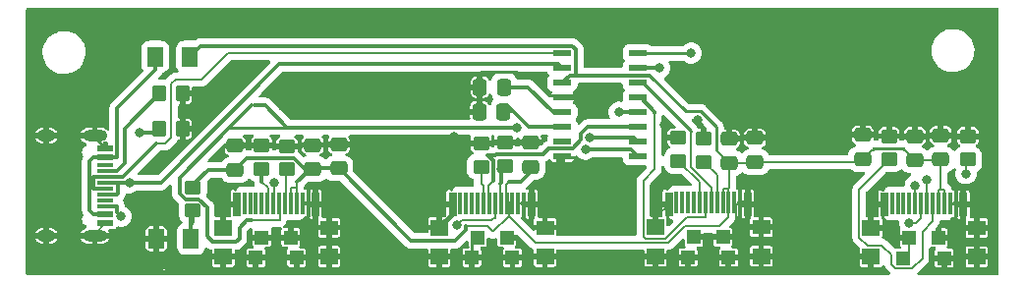
<source format=gbr>
%TF.GenerationSoftware,KiCad,Pcbnew,(7.0.0-0)*%
%TF.CreationDate,2023-12-09T12:43:24+01:00*%
%TF.ProjectId,USB 2.0 Hub,55534220-322e-4302-9048-75622e6b6963,v1.2*%
%TF.SameCoordinates,Original*%
%TF.FileFunction,Copper,L1,Top*%
%TF.FilePolarity,Positive*%
%FSLAX46Y46*%
G04 Gerber Fmt 4.6, Leading zero omitted, Abs format (unit mm)*
G04 Created by KiCad (PCBNEW (7.0.0-0)) date 2023-12-09 12:43:24*
%MOMM*%
%LPD*%
G01*
G04 APERTURE LIST*
G04 Aperture macros list*
%AMRoundRect*
0 Rectangle with rounded corners*
0 $1 Rounding radius*
0 $2 $3 $4 $5 $6 $7 $8 $9 X,Y pos of 4 corners*
0 Add a 4 corners polygon primitive as box body*
4,1,4,$2,$3,$4,$5,$6,$7,$8,$9,$2,$3,0*
0 Add four circle primitives for the rounded corners*
1,1,$1+$1,$2,$3*
1,1,$1+$1,$4,$5*
1,1,$1+$1,$6,$7*
1,1,$1+$1,$8,$9*
0 Add four rect primitives between the rounded corners*
20,1,$1+$1,$2,$3,$4,$5,0*
20,1,$1+$1,$4,$5,$6,$7,0*
20,1,$1+$1,$6,$7,$8,$9,0*
20,1,$1+$1,$8,$9,$2,$3,0*%
G04 Aperture macros list end*
%TA.AperFunction,SMDPad,CuDef*%
%ADD10RoundRect,0.250000X-0.475000X0.337500X-0.475000X-0.337500X0.475000X-0.337500X0.475000X0.337500X0*%
%TD*%
%TA.AperFunction,SMDPad,CuDef*%
%ADD11RoundRect,0.250000X0.450000X-0.350000X0.450000X0.350000X-0.450000X0.350000X-0.450000X-0.350000X0*%
%TD*%
%TA.AperFunction,SMDPad,CuDef*%
%ADD12RoundRect,0.250000X0.350000X0.450000X-0.350000X0.450000X-0.350000X-0.450000X0.350000X-0.450000X0*%
%TD*%
%TA.AperFunction,SMDPad,CuDef*%
%ADD13RoundRect,0.250001X-0.462499X-0.624999X0.462499X-0.624999X0.462499X0.624999X-0.462499X0.624999X0*%
%TD*%
%TA.AperFunction,SMDPad,CuDef*%
%ADD14RoundRect,0.250000X-0.350000X-0.450000X0.350000X-0.450000X0.350000X0.450000X-0.350000X0.450000X0*%
%TD*%
%TA.AperFunction,SMDPad,CuDef*%
%ADD15R,0.350000X1.900000*%
%TD*%
%TA.AperFunction,SMDPad,CuDef*%
%ADD16R,1.500000X1.400000*%
%TD*%
%TA.AperFunction,SMDPad,CuDef*%
%ADD17R,0.650000X2.100000*%
%TD*%
%TA.AperFunction,SMDPad,CuDef*%
%ADD18R,1.200000X1.200000*%
%TD*%
%TA.AperFunction,SMDPad,CuDef*%
%ADD19R,1.500000X1.300000*%
%TD*%
%TA.AperFunction,SMDPad,CuDef*%
%ADD20RoundRect,0.250000X0.337500X0.475000X-0.337500X0.475000X-0.337500X-0.475000X0.337500X-0.475000X0*%
%TD*%
%TA.AperFunction,SMDPad,CuDef*%
%ADD21RoundRect,0.250000X-0.337500X-0.475000X0.337500X-0.475000X0.337500X0.475000X-0.337500X0.475000X0*%
%TD*%
%TA.AperFunction,SMDPad,CuDef*%
%ADD22RoundRect,0.137500X0.662500X0.137500X-0.662500X0.137500X-0.662500X-0.137500X0.662500X-0.137500X0*%
%TD*%
%TA.AperFunction,SMDPad,CuDef*%
%ADD23RoundRect,0.250000X-0.450000X0.350000X-0.450000X-0.350000X0.450000X-0.350000X0.450000X0.350000X0*%
%TD*%
%TA.AperFunction,SMDPad,CuDef*%
%ADD24RoundRect,0.250001X0.462499X0.624999X-0.462499X0.624999X-0.462499X-0.624999X0.462499X-0.624999X0*%
%TD*%
%TA.AperFunction,SMDPad,CuDef*%
%ADD25R,1.450000X0.600000*%
%TD*%
%TA.AperFunction,SMDPad,CuDef*%
%ADD26R,1.450000X0.300000*%
%TD*%
%TA.AperFunction,ComponentPad*%
%ADD27O,2.100000X1.000000*%
%TD*%
%TA.AperFunction,ComponentPad*%
%ADD28O,1.600000X1.000000*%
%TD*%
%TA.AperFunction,ViaPad*%
%ADD29C,0.800000*%
%TD*%
%TA.AperFunction,Conductor*%
%ADD30C,0.300000*%
%TD*%
%TA.AperFunction,Conductor*%
%ADD31C,0.150000*%
%TD*%
%TA.AperFunction,Conductor*%
%ADD32C,0.250000*%
%TD*%
%TA.AperFunction,Conductor*%
%ADD33C,0.200000*%
%TD*%
%TA.AperFunction,Conductor*%
%ADD34C,0.400000*%
%TD*%
G04 APERTURE END LIST*
D10*
%TO.P,C4,1*%
%TO.N,GND*%
X43080000Y8542500D03*
%TO.P,C4,2*%
%TO.N,/VBUS*%
X43080000Y6467500D03*
%TD*%
%TO.P,C6,1*%
%TO.N,GND*%
X33805000Y8267500D03*
%TO.P,C6,2*%
%TO.N,/VBUS*%
X33805000Y6192500D03*
%TD*%
%TO.P,C10,1*%
%TO.N,GND*%
X-4295000Y7667500D03*
%TO.P,C10,2*%
%TO.N,/VBUS*%
X-4295000Y5592500D03*
%TD*%
D11*
%TO.P,R11,1*%
%TO.N,Net-(D2-A)*%
X-14620000Y2030000D03*
%TO.P,R11,2*%
%TO.N,/VBUS*%
X-14620000Y4030000D03*
%TD*%
D10*
%TO.P,C1,1*%
%TO.N,GND*%
X49805000Y8492500D03*
%TO.P,C1,2*%
%TO.N,/VBUS*%
X49805000Y6417500D03*
%TD*%
D12*
%TO.P,R1,1*%
%TO.N,GND*%
X-15511000Y12077600D03*
%TO.P,R1,2*%
%TO.N,Net-(J1-CC1)*%
X-17511000Y12077600D03*
%TD*%
D13*
%TO.P,D2,1,K*%
%TO.N,GND*%
X-17770000Y-420000D03*
%TO.P,D2,2,A*%
%TO.N,Net-(D2-A)*%
X-14795000Y-420000D03*
%TD*%
D11*
%TO.P,R6,1*%
%TO.N,Net-(J3-CC2)*%
X27180000Y6305000D03*
%TO.P,R6,2*%
%TO.N,GND*%
X27180000Y8305000D03*
%TD*%
D14*
%TO.P,R2,1*%
%TO.N,Net-(J1-CC2)*%
X-17495000Y9055000D03*
%TO.P,R2,2*%
%TO.N,GND*%
X-15495000Y9055000D03*
%TD*%
D15*
%TO.P,J2,A1,GND*%
%TO.N,GND*%
X51104999Y2629999D03*
%TO.P,J2,A4,VBUS*%
%TO.N,/VBUS*%
X49604999Y2629999D03*
%TO.P,J2,A5,CC1*%
%TO.N,Net-(J2-CC1)*%
X49104999Y2629999D03*
%TO.P,J2,A6,D+*%
%TO.N,/D1+*%
X48604999Y2629999D03*
%TO.P,J2,A7,D-*%
%TO.N,/D1-*%
X48104999Y2629999D03*
%TO.P,J2,A10*%
%TO.N,N/C*%
X46604999Y2629999D03*
%TO.P,J2,A11*%
X46104999Y2629999D03*
%TO.P,J2,B2*%
X45604999Y2629999D03*
%TO.P,J2,B3*%
X47104999Y2629999D03*
%TO.P,J2,B5,CC2*%
%TO.N,Net-(J2-CC2)*%
X47604999Y2629999D03*
%TO.P,J2,B9,VBUS*%
%TO.N,/VBUS*%
X50104999Y2629999D03*
%TO.P,J2,B12,GND*%
%TO.N,GND*%
X50604999Y2629999D03*
D16*
%TO.P,J2,S1,SHIELD*%
X43804999Y529999D03*
X43804999Y-1969999D03*
D17*
X44954999Y2529999D03*
D18*
X46604999Y-2069999D03*
X47104999Y-319999D03*
X49604999Y-319999D03*
X50104999Y-2069999D03*
D17*
X51754999Y2529999D03*
D19*
X52904999Y529999D03*
D16*
X52904999Y-1969999D03*
%TD*%
D10*
%TO.P,C9,1*%
%TO.N,GND*%
X-2045000Y7717500D03*
%TO.P,C9,2*%
%TO.N,/VBUS*%
X-2045000Y5642500D03*
%TD*%
%TO.P,C11,1*%
%TO.N,GND*%
X-10970000Y7592500D03*
%TO.P,C11,2*%
%TO.N,/VBUS*%
X-10970000Y5517500D03*
%TD*%
%TO.P,C5,1*%
%TO.N,GND*%
X47580000Y8417500D03*
%TO.P,C5,2*%
%TO.N,/VBUS*%
X47580000Y6342500D03*
%TD*%
D20*
%TO.P,C2,1*%
%TO.N,Net-(U1-VDD3)*%
X12180000Y12655000D03*
%TO.P,C2,2*%
%TO.N,GND*%
X10105000Y12655000D03*
%TD*%
D15*
%TO.P,J3,A1,GND*%
%TO.N,GND*%
X32529999Y2679999D03*
%TO.P,J3,A4,VBUS*%
%TO.N,/VBUS*%
X31029999Y2679999D03*
%TO.P,J3,A5,CC1*%
%TO.N,Net-(J3-CC1)*%
X30529999Y2679999D03*
%TO.P,J3,A6,D+*%
%TO.N,/D2+*%
X30029999Y2679999D03*
%TO.P,J3,A7,D-*%
%TO.N,/D2-*%
X29529999Y2679999D03*
%TO.P,J3,A10*%
%TO.N,N/C*%
X28029999Y2679999D03*
%TO.P,J3,A11*%
X27529999Y2679999D03*
%TO.P,J3,B2*%
X27029999Y2679999D03*
%TO.P,J3,B3*%
X28529999Y2679999D03*
%TO.P,J3,B5,CC2*%
%TO.N,Net-(J3-CC2)*%
X29029999Y2679999D03*
%TO.P,J3,B9,VBUS*%
%TO.N,/VBUS*%
X31529999Y2679999D03*
%TO.P,J3,B12,GND*%
%TO.N,GND*%
X32029999Y2679999D03*
D16*
%TO.P,J3,S1,SHIELD*%
X25229999Y579999D03*
X25229999Y-1919999D03*
D17*
X26379999Y2579999D03*
D18*
X28029999Y-2019999D03*
X28529999Y-269999D03*
X31029999Y-269999D03*
X31529999Y-2019999D03*
D17*
X33179999Y2579999D03*
D19*
X34329999Y579999D03*
D16*
X34329999Y-1919999D03*
%TD*%
D10*
%TO.P,C8,1*%
%TO.N,GND*%
X14480000Y7867500D03*
%TO.P,C8,2*%
%TO.N,/VBUS*%
X14480000Y5792500D03*
%TD*%
D15*
%TO.P,J5,A1,GND*%
%TO.N,GND*%
X-4694999Y2654999D03*
%TO.P,J5,A4,VBUS*%
%TO.N,/VBUS*%
X-6194999Y2654999D03*
%TO.P,J5,A5,CC1*%
%TO.N,Net-(J5-CC1)*%
X-6694999Y2654999D03*
%TO.P,J5,A6,D+*%
%TO.N,/D4+*%
X-7194999Y2654999D03*
%TO.P,J5,A7,D-*%
%TO.N,/D4-*%
X-7694999Y2654999D03*
%TO.P,J5,A10*%
%TO.N,N/C*%
X-9194999Y2654999D03*
%TO.P,J5,A11*%
X-9694999Y2654999D03*
%TO.P,J5,B2*%
X-10194999Y2654999D03*
%TO.P,J5,B3*%
X-8694999Y2654999D03*
%TO.P,J5,B5,CC2*%
%TO.N,Net-(J5-CC2)*%
X-8194999Y2654999D03*
%TO.P,J5,B9,VBUS*%
%TO.N,/VBUS*%
X-5694999Y2654999D03*
%TO.P,J5,B12,GND*%
%TO.N,GND*%
X-5194999Y2654999D03*
D16*
%TO.P,J5,S1,SHIELD*%
X-11994999Y554999D03*
X-11994999Y-1944999D03*
D17*
X-10844999Y2554999D03*
D18*
X-9194999Y-2044999D03*
X-8694999Y-294999D03*
X-6194999Y-294999D03*
X-5694999Y-2044999D03*
D17*
X-4044999Y2554999D03*
D19*
X-2894999Y554999D03*
D16*
X-2894999Y-1944999D03*
%TD*%
D21*
%TO.P,C3,1*%
%TO.N,GND*%
X10055000Y10530000D03*
%TO.P,C3,2*%
%TO.N,Net-(U1-VDD18)*%
X12130000Y10530000D03*
%TD*%
D22*
%TO.P,U1,1,DM4*%
%TO.N,/D4-*%
X23705000Y6685000D03*
%TO.P,U1,2,DP4*%
%TO.N,/D4+*%
X23705000Y7955000D03*
%TO.P,U1,3,DM3*%
%TO.N,/D3-*%
X23705000Y9225000D03*
%TO.P,U1,4,DP3*%
%TO.N,/D3+*%
X23705000Y10495000D03*
%TO.P,U1,5,DM2*%
%TO.N,/D2-*%
X23705000Y11765000D03*
%TO.P,U1,6,DP2*%
%TO.N,/D2+*%
X23705000Y13035000D03*
%TO.P,U1,7,DM1*%
%TO.N,/D1-*%
X23705000Y14305000D03*
%TO.P,U1,8,DP1*%
%TO.N,/D1+*%
X23705000Y15575000D03*
%TO.P,U1,9,UDM*%
%TO.N,/D-*%
X17205000Y15575000D03*
%TO.P,U1,10,UDP*%
%TO.N,/D+*%
X17205000Y14305000D03*
%TO.P,U1,11,VCC5V*%
%TO.N,/VBUS*%
X17205000Y13035000D03*
%TO.P,U1,12,GND*%
%TO.N,GND*%
X17205000Y11765000D03*
%TO.P,U1,13,VDD3*%
%TO.N,Net-(U1-VDD3)*%
X17205000Y10495000D03*
%TO.P,U1,14,VDD18*%
%TO.N,Net-(U1-VDD18)*%
X17205000Y9225000D03*
%TO.P,U1,15,XOUT*%
%TO.N,unconnected-(U1-XOUT-Pad15)*%
X17205000Y7955000D03*
%TO.P,U1,16,XIN*%
%TO.N,GND*%
X17205000Y6685000D03*
%TD*%
D11*
%TO.P,R4,1*%
%TO.N,Net-(J2-CC2)*%
X52155000Y6405000D03*
%TO.P,R4,2*%
%TO.N,GND*%
X52155000Y8405000D03*
%TD*%
%TO.P,R10,1*%
%TO.N,Net-(J5-CC2)*%
X-8695000Y5630000D03*
%TO.P,R10,2*%
%TO.N,GND*%
X-8695000Y7630000D03*
%TD*%
D23*
%TO.P,R3,1*%
%TO.N,GND*%
X45355000Y8430000D03*
%TO.P,R3,2*%
%TO.N,Net-(J2-CC1)*%
X45355000Y6430000D03*
%TD*%
%TO.P,R5,1*%
%TO.N,GND*%
X29355000Y8230000D03*
%TO.P,R5,2*%
%TO.N,Net-(J3-CC1)*%
X29355000Y6230000D03*
%TD*%
D24*
%TO.P,D1,1,K*%
%TO.N,/VBUS*%
X-14888500Y15267600D03*
%TO.P,D1,2,A*%
%TO.N,Net-(D1-A)*%
X-17863500Y15267600D03*
%TD*%
D11*
%TO.P,R8,1*%
%TO.N,Net-(J4-CC2)*%
X10205000Y5805000D03*
%TO.P,R8,2*%
%TO.N,GND*%
X10205000Y7805000D03*
%TD*%
D23*
%TO.P,R9,1*%
%TO.N,GND*%
X-6520000Y7555000D03*
%TO.P,R9,2*%
%TO.N,Net-(J5-CC1)*%
X-6520000Y5555000D03*
%TD*%
D25*
%TO.P,J1,A1,GND*%
%TO.N,GND*%
X-22159999Y7404999D03*
%TO.P,J1,A4,VBUS*%
%TO.N,Net-(D1-A)*%
X-22159999Y6604999D03*
D26*
%TO.P,J1,A5,CC1*%
%TO.N,Net-(J1-CC1)*%
X-22159999Y5404999D03*
%TO.P,J1,A6,D+*%
%TO.N,/D+*%
X-22159999Y4404999D03*
%TO.P,J1,A7,D-*%
%TO.N,/D-*%
X-22159999Y3904999D03*
%TO.P,J1,A8,SBU1*%
%TO.N,unconnected-(J1-SBU1-PadA8)*%
X-22159999Y2904999D03*
D25*
%TO.P,J1,A9,VBUS*%
%TO.N,Net-(D1-A)*%
X-22159999Y1704999D03*
%TO.P,J1,A12,GND*%
%TO.N,GND*%
X-22159999Y904999D03*
%TO.P,J1,B1,GND*%
X-22159999Y904999D03*
%TO.P,J1,B4,VBUS*%
%TO.N,Net-(D1-A)*%
X-22159999Y1704999D03*
D26*
%TO.P,J1,B5,CC2*%
%TO.N,Net-(J1-CC2)*%
X-22159999Y2404999D03*
%TO.P,J1,B6,D+*%
%TO.N,/D+*%
X-22159999Y3404999D03*
%TO.P,J1,B7,D-*%
%TO.N,/D-*%
X-22159999Y4904999D03*
%TO.P,J1,B8,SBU2*%
%TO.N,unconnected-(J1-SBU2-PadB8)*%
X-22159999Y5904999D03*
D25*
%TO.P,J1,B9,VBUS*%
%TO.N,Net-(D1-A)*%
X-22159999Y6604999D03*
%TO.P,J1,B12,GND*%
%TO.N,GND*%
X-22159999Y7404999D03*
D27*
%TO.P,J1,S1,SHIELD*%
X-23074999Y8474999D03*
D28*
X-27254999Y8474999D03*
D27*
X-23074999Y-164999D03*
D28*
X-27254999Y-164999D03*
%TD*%
D10*
%TO.P,C7,1*%
%TO.N,GND*%
X31580000Y8192500D03*
%TO.P,C7,2*%
%TO.N,/VBUS*%
X31580000Y6117500D03*
%TD*%
D23*
%TO.P,R7,1*%
%TO.N,GND*%
X12255000Y7880000D03*
%TO.P,R7,2*%
%TO.N,Net-(J4-CC1)*%
X12255000Y5880000D03*
%TD*%
D15*
%TO.P,J4,A1,GND*%
%TO.N,GND*%
X13904999Y2654999D03*
%TO.P,J4,A4,VBUS*%
%TO.N,/VBUS*%
X12404999Y2654999D03*
%TO.P,J4,A5,CC1*%
%TO.N,Net-(J4-CC1)*%
X11904999Y2654999D03*
%TO.P,J4,A6,D+*%
%TO.N,/D3+*%
X11404999Y2654999D03*
%TO.P,J4,A7,D-*%
%TO.N,/D3-*%
X10904999Y2654999D03*
%TO.P,J4,A10*%
%TO.N,N/C*%
X9404999Y2654999D03*
%TO.P,J4,A11*%
X8904999Y2654999D03*
%TO.P,J4,B2*%
X8404999Y2654999D03*
%TO.P,J4,B3*%
X9904999Y2654999D03*
%TO.P,J4,B5,CC2*%
%TO.N,Net-(J4-CC2)*%
X10404999Y2654999D03*
%TO.P,J4,B9,VBUS*%
%TO.N,/VBUS*%
X12904999Y2654999D03*
%TO.P,J4,B12,GND*%
%TO.N,GND*%
X13404999Y2654999D03*
D16*
%TO.P,J4,S1,SHIELD*%
X6604999Y554999D03*
X6604999Y-1944999D03*
D17*
X7754999Y2554999D03*
D18*
X9404999Y-2044999D03*
X9904999Y-294999D03*
X12404999Y-294999D03*
X12904999Y-2044999D03*
D17*
X14554999Y2554999D03*
D19*
X15704999Y554999D03*
D16*
X15704999Y-1944999D03*
%TD*%
D29*
%TO.N,GND*%
X45630000Y4630000D03*
X20230000Y12230000D03*
X49430000Y10430000D03*
X4830000Y4230000D03*
X3630000Y-1970000D03*
X-13970000Y-2570000D03*
X30830000Y17430000D03*
X38430000Y7230000D03*
X53630000Y3030000D03*
X21830000Y1230000D03*
X19830000Y15630000D03*
X41030000Y8830000D03*
X-20370000Y-2370000D03*
X28830000Y9830000D03*
X32230000Y11430000D03*
X5630000Y13030000D03*
X23030000Y-2170000D03*
X40630000Y1230000D03*
X7830000Y8430000D03*
X36430000Y8030000D03*
X-25170000Y-2770000D03*
X19830000Y11030000D03*
X42230000Y14230000D03*
X-17970000Y5630000D03*
X23230000Y4830000D03*
X-21170000Y13230000D03*
X-22570000Y12230000D03*
X-11170000Y13230000D03*
X26630000Y4630000D03*
X21230000Y4830000D03*
X26030000Y9430000D03*
X-12770000Y4030000D03*
X27830000Y12630000D03*
X830000Y12830000D03*
X20030000Y17430000D03*
X37230000Y-770000D03*
X38630000Y11630000D03*
X-25370000Y3830000D03*
X40830000Y4630000D03*
X37030000Y3030000D03*
X-13570000Y11230000D03*
%TO.N,Net-(J1-CC2)*%
X-19189700Y8729700D03*
X-20817000Y1515000D03*
%TO.N,Net-(J2-CC2)*%
X47605000Y4194000D03*
X51982000Y5194000D03*
%TO.N,/D1+*%
X28307300Y15575000D03*
X48605000Y4626000D03*
%TO.N,/D1-*%
X25584900Y14305000D03*
X47108000Y980000D03*
%TO.N,/D+*%
X-20087300Y4404000D03*
%TO.N,/D3+*%
X22089200Y10495000D03*
X8155000Y730000D03*
%TO.N,/D4+*%
X13324500Y9188400D03*
X19544700Y8333700D03*
%TO.N,/D4-*%
X-7645000Y4446000D03*
X19211500Y7294300D03*
%TO.N,Net-(J4-CC1)*%
X11930000Y5638800D03*
%TD*%
D30*
%TO.N,/VBUS*%
X-4517800Y5592000D02*
X-4760800Y5350000D01*
X14480000Y5792500D02*
X14480000Y5330000D01*
X-4760800Y5350000D02*
X-5645000Y4465000D01*
D31*
X-5645000Y4465000D02*
X-5645000Y3982000D01*
D30*
X-4245000Y5642500D02*
X-4294800Y5592000D01*
D32*
X-14620000Y4030000D02*
X-14720000Y4130000D01*
D33*
X11280000Y230000D02*
X12510200Y1460000D01*
D31*
X30732000Y655000D02*
X27758800Y655000D01*
X31530000Y3905000D02*
X31530000Y2680000D01*
X31530000Y1453000D02*
X30732000Y655000D01*
X12605000Y1550000D02*
X12510200Y1550000D01*
D30*
X-4295000Y5592000D02*
X-4517800Y5592000D01*
X14480000Y5330000D02*
X13630000Y4480000D01*
D33*
X12355000Y2685000D02*
X12355000Y4205000D01*
D30*
X8905000Y330000D02*
X7980000Y-595000D01*
X4155000Y-595000D02*
X3917500Y-358000D01*
D33*
X12355000Y4205000D02*
X12630000Y4480000D01*
D30*
X18067700Y16216600D02*
X18386000Y15898300D01*
X-14888500Y15267600D02*
X-13939500Y16216600D01*
X-5921700Y6510400D02*
X-9977100Y6510400D01*
D31*
X31530000Y3905000D02*
X31580000Y3955000D01*
D32*
X30480000Y9205305D02*
X30480000Y7217500D01*
X29130305Y10555000D02*
X30480000Y9205305D01*
D30*
X18386000Y13670000D02*
X24740600Y13670000D01*
D33*
X11155000Y230000D02*
X11280000Y230000D01*
D30*
X7980000Y-595000D02*
X4155000Y-595000D01*
D31*
X-5645000Y3982000D02*
X-5645000Y2755000D01*
D30*
X-2045000Y5642500D02*
X-4245000Y5642500D01*
D31*
X31030000Y2680000D02*
X31030000Y3907000D01*
D32*
X44002000Y7389500D02*
X43922000Y7309700D01*
D30*
X-10970000Y5518000D02*
X-13332500Y5518000D01*
D32*
X-10970000Y5517500D02*
X-10970000Y5518000D01*
D31*
X49805000Y6342500D02*
X49805000Y6417500D01*
D30*
X13630000Y4480000D02*
X12630000Y4480000D01*
X3917500Y-320000D02*
X-2045000Y5642500D01*
D31*
X43080000Y6467500D02*
X43922000Y7309700D01*
X31030000Y3907000D02*
X31530000Y3907000D01*
D30*
X17205000Y13035000D02*
X17840000Y13670000D01*
D33*
X12605000Y2685000D02*
X12355000Y2685000D01*
D31*
X50105000Y2630000D02*
X50105000Y3857000D01*
X31530000Y3907000D02*
X31530000Y3905000D01*
X12605000Y1550000D02*
X12605000Y2685000D01*
D30*
X-14720000Y4130000D02*
X-14795000Y4055000D01*
D33*
X12855000Y2685000D02*
X12605000Y2685000D01*
D32*
X46533000Y7389500D02*
X44002000Y7389500D01*
D30*
X-9977100Y6510400D02*
X-10970000Y5518000D01*
D31*
X49605000Y2630000D02*
X49605000Y3857000D01*
D30*
X-13332500Y5518000D02*
X-14720000Y4130000D01*
D31*
X49805000Y3857000D02*
X49805000Y6342500D01*
X33730000Y6117500D02*
X33805000Y6192500D01*
X26345600Y-759000D02*
X14913500Y-759000D01*
D30*
X-4295000Y5592000D02*
X-4294800Y5592000D01*
D31*
X31580000Y6117500D02*
X33730000Y6117500D01*
D32*
X46613000Y7309700D02*
X46533000Y7389500D01*
D30*
X-13939500Y16216600D02*
X18067700Y16216600D01*
D31*
X49605000Y3857000D02*
X49805000Y3857000D01*
X49805000Y6342500D02*
X47580000Y6342500D01*
X31580000Y6117500D02*
X30480000Y7217500D01*
X14913500Y-759000D02*
X12605000Y1550000D01*
X31580000Y3955000D02*
X31580000Y6117500D01*
D30*
X3917500Y-358000D02*
X3917500Y-320000D01*
D32*
X24740600Y13670000D02*
X27855600Y10555000D01*
X27855600Y10555000D02*
X29130305Y10555000D01*
D33*
X12510200Y1460000D02*
X12510200Y1550000D01*
D31*
X27758800Y655000D02*
X26345600Y-759000D01*
X46613000Y7309700D02*
X47580000Y6342500D01*
X50105000Y3857000D02*
X49805000Y3857000D01*
D30*
X17840000Y13670000D02*
X18386000Y13670000D01*
D31*
X-5645000Y3982000D02*
X-6145000Y3982000D01*
D30*
X-4760800Y5350000D02*
X-5921700Y6510400D01*
X18386000Y15898300D02*
X18386000Y13670000D01*
X-4294800Y5592000D02*
X-4295000Y5592000D01*
D32*
X-4295000Y5592500D02*
X-4295000Y5592000D01*
D31*
X31530000Y2680000D02*
X31530000Y1453000D01*
D30*
X8905000Y655000D02*
X8905000Y330000D01*
D31*
X-6145000Y3982000D02*
X-6145000Y2755000D01*
D33*
X10730000Y655000D02*
X11155000Y230000D01*
X8905000Y655000D02*
X10730000Y655000D01*
D31*
X42805000Y6192500D02*
X43080000Y6467500D01*
X33805000Y6192500D02*
X42805000Y6192500D01*
D33*
%TO.N,GND*%
X50605000Y2630000D02*
X51105000Y2630000D01*
X32155000Y-145000D02*
X31155000Y-145000D01*
D32*
X29355000Y8230000D02*
X29230000Y8230000D01*
D33*
X-5195000Y2655000D02*
X-4695000Y2655000D01*
D34*
X7705000Y1735000D02*
X6555000Y585000D01*
D32*
X9980000Y12780000D02*
X10105000Y12655000D01*
D33*
X-23075000Y-165000D02*
X-23075000Y-10000D01*
X31155000Y-145000D02*
X31030000Y-270000D01*
D32*
X14380000Y13680000D02*
X13480000Y13680000D01*
D33*
X32155000Y2555000D02*
X32155000Y-145000D01*
X26380000Y2580000D02*
X25230000Y1430000D01*
D32*
X10205000Y7805000D02*
X8455000Y7805000D01*
X9405000Y-795000D02*
X9405000Y-2045000D01*
D33*
X13405000Y2655000D02*
X13905000Y2655000D01*
D32*
X9980000Y13705000D02*
X9980000Y12780000D01*
D34*
X7705000Y2585000D02*
X7705000Y1735000D01*
X14505000Y2585000D02*
X15285000Y2585000D01*
X16855000Y4155000D02*
X16855000Y6335000D01*
D33*
X25230000Y1430000D02*
X25230000Y580000D01*
D32*
X29230000Y9430000D02*
X28830000Y9830000D01*
D33*
X46605000Y-2070000D02*
X47105000Y-1570000D01*
D32*
X29230000Y8230000D02*
X29230000Y9430000D01*
X9905000Y-295000D02*
X9405000Y-795000D01*
X-23075000Y8475000D02*
X-23075000Y8320000D01*
X17205000Y11765000D02*
X17015000Y11955000D01*
D34*
X15285000Y2585000D02*
X16855000Y4155000D01*
D32*
X8455000Y7805000D02*
X7830000Y8430000D01*
X10255000Y13980000D02*
X9980000Y13705000D01*
X13480000Y13680000D02*
X13180000Y13980000D01*
D33*
X32030000Y2680000D02*
X32155000Y2555000D01*
X-23075000Y-10000D02*
X-22160000Y905000D01*
D32*
X17015000Y11955000D02*
X16105000Y11955000D01*
X13180000Y13980000D02*
X10255000Y13980000D01*
D30*
X16855000Y6335000D02*
X17205000Y6685000D01*
D32*
X-23075000Y8320000D02*
X-22160000Y7405000D01*
D33*
X47105000Y-1570000D02*
X47105000Y-320000D01*
D32*
X16105000Y11955000D02*
X14380000Y13680000D01*
D30*
%TO.N,Net-(U1-VDD3)*%
X14255000Y12655000D02*
X12180000Y12655000D01*
X17205000Y10495000D02*
X16415000Y10495000D01*
X16415000Y10495000D02*
X14255000Y12655000D01*
%TO.N,Net-(U1-VDD18)*%
X14315900Y9225000D02*
X12972900Y10568000D01*
X12972900Y10568000D02*
X12460900Y11080000D01*
X17205000Y9225000D02*
X14315900Y9225000D01*
X12460900Y11080000D02*
X12130000Y11080000D01*
D32*
X12972900Y10568000D02*
X12168000Y10568000D01*
X12168000Y10568000D02*
X12130000Y10530000D01*
D30*
%TO.N,Net-(D1-A)*%
X-22160000Y6605000D02*
X-21158100Y6605000D01*
X-21158100Y6605000D02*
X-21158100Y10850000D01*
X-23520800Y6246100D02*
X-23161900Y6605000D01*
X-23520800Y2064000D02*
X-23520800Y6246100D01*
X-23161900Y6605000D02*
X-22160000Y6605000D01*
X-21158100Y10850000D02*
X-17863500Y14144600D01*
X-23161900Y1705000D02*
X-23520800Y2064000D01*
X-17863500Y14144600D02*
X-17863500Y15267600D01*
X-22160000Y1705000D02*
X-23161900Y1705000D01*
%TO.N,Net-(J1-CC1)*%
X-20495100Y6068000D02*
X-20495100Y9093500D01*
X-22160000Y5405000D02*
X-21158100Y5405000D01*
X-20495100Y9093500D02*
X-17511000Y12077600D01*
X-21158100Y5405000D02*
X-20495100Y6068000D01*
%TO.N,Net-(J1-CC2)*%
X-17820300Y8729700D02*
X-17495000Y9055000D01*
X-19189700Y8729700D02*
X-17820300Y8729700D01*
X-21158100Y1856000D02*
X-20817000Y1515000D01*
X-22160000Y2405000D02*
X-21158100Y2405000D01*
X-21158100Y2405000D02*
X-21158100Y1856000D01*
D31*
%TO.N,Net-(J2-CC1)*%
X48222000Y-2071000D02*
X47347000Y-2947000D01*
X43476000Y-993000D02*
X42778000Y-295000D01*
X45890000Y-2947000D02*
X45549000Y-2605000D01*
X45549000Y-1800000D02*
X44742000Y-993000D01*
X48222000Y205000D02*
X48222000Y-2071000D01*
X42778000Y-295000D02*
X42778000Y3853000D01*
X45549000Y-2605000D02*
X45549000Y-1800000D01*
X49105000Y2630000D02*
X49105000Y1087000D01*
X42778000Y3853000D02*
X45355000Y6430000D01*
X44742000Y-993000D02*
X43476000Y-993000D01*
X49105000Y1087000D02*
X48222000Y205000D01*
X47347000Y-2947000D02*
X45890000Y-2947000D01*
%TO.N,Net-(J2-CC2)*%
X47605000Y4194000D02*
X47605000Y2630000D01*
X51982000Y6232300D02*
X51982000Y5194000D01*
X52155000Y6405000D02*
X51982000Y6232300D01*
%TO.N,/D1+*%
X48605000Y4626000D02*
X48605000Y2630000D01*
D32*
X28307300Y15575000D02*
X23705000Y15575000D01*
D31*
%TO.N,/D1-*%
X48105000Y1403000D02*
X47682000Y980000D01*
X47682000Y980000D02*
X47108000Y980000D01*
D30*
X25584900Y14305000D02*
X23705000Y14305000D01*
D31*
X48105000Y2630000D02*
X48105000Y1403000D01*
%TO.N,/D2+*%
X28236900Y5773800D02*
X30030000Y3981000D01*
X30030000Y3981000D02*
X30030000Y2680000D01*
D30*
X24138100Y13035000D02*
X23705000Y13035000D01*
D31*
X28236900Y8823500D02*
X28236900Y5773800D01*
D32*
X28236900Y8936200D02*
X24138100Y13035000D01*
X28236900Y8823500D02*
X28236900Y8936200D01*
D31*
%TO.N,/D2-*%
X29530000Y2680000D02*
X29530000Y1453000D01*
X24345100Y-397000D02*
X24171800Y-224000D01*
X24171800Y4571800D02*
X25161300Y5561300D01*
X29530000Y1453000D02*
X27955500Y1453000D01*
D30*
X25161300Y10425600D02*
X25161300Y10529700D01*
D31*
X25161300Y5561300D02*
X25161300Y10425600D01*
X26105500Y-397000D02*
X24345100Y-397000D01*
X27955500Y1453000D02*
X26105500Y-397000D01*
X24171800Y-224000D02*
X24171800Y4571800D01*
D30*
X25161300Y10529700D02*
X23926000Y11765000D01*
X23926000Y11765000D02*
X23705000Y11765000D01*
%TO.N,/D+*%
X-21108100Y4405000D02*
X-22160000Y4405000D01*
X-7170900Y14634000D02*
X16876000Y14634000D01*
X-21107100Y3456000D02*
X-21158100Y3405000D01*
X-21158100Y3405000D02*
X-22160000Y3405000D01*
X-20087300Y4404000D02*
X-21107100Y4404000D01*
X16876000Y14634000D02*
X17205000Y14305000D01*
X-17400900Y4404000D02*
X-7170900Y14634000D01*
X-21107100Y4404000D02*
X-21108100Y4405000D01*
X-21107100Y4404000D02*
X-21107100Y3456000D01*
X-20087300Y4404000D02*
X-17400900Y4404000D01*
D33*
%TO.N,/D-*%
X-16495000Y8330000D02*
X-17020000Y7805000D01*
D30*
X-23161900Y3905000D02*
X-23161900Y4905000D01*
X-17763200Y7798100D02*
X-20656300Y4905000D01*
D33*
X-17756300Y7805000D02*
X-17763200Y7798100D01*
X-16495000Y12930000D02*
X-16495000Y8330000D01*
X-16120000Y13305000D02*
X-16495000Y12930000D01*
X17205000Y15575000D02*
X-11625000Y15575000D01*
D30*
X-22160000Y3905000D02*
X-23161900Y3905000D01*
X-23161900Y4905000D02*
X-22160000Y4905000D01*
D33*
X-11625000Y15575000D02*
X-13895000Y13305000D01*
X-17020000Y7805000D02*
X-17756300Y7805000D01*
D30*
X-20656300Y4905000D02*
X-22160000Y4905000D01*
D33*
X-13895000Y13305000D02*
X-16120000Y13305000D01*
D31*
%TO.N,/D3+*%
X8580000Y1155000D02*
X11055000Y1155000D01*
X11055000Y1155000D02*
X11280000Y1380000D01*
X11280000Y1380000D02*
X11430000Y1380000D01*
X11430000Y2630000D02*
X11405000Y2655000D01*
X8155000Y730000D02*
X8580000Y1155000D01*
D30*
X22089200Y10495000D02*
X23705000Y10495000D01*
D31*
X11430000Y1380000D02*
X11430000Y2630000D01*
D30*
%TO.N,/D3-*%
X11452400Y6805000D02*
X11526100Y6878700D01*
X16034400Y7352600D02*
X18074100Y7352600D01*
X15560500Y6878700D02*
X16034400Y7352600D01*
D31*
X10855000Y4187000D02*
X11230000Y4562000D01*
D30*
X18817800Y8634700D02*
X19408100Y9225000D01*
X19408100Y9225000D02*
X23705000Y9225000D01*
X11230000Y4562000D02*
X11230000Y6342600D01*
X18074100Y7352600D02*
X18817800Y8096300D01*
X18817800Y8096300D02*
X18817800Y8634700D01*
X11526100Y6878700D02*
X15560500Y6878700D01*
X10767600Y6805000D02*
X11452400Y6805000D01*
D31*
X10855000Y2685000D02*
X10855000Y4187000D01*
D30*
X11230000Y6342600D02*
X10767600Y6805000D01*
%TO.N,/D4+*%
X-15781100Y3476000D02*
X-15263600Y2959000D01*
D32*
X-11353200Y9188400D02*
X-11394800Y9230000D01*
D30*
X-10620000Y-420000D02*
X-10620000Y555000D01*
D31*
X-9570000Y1155000D02*
X-9670000Y1155000D01*
D30*
X-9533700Y11091000D02*
X-11394800Y9230000D01*
X23326300Y8333700D02*
X23705000Y7955000D01*
X-9670000Y1155000D02*
X-9570000Y1155000D01*
X-10020000Y1155000D02*
X-9670000Y1155000D01*
X-14108800Y2959000D02*
X-13420000Y2270000D01*
X-10895000Y-695000D02*
X-10620000Y-420000D01*
X-15781100Y4844000D02*
X-15781100Y3476000D01*
D31*
X-7195000Y1155000D02*
X-9570000Y1155000D01*
D30*
X-8421200Y11080000D02*
X-9344800Y11080000D01*
X-13420000Y2270000D02*
X-13420000Y-195000D01*
X-6529600Y9188400D02*
X-8421200Y11080000D01*
X-10620000Y555000D02*
X-10020000Y1155000D01*
X19544700Y8333700D02*
X23326300Y8333700D01*
X-15263600Y2959000D02*
X-14108800Y2959000D01*
D32*
X-6529600Y9188400D02*
X-11353200Y9188400D01*
D31*
X-7145000Y2755000D02*
X-7145000Y1205000D01*
D30*
X13324500Y9188400D02*
X-6529600Y9188400D01*
D31*
X-7145000Y1205000D02*
X-7195000Y1155000D01*
D30*
X-12920000Y-695000D02*
X-10895000Y-695000D01*
X-13420000Y-195000D02*
X-12920000Y-695000D01*
X-11394800Y9230000D02*
X-15781100Y4844000D01*
D31*
%TO.N,/D4-*%
X-7645000Y4446000D02*
X-7645000Y2755000D01*
D30*
X23095700Y7294300D02*
X23705000Y6685000D01*
X19211500Y7294300D02*
X23095700Y7294300D01*
D31*
%TO.N,Net-(J3-CC1)*%
X30530000Y2680000D02*
X30530000Y5055000D01*
X30530000Y5055000D02*
X29355000Y6230000D01*
%TO.N,Net-(J3-CC2)*%
X29030000Y4455000D02*
X29030000Y2680000D01*
X27180000Y6305000D02*
X29030000Y4455000D01*
D33*
%TO.N,Net-(J4-CC1)*%
X11855000Y4355000D02*
X11855000Y2685000D01*
D30*
X12013800Y5638800D02*
X12255000Y5880000D01*
X11930000Y5638800D02*
X12013800Y5638800D01*
X11930000Y4430000D02*
X11855000Y4355000D01*
X11930000Y5638800D02*
X11930000Y4430000D01*
D33*
%TO.N,Net-(J4-CC2)*%
X10380000Y4130000D02*
X10380000Y2710000D01*
X10205000Y4305000D02*
X10380000Y4130000D01*
X10380000Y2710000D02*
X10355000Y2685000D01*
X10205000Y5805000D02*
X10205000Y4305000D01*
D30*
%TO.N,Net-(J5-CC1)*%
X-6520000Y5555000D02*
X-6645000Y5430000D01*
D31*
X-6645000Y5430000D02*
X-6645000Y4092500D01*
X-6645000Y4092500D02*
X-6645000Y2755000D01*
D30*
%TO.N,Net-(J5-CC2)*%
X-8695000Y4532000D02*
X-8695000Y5630000D01*
D31*
X-8145000Y3982000D02*
X-8695000Y4532000D01*
X-8145000Y2755000D02*
X-8145000Y3982000D01*
D30*
%TO.N,Net-(D2-A)*%
X-14795000Y817500D02*
X-14795000Y2055000D01*
X-14795000Y-420000D02*
X-14795000Y817500D01*
D32*
X-14620000Y992500D02*
X-14620000Y2030000D01*
X-14795000Y817500D02*
X-14620000Y992500D01*
%TD*%
%TA.AperFunction,Conductor*%
%TO.N,GND*%
G36*
X54741055Y19461442D02*
G01*
X54786442Y19416055D01*
X54803055Y19354055D01*
X54803055Y-3394055D01*
X54786442Y-3456055D01*
X54741055Y-3501442D01*
X54679055Y-3518055D01*
X47900438Y-3518055D01*
X47844156Y-3504546D01*
X47800137Y-3466963D01*
X47777971Y-3413495D01*
X47782489Y-3355791D01*
X47812707Y-3306424D01*
X48034932Y-3083945D01*
X48434817Y-2683602D01*
X49305000Y-2683602D01*
X49306189Y-2695678D01*
X49314221Y-2736057D01*
X49323388Y-2758190D01*
X49354023Y-2804038D01*
X49370961Y-2820976D01*
X49416809Y-2851611D01*
X49438942Y-2860778D01*
X49479321Y-2868810D01*
X49491398Y-2870000D01*
X49838674Y-2870000D01*
X49851549Y-2866549D01*
X49855000Y-2853674D01*
X50355000Y-2853674D01*
X50358450Y-2866549D01*
X50371326Y-2870000D01*
X50718602Y-2870000D01*
X50730678Y-2868810D01*
X50771057Y-2860778D01*
X50793190Y-2851611D01*
X50839038Y-2820976D01*
X50855976Y-2804038D01*
X50886611Y-2758190D01*
X50895778Y-2736057D01*
X50903810Y-2695678D01*
X50905000Y-2683602D01*
X51955000Y-2683602D01*
X51956189Y-2695678D01*
X51964221Y-2736057D01*
X51973388Y-2758190D01*
X52004023Y-2804038D01*
X52020961Y-2820976D01*
X52066809Y-2851611D01*
X52088942Y-2860778D01*
X52129321Y-2868810D01*
X52141398Y-2870000D01*
X52638674Y-2870000D01*
X52651549Y-2866549D01*
X52655000Y-2853674D01*
X53155000Y-2853674D01*
X53158450Y-2866549D01*
X53171326Y-2870000D01*
X53668602Y-2870000D01*
X53680678Y-2868810D01*
X53721057Y-2860778D01*
X53743190Y-2851611D01*
X53789038Y-2820976D01*
X53805976Y-2804038D01*
X53836611Y-2758190D01*
X53845778Y-2736057D01*
X53853810Y-2695678D01*
X53855000Y-2683602D01*
X53855000Y-2236326D01*
X53851549Y-2223450D01*
X53838674Y-2220000D01*
X53171326Y-2220000D01*
X53158450Y-2223450D01*
X53155000Y-2236326D01*
X53155000Y-2853674D01*
X52655000Y-2853674D01*
X52655000Y-2236326D01*
X52651549Y-2223450D01*
X52638674Y-2220000D01*
X51971326Y-2220000D01*
X51958450Y-2223450D01*
X51955000Y-2236326D01*
X51955000Y-2683602D01*
X50905000Y-2683602D01*
X50905000Y-2336326D01*
X50901549Y-2323450D01*
X50888674Y-2320000D01*
X50371326Y-2320000D01*
X50358450Y-2323450D01*
X50355000Y-2336326D01*
X50355000Y-2853674D01*
X49855000Y-2853674D01*
X49855000Y-2336326D01*
X49851549Y-2323450D01*
X49838674Y-2320000D01*
X49321326Y-2320000D01*
X49308450Y-2323450D01*
X49305000Y-2336326D01*
X49305000Y-2683602D01*
X48434817Y-2683602D01*
X48601920Y-2516308D01*
X48614157Y-2505571D01*
X48638157Y-2487157D01*
X48661690Y-2456487D01*
X48661763Y-2456398D01*
X48661859Y-2456303D01*
X48684833Y-2426326D01*
X48731686Y-2365267D01*
X48731750Y-2365110D01*
X48731854Y-2364976D01*
X48760982Y-2294539D01*
X48790481Y-2223324D01*
X48790503Y-2223153D01*
X48790567Y-2223000D01*
X48800455Y-2147560D01*
X48805500Y-2109244D01*
X48805500Y-2109105D01*
X48805511Y-2108988D01*
X48810535Y-2070664D01*
X48806569Y-2040679D01*
X48805500Y-2024424D01*
X48805500Y-1235329D01*
X48817405Y-1182312D01*
X48850835Y-1139475D01*
X48899371Y-1115045D01*
X48953692Y-1113712D01*
X48979323Y-1118810D01*
X48991398Y-1120000D01*
X49270623Y-1120000D01*
X49326918Y-1133515D01*
X49370941Y-1171115D01*
X49393096Y-1224602D01*
X49388554Y-1282318D01*
X49358304Y-1331681D01*
X49354023Y-1335961D01*
X49323388Y-1381809D01*
X49314221Y-1403942D01*
X49306189Y-1444321D01*
X49305000Y-1456398D01*
X49305000Y-1803674D01*
X49308450Y-1816549D01*
X49321326Y-1820000D01*
X50888674Y-1820000D01*
X50901549Y-1816549D01*
X50905000Y-1803674D01*
X50905000Y-1703674D01*
X51955000Y-1703674D01*
X51958450Y-1716549D01*
X51971326Y-1720000D01*
X52638674Y-1720000D01*
X52651549Y-1716549D01*
X52655000Y-1703674D01*
X53155000Y-1703674D01*
X53158450Y-1716549D01*
X53171326Y-1720000D01*
X53838674Y-1720000D01*
X53851549Y-1716549D01*
X53855000Y-1703674D01*
X53855000Y-1256398D01*
X53853810Y-1244321D01*
X53845778Y-1203942D01*
X53836611Y-1181809D01*
X53805976Y-1135961D01*
X53789038Y-1119023D01*
X53743190Y-1088388D01*
X53721057Y-1079221D01*
X53680678Y-1071189D01*
X53668602Y-1070000D01*
X53171326Y-1070000D01*
X53158450Y-1073450D01*
X53155000Y-1086326D01*
X53155000Y-1703674D01*
X52655000Y-1703674D01*
X52655000Y-1086326D01*
X52651549Y-1073450D01*
X52638674Y-1070000D01*
X52141398Y-1070000D01*
X52129321Y-1071189D01*
X52088942Y-1079221D01*
X52066809Y-1088388D01*
X52020961Y-1119023D01*
X52004023Y-1135961D01*
X51973388Y-1181809D01*
X51964221Y-1203942D01*
X51956189Y-1244321D01*
X51955000Y-1256398D01*
X51955000Y-1703674D01*
X50905000Y-1703674D01*
X50905000Y-1456398D01*
X50903810Y-1444321D01*
X50895778Y-1403942D01*
X50886611Y-1381809D01*
X50855976Y-1335961D01*
X50839038Y-1319023D01*
X50793190Y-1288388D01*
X50771057Y-1279221D01*
X50730678Y-1271189D01*
X50718602Y-1270000D01*
X50439377Y-1270000D01*
X50383082Y-1256485D01*
X50339059Y-1218885D01*
X50316904Y-1165398D01*
X50321446Y-1107682D01*
X50351696Y-1058319D01*
X50355976Y-1054038D01*
X50386611Y-1008190D01*
X50395778Y-986057D01*
X50403810Y-945678D01*
X50405000Y-933602D01*
X50405000Y-586326D01*
X50401549Y-573450D01*
X50388674Y-570000D01*
X49479000Y-570000D01*
X49417000Y-553387D01*
X49371613Y-508000D01*
X49355000Y-446000D01*
X49355000Y-133602D01*
X51955000Y-133602D01*
X51956189Y-145678D01*
X51964221Y-186057D01*
X51973388Y-208190D01*
X52004023Y-254038D01*
X52020961Y-270976D01*
X52066809Y-301611D01*
X52088942Y-310778D01*
X52129321Y-318810D01*
X52141398Y-320000D01*
X52638674Y-320000D01*
X52651549Y-316549D01*
X52655000Y-303674D01*
X53155000Y-303674D01*
X53158450Y-316549D01*
X53171326Y-320000D01*
X53668602Y-320000D01*
X53680678Y-318810D01*
X53721057Y-310778D01*
X53743190Y-301611D01*
X53789038Y-270976D01*
X53805976Y-254038D01*
X53836611Y-208190D01*
X53845778Y-186057D01*
X53853810Y-145678D01*
X53855000Y-133602D01*
X53855000Y263674D01*
X53851549Y276550D01*
X53838674Y280000D01*
X53171326Y280000D01*
X53158450Y276550D01*
X53155000Y263674D01*
X53155000Y-303674D01*
X52655000Y-303674D01*
X52655000Y263674D01*
X52651549Y276550D01*
X52638674Y280000D01*
X51971326Y280000D01*
X51958450Y276550D01*
X51955000Y263674D01*
X51955000Y-133602D01*
X49355000Y-133602D01*
X49355000Y-53674D01*
X49855000Y-53674D01*
X49858450Y-66549D01*
X49871326Y-70000D01*
X50388674Y-70000D01*
X50401549Y-66549D01*
X50405000Y-53674D01*
X50405000Y293602D01*
X50403810Y305679D01*
X50395778Y346058D01*
X50386611Y368191D01*
X50355976Y414039D01*
X50339038Y430977D01*
X50293190Y461612D01*
X50271057Y470779D01*
X50230678Y478811D01*
X50218602Y480000D01*
X49871326Y480000D01*
X49858450Y476550D01*
X49855000Y463674D01*
X49855000Y-53674D01*
X49355000Y-53674D01*
X49355000Y460587D01*
X49364452Y508072D01*
X49391368Y548317D01*
X49462401Y619271D01*
X49484701Y641546D01*
X49496835Y652182D01*
X49521157Y670843D01*
X49568023Y731920D01*
X49614520Y792444D01*
X49614585Y792603D01*
X49614686Y792733D01*
X49616174Y796326D01*
X51955000Y796326D01*
X51958450Y783451D01*
X51971326Y780000D01*
X52638674Y780000D01*
X52651549Y783451D01*
X52655000Y796326D01*
X53155000Y796326D01*
X53158450Y783451D01*
X53171326Y780000D01*
X53838674Y780000D01*
X53851549Y783451D01*
X53855000Y796326D01*
X53855000Y1193602D01*
X53853810Y1205679D01*
X53845778Y1246058D01*
X53836611Y1268191D01*
X53805976Y1314039D01*
X53789038Y1330977D01*
X53743190Y1361612D01*
X53721057Y1370779D01*
X53680678Y1378811D01*
X53668602Y1380000D01*
X53171326Y1380000D01*
X53158450Y1376550D01*
X53155000Y1363674D01*
X53155000Y796326D01*
X52655000Y796326D01*
X52655000Y1363674D01*
X52651549Y1376550D01*
X52638674Y1380000D01*
X52404000Y1380000D01*
X52342000Y1396613D01*
X52296613Y1442000D01*
X52280000Y1504000D01*
X52280000Y2263674D01*
X52276549Y2276550D01*
X52263674Y2280000D01*
X52021326Y2280000D01*
X52008450Y2276550D01*
X52005000Y2263674D01*
X52005000Y1328912D01*
X51993094Y1275895D01*
X51968635Y1244555D01*
X51960233Y1226010D01*
X51956187Y1205669D01*
X51955000Y1193609D01*
X51955000Y796326D01*
X49616174Y796326D01*
X49644399Y864465D01*
X49673394Y934354D01*
X49673415Y934519D01*
X49673481Y934676D01*
X49683545Y1011125D01*
X49690505Y1063757D01*
X49711887Y1118663D01*
X49756199Y1157500D01*
X49813435Y1171500D01*
X49825317Y1171500D01*
X49828638Y1171500D01*
X49841739Y1172909D01*
X49868260Y1172909D01*
X49881362Y1171500D01*
X50325328Y1171500D01*
X50328638Y1171500D01*
X50389201Y1178011D01*
X50526204Y1229111D01*
X50643261Y1316739D01*
X50725436Y1426511D01*
X51236721Y1426511D01*
X51239221Y1413943D01*
X51248389Y1391809D01*
X51279023Y1345962D01*
X51295961Y1329024D01*
X51341809Y1298389D01*
X51363942Y1289222D01*
X51404321Y1281190D01*
X51416398Y1280000D01*
X51488674Y1280000D01*
X51501549Y1283451D01*
X51505000Y1296326D01*
X51505000Y2263674D01*
X51501549Y2276550D01*
X51488674Y2280000D01*
X51296326Y2280000D01*
X51283450Y2276550D01*
X51280000Y2263674D01*
X51280000Y1532568D01*
X51267436Y1478180D01*
X51238917Y1442992D01*
X51237033Y1439250D01*
X51236721Y1426511D01*
X50725436Y1426511D01*
X50730889Y1433796D01*
X50732964Y1432243D01*
X50756712Y1459492D01*
X50806048Y1481264D01*
X50830803Y1486189D01*
X50879193Y1486189D01*
X50904327Y1481189D01*
X50914405Y1480197D01*
X50926549Y1483451D01*
X50930000Y1496326D01*
X50930000Y2438674D01*
X50926549Y2451550D01*
X50913674Y2455000D01*
X50912500Y2455000D01*
X50850500Y2471613D01*
X50805113Y2517000D01*
X50788500Y2579000D01*
X50788500Y2681000D01*
X50805113Y2743000D01*
X50850500Y2788387D01*
X50880128Y2796326D01*
X52005000Y2796326D01*
X52008450Y2783451D01*
X52021326Y2780000D01*
X52263674Y2780000D01*
X52276549Y2783451D01*
X52280000Y2796326D01*
X52280000Y3593602D01*
X52278810Y3605679D01*
X52270778Y3646058D01*
X52261611Y3668191D01*
X52230976Y3714039D01*
X52214038Y3730977D01*
X52168190Y3761612D01*
X52146057Y3770779D01*
X52105678Y3778811D01*
X52093602Y3780000D01*
X52021326Y3780000D01*
X52008450Y3776550D01*
X52005000Y3763674D01*
X52005000Y2796326D01*
X50880128Y2796326D01*
X50912500Y2805000D01*
X50913674Y2805000D01*
X50926549Y2808451D01*
X50930000Y2821326D01*
X51280000Y2821326D01*
X51283450Y2808451D01*
X51296326Y2805000D01*
X51488674Y2805000D01*
X51501549Y2808451D01*
X51505000Y2821326D01*
X51505000Y3763674D01*
X51501549Y3776550D01*
X51488674Y3780000D01*
X51416398Y3780000D01*
X51404328Y3778812D01*
X51379190Y3773811D01*
X51330810Y3773811D01*
X51305671Y3778812D01*
X51295594Y3779804D01*
X51283450Y3776550D01*
X51280000Y3763674D01*
X51280000Y2821326D01*
X50930000Y2821326D01*
X50930000Y3763674D01*
X50926549Y3776550D01*
X50914405Y3779804D01*
X50904328Y3778812D01*
X50879190Y3773811D01*
X50830810Y3773811D01*
X50806054Y3778735D01*
X50756714Y3800506D01*
X50732964Y3827759D01*
X50730889Y3826205D01*
X50709921Y3854215D01*
X50686249Y3912340D01*
X50680797Y3953749D01*
X50673481Y4009324D01*
X50614686Y4151267D01*
X50521157Y4273157D01*
X50515454Y4277533D01*
X50514710Y4278104D01*
X50514707Y4278107D01*
X50437014Y4337723D01*
X50401288Y4381255D01*
X50388500Y4436099D01*
X50388500Y5227354D01*
X50399123Y5277570D01*
X50429171Y5319182D01*
X50473495Y5345060D01*
X50602738Y5387885D01*
X50753652Y5480970D01*
X50879030Y5606348D01*
X50882824Y5612500D01*
X50887303Y5618163D01*
X50889489Y5616435D01*
X50924122Y5649756D01*
X50984609Y5665610D01*
X51045141Y5649932D01*
X51090327Y5606708D01*
X51105969Y5581349D01*
X51103814Y5580020D01*
X51122938Y5537561D01*
X51118815Y5477361D01*
X51090466Y5390111D01*
X51090464Y5390103D01*
X51088458Y5383928D01*
X51087780Y5377478D01*
X51087778Y5377468D01*
X51071735Y5224818D01*
X51068496Y5194000D01*
X51069175Y5187540D01*
X51087778Y5010533D01*
X51087779Y5010525D01*
X51088458Y5004072D01*
X51090463Y4997900D01*
X51090465Y4997893D01*
X51138501Y4850057D01*
X51147473Y4822444D01*
X51150720Y4816820D01*
X51150721Y4816818D01*
X51231342Y4677178D01*
X51242960Y4657056D01*
X51370747Y4515134D01*
X51375997Y4511320D01*
X51376000Y4511317D01*
X51499181Y4421821D01*
X51525248Y4402882D01*
X51531181Y4400241D01*
X51531182Y4400240D01*
X51673628Y4336819D01*
X51699712Y4325206D01*
X51706070Y4323855D01*
X51706072Y4323854D01*
X51742874Y4316032D01*
X51886513Y4285500D01*
X52070984Y4285500D01*
X52077487Y4285500D01*
X52264288Y4325206D01*
X52438752Y4402882D01*
X52593253Y4515134D01*
X52721040Y4657056D01*
X52816527Y4822444D01*
X52875542Y5004072D01*
X52895504Y5194000D01*
X52888948Y5256373D01*
X52900977Y5324016D01*
X52947172Y5374873D01*
X53078652Y5455970D01*
X53204030Y5581348D01*
X53297115Y5732262D01*
X53352887Y5900574D01*
X53363500Y6004455D01*
X53363499Y6805544D01*
X53352887Y6909426D01*
X53297115Y7077738D01*
X53288296Y7092035D01*
X53250519Y7153282D01*
X53204030Y7228652D01*
X53078652Y7354030D01*
X53009825Y7396483D01*
X52933887Y7443323D01*
X52933881Y7443326D01*
X52927738Y7447115D01*
X52886819Y7460674D01*
X52831332Y7498085D01*
X52803367Y7558882D01*
X52811067Y7625357D01*
X52852191Y7678151D01*
X52919319Y7727694D01*
X52932308Y7740683D01*
X53001828Y7834878D01*
X53010414Y7851125D01*
X53049658Y7963277D01*
X53052853Y7977907D01*
X53054729Y7997914D01*
X53055000Y8003690D01*
X53055000Y8138674D01*
X53051549Y8151550D01*
X53038674Y8155000D01*
X51271327Y8155000D01*
X51258451Y8151550D01*
X51255001Y8138674D01*
X51255001Y8003700D01*
X51255271Y7997912D01*
X51257147Y7977905D01*
X51260342Y7963276D01*
X51299585Y7851125D01*
X51308171Y7834878D01*
X51377691Y7740683D01*
X51390682Y7727692D01*
X51457809Y7678150D01*
X51498932Y7625357D01*
X51506632Y7558882D01*
X51478667Y7498085D01*
X51423181Y7460675D01*
X51389124Y7449390D01*
X51389115Y7449386D01*
X51382262Y7447115D01*
X51376121Y7443328D01*
X51376112Y7443323D01*
X51246983Y7363674D01*
X51231348Y7354030D01*
X51226240Y7348923D01*
X51226236Y7348919D01*
X51111081Y7233764D01*
X51111077Y7233760D01*
X51105970Y7228652D01*
X51102179Y7222506D01*
X51102172Y7222497D01*
X51098038Y7215794D01*
X51052931Y7172613D01*
X50992500Y7156891D01*
X50932069Y7172613D01*
X50886962Y7215794D01*
X50882827Y7222497D01*
X50882824Y7222501D01*
X50879030Y7228652D01*
X50753652Y7354030D01*
X50684825Y7396483D01*
X50608887Y7443323D01*
X50608881Y7443326D01*
X50602738Y7447115D01*
X50595880Y7449388D01*
X50595879Y7449388D01*
X50443284Y7499952D01*
X50391882Y7532789D01*
X50362354Y7586163D01*
X50361848Y7647157D01*
X50390485Y7701013D01*
X50441335Y7734700D01*
X50483874Y7749585D01*
X50500122Y7758172D01*
X50594317Y7827692D01*
X50607308Y7840683D01*
X50676828Y7934878D01*
X50685414Y7951125D01*
X50724658Y8063277D01*
X50727853Y8077907D01*
X50729729Y8097914D01*
X50730000Y8103690D01*
X50730000Y8226174D01*
X50726549Y8239050D01*
X50713674Y8242500D01*
X48896327Y8242500D01*
X48883451Y8239050D01*
X48880001Y8226174D01*
X48880001Y8103700D01*
X48880271Y8097912D01*
X48882147Y8077905D01*
X48885342Y8063276D01*
X48924585Y7951125D01*
X48933171Y7934878D01*
X49002691Y7840683D01*
X49015682Y7827692D01*
X49109877Y7758172D01*
X49126124Y7749586D01*
X49168665Y7734700D01*
X49219515Y7701013D01*
X49248151Y7647157D01*
X49247644Y7586163D01*
X49218118Y7532789D01*
X49166715Y7499952D01*
X49014120Y7449388D01*
X49014116Y7449387D01*
X49007262Y7447115D01*
X49001121Y7443328D01*
X49001112Y7443323D01*
X48871983Y7363674D01*
X48856348Y7354030D01*
X48851240Y7348923D01*
X48851236Y7348919D01*
X48742681Y7240363D01*
X48687094Y7208269D01*
X48622906Y7208269D01*
X48567319Y7240363D01*
X48533763Y7273919D01*
X48528652Y7279030D01*
X48476809Y7311008D01*
X48383887Y7368323D01*
X48383881Y7368326D01*
X48377738Y7372115D01*
X48370880Y7374388D01*
X48370879Y7374388D01*
X48218284Y7424952D01*
X48166882Y7457789D01*
X48137354Y7511163D01*
X48136848Y7572157D01*
X48165485Y7626013D01*
X48216335Y7659700D01*
X48258874Y7674585D01*
X48275122Y7683172D01*
X48369317Y7752692D01*
X48382308Y7765683D01*
X48451828Y7859878D01*
X48460414Y7876125D01*
X48499658Y7988277D01*
X48502853Y8002907D01*
X48504729Y8022914D01*
X48505000Y8028690D01*
X48505000Y8151174D01*
X48501549Y8164050D01*
X48488674Y8167500D01*
X46671327Y8167500D01*
X46658451Y8164050D01*
X46655001Y8151174D01*
X46655001Y8150275D01*
X46640307Y8091724D01*
X46599707Y8047049D01*
X46542823Y8026841D01*
X46525508Y8025182D01*
X46508628Y8023565D01*
X46496806Y8023000D01*
X46379000Y8023000D01*
X46317000Y8039613D01*
X46271613Y8085000D01*
X46255000Y8147000D01*
X46255000Y8163674D01*
X46251549Y8176550D01*
X46238674Y8180000D01*
X44471327Y8180000D01*
X44458451Y8176550D01*
X44455001Y8163674D01*
X44455001Y8147000D01*
X44438388Y8085000D01*
X44393001Y8039613D01*
X44331001Y8023000D01*
X44128822Y8023000D01*
X44065153Y8040594D01*
X44019551Y8088383D01*
X44005413Y8150797D01*
X44005000Y8150797D01*
X44005000Y8152622D01*
X44004958Y8152807D01*
X44005000Y8153703D01*
X44005000Y8276174D01*
X44001549Y8289050D01*
X43988674Y8292500D01*
X42171327Y8292500D01*
X42158451Y8289050D01*
X42155001Y8276174D01*
X42155001Y8153700D01*
X42155271Y8147912D01*
X42157147Y8127905D01*
X42160342Y8113276D01*
X42199585Y8001125D01*
X42208171Y7984878D01*
X42277691Y7890683D01*
X42290682Y7877692D01*
X42384877Y7808172D01*
X42401124Y7799586D01*
X42443665Y7784700D01*
X42494515Y7751013D01*
X42523151Y7697157D01*
X42522644Y7636163D01*
X42493118Y7582789D01*
X42441715Y7549952D01*
X42289120Y7499388D01*
X42289116Y7499387D01*
X42282262Y7497115D01*
X42276121Y7493328D01*
X42276112Y7493323D01*
X42137497Y7407823D01*
X42131348Y7404030D01*
X42126240Y7398923D01*
X42126236Y7398919D01*
X42011081Y7283764D01*
X42011077Y7283760D01*
X42005970Y7278652D01*
X42002178Y7272505D01*
X42002177Y7272503D01*
X41916677Y7133888D01*
X41916672Y7133879D01*
X41912885Y7127738D01*
X41910613Y7120885D01*
X41910611Y7120878D01*
X41859241Y6965851D01*
X41859239Y6965843D01*
X41857113Y6959426D01*
X41856425Y6952698D01*
X41856425Y6952695D01*
X41849754Y6887397D01*
X41829331Y6830859D01*
X41784716Y6790571D01*
X41726396Y6776000D01*
X35085970Y6776000D01*
X35019343Y6795420D01*
X34973959Y6847173D01*
X34972115Y6852738D01*
X34967219Y6860675D01*
X34933182Y6915858D01*
X34879030Y7003652D01*
X34753652Y7129030D01*
X34680527Y7174134D01*
X34608887Y7218323D01*
X34608881Y7218326D01*
X34602738Y7222115D01*
X34595880Y7224388D01*
X34595879Y7224388D01*
X34443284Y7274952D01*
X34391882Y7307789D01*
X34362354Y7361163D01*
X34361848Y7422157D01*
X34390485Y7476013D01*
X34441335Y7509700D01*
X34483874Y7524585D01*
X34500122Y7533172D01*
X34594317Y7602692D01*
X34607308Y7615683D01*
X34676828Y7709878D01*
X34685414Y7726125D01*
X34724658Y7838277D01*
X34727853Y7852907D01*
X34729729Y7872914D01*
X34730000Y7878690D01*
X34730000Y8001174D01*
X34726549Y8014050D01*
X34713674Y8017500D01*
X32896327Y8017500D01*
X32883451Y8014050D01*
X32880001Y8001174D01*
X32880001Y7878700D01*
X32880271Y7872912D01*
X32882147Y7852905D01*
X32885342Y7838276D01*
X32924585Y7726125D01*
X32933171Y7709878D01*
X33002691Y7615683D01*
X33015682Y7602692D01*
X33109877Y7533172D01*
X33126124Y7524586D01*
X33168665Y7509700D01*
X33219515Y7476013D01*
X33248151Y7422157D01*
X33247644Y7361163D01*
X33218118Y7307789D01*
X33166715Y7274952D01*
X33014120Y7224388D01*
X33014116Y7224387D01*
X33007262Y7222115D01*
X33001121Y7218328D01*
X33001112Y7218323D01*
X32864224Y7133888D01*
X32856348Y7129030D01*
X32851240Y7123923D01*
X32851236Y7123919D01*
X32742681Y7015363D01*
X32687094Y6983269D01*
X32622906Y6983269D01*
X32567319Y7015363D01*
X32533763Y7048919D01*
X32528652Y7054030D01*
X32476809Y7086008D01*
X32383887Y7143323D01*
X32383881Y7143326D01*
X32377738Y7147115D01*
X32370880Y7149388D01*
X32370879Y7149388D01*
X32218284Y7199952D01*
X32166882Y7232789D01*
X32137354Y7286163D01*
X32136848Y7347157D01*
X32165485Y7401013D01*
X32216335Y7434700D01*
X32258874Y7449585D01*
X32275122Y7458172D01*
X32369317Y7527692D01*
X32382308Y7540683D01*
X32451828Y7634878D01*
X32460414Y7651125D01*
X32499658Y7763277D01*
X32502853Y7777907D01*
X32504729Y7797914D01*
X32505000Y7803690D01*
X32505000Y7926174D01*
X32501549Y7939050D01*
X32488674Y7942500D01*
X31454000Y7942500D01*
X31392000Y7959113D01*
X31346613Y8004500D01*
X31330000Y8066500D01*
X31330000Y8458826D01*
X31830000Y8458826D01*
X31833450Y8445951D01*
X31846326Y8442500D01*
X32488673Y8442500D01*
X32501548Y8445951D01*
X32504999Y8458826D01*
X32504999Y8533826D01*
X32880000Y8533826D01*
X32883450Y8520951D01*
X32896326Y8517500D01*
X33538674Y8517500D01*
X33551549Y8520951D01*
X33555000Y8533826D01*
X34055000Y8533826D01*
X34058450Y8520951D01*
X34071326Y8517500D01*
X34713673Y8517500D01*
X34726548Y8520951D01*
X34729999Y8533826D01*
X34729999Y8656300D01*
X34729728Y8662089D01*
X34727852Y8682096D01*
X34724744Y8696326D01*
X44455000Y8696326D01*
X44458450Y8683451D01*
X44471326Y8680000D01*
X45088674Y8680000D01*
X45101549Y8683451D01*
X45105000Y8696326D01*
X45605000Y8696326D01*
X45608450Y8683451D01*
X45621326Y8680000D01*
X46238673Y8680000D01*
X46251548Y8683451D01*
X46251649Y8683826D01*
X46655000Y8683826D01*
X46658450Y8670951D01*
X46671326Y8667500D01*
X47313674Y8667500D01*
X47326549Y8670951D01*
X47330000Y8683826D01*
X47830000Y8683826D01*
X47833450Y8670951D01*
X47846326Y8667500D01*
X48488673Y8667500D01*
X48501548Y8670951D01*
X48501649Y8671326D01*
X51255000Y8671326D01*
X51258450Y8658451D01*
X51271326Y8655000D01*
X51888674Y8655000D01*
X51901549Y8658451D01*
X51905000Y8671326D01*
X52405000Y8671326D01*
X52408450Y8658451D01*
X52421326Y8655000D01*
X53038673Y8655000D01*
X53051548Y8658451D01*
X53054999Y8671326D01*
X53054999Y8806300D01*
X53054728Y8812089D01*
X53052852Y8832096D01*
X53049657Y8846725D01*
X53010414Y8958876D01*
X53001828Y8975123D01*
X52932308Y9069318D01*
X52919317Y9082309D01*
X52825122Y9151829D01*
X52808875Y9160415D01*
X52696723Y9199659D01*
X52682093Y9202854D01*
X52662086Y9204730D01*
X52656310Y9205000D01*
X52421326Y9205000D01*
X52408450Y9201550D01*
X52405000Y9188674D01*
X52405000Y8671326D01*
X51905000Y8671326D01*
X51905000Y9188673D01*
X51901549Y9201549D01*
X51888674Y9204999D01*
X51653700Y9204999D01*
X51647911Y9204729D01*
X51627904Y9202853D01*
X51613275Y9199658D01*
X51501124Y9160415D01*
X51484877Y9151829D01*
X51390682Y9082309D01*
X51377691Y9069318D01*
X51308171Y8975123D01*
X51299585Y8958876D01*
X51260341Y8846724D01*
X51257146Y8832094D01*
X51255270Y8812087D01*
X51255000Y8806310D01*
X51255000Y8671326D01*
X48501649Y8671326D01*
X48504999Y8683826D01*
X48504999Y8758826D01*
X48880000Y8758826D01*
X48883450Y8745951D01*
X48896326Y8742500D01*
X49538674Y8742500D01*
X49551549Y8745951D01*
X49555000Y8758826D01*
X50055000Y8758826D01*
X50058450Y8745951D01*
X50071326Y8742500D01*
X50713673Y8742500D01*
X50726548Y8745951D01*
X50729999Y8758826D01*
X50729999Y8881300D01*
X50729728Y8887089D01*
X50727852Y8907096D01*
X50724657Y8921725D01*
X50685414Y9033876D01*
X50676828Y9050123D01*
X50607308Y9144318D01*
X50594317Y9157309D01*
X50500122Y9226829D01*
X50483875Y9235415D01*
X50371723Y9274659D01*
X50357093Y9277854D01*
X50337086Y9279730D01*
X50331310Y9280000D01*
X50071326Y9280000D01*
X50058450Y9276550D01*
X50055000Y9263674D01*
X50055000Y8758826D01*
X49555000Y8758826D01*
X49555000Y9263673D01*
X49551549Y9276549D01*
X49538674Y9279999D01*
X49278700Y9279999D01*
X49272911Y9279729D01*
X49252904Y9277853D01*
X49238275Y9274658D01*
X49126124Y9235415D01*
X49109877Y9226829D01*
X49015682Y9157309D01*
X49002691Y9144318D01*
X48933171Y9050123D01*
X48924585Y9033876D01*
X48885341Y8921724D01*
X48882146Y8907094D01*
X48880270Y8887087D01*
X48880000Y8881310D01*
X48880000Y8758826D01*
X48504999Y8758826D01*
X48504999Y8806300D01*
X48504728Y8812089D01*
X48502852Y8832096D01*
X48499657Y8846725D01*
X48460414Y8958876D01*
X48451828Y8975123D01*
X48382308Y9069318D01*
X48369317Y9082309D01*
X48275122Y9151829D01*
X48258875Y9160415D01*
X48146723Y9199659D01*
X48132093Y9202854D01*
X48112086Y9204730D01*
X48106310Y9205000D01*
X47846326Y9205000D01*
X47833450Y9201550D01*
X47830000Y9188674D01*
X47830000Y8683826D01*
X47330000Y8683826D01*
X47330000Y9188673D01*
X47326549Y9201549D01*
X47313674Y9204999D01*
X47053700Y9204999D01*
X47047911Y9204729D01*
X47027904Y9202853D01*
X47013275Y9199658D01*
X46901124Y9160415D01*
X46884877Y9151829D01*
X46790682Y9082309D01*
X46777691Y9069318D01*
X46708171Y8975123D01*
X46699585Y8958876D01*
X46660341Y8846724D01*
X46657146Y8832094D01*
X46655270Y8812087D01*
X46655000Y8806310D01*
X46655000Y8683826D01*
X46251649Y8683826D01*
X46254999Y8696326D01*
X46254999Y8831300D01*
X46254728Y8837089D01*
X46252852Y8857096D01*
X46249657Y8871725D01*
X46210414Y8983876D01*
X46201828Y9000123D01*
X46132308Y9094318D01*
X46119317Y9107309D01*
X46025122Y9176829D01*
X46008875Y9185415D01*
X45896723Y9224659D01*
X45882093Y9227854D01*
X45862086Y9229730D01*
X45856310Y9230000D01*
X45621326Y9230000D01*
X45608450Y9226550D01*
X45605000Y9213674D01*
X45605000Y8696326D01*
X45105000Y8696326D01*
X45105000Y9213673D01*
X45101549Y9226549D01*
X45088674Y9229999D01*
X44853700Y9229999D01*
X44847911Y9229729D01*
X44827904Y9227853D01*
X44813275Y9224658D01*
X44701124Y9185415D01*
X44684877Y9176829D01*
X44590682Y9107309D01*
X44577691Y9094318D01*
X44508171Y9000123D01*
X44499585Y8983876D01*
X44460341Y8871724D01*
X44457146Y8857094D01*
X44455270Y8837087D01*
X44455000Y8831310D01*
X44455000Y8696326D01*
X34724744Y8696326D01*
X34724657Y8696725D01*
X34685431Y8808826D01*
X42155000Y8808826D01*
X42158450Y8795951D01*
X42171326Y8792500D01*
X42813674Y8792500D01*
X42826549Y8795951D01*
X42830000Y8808826D01*
X43330000Y8808826D01*
X43333450Y8795951D01*
X43346326Y8792500D01*
X43988673Y8792500D01*
X44001548Y8795951D01*
X44004999Y8808826D01*
X44004999Y8931300D01*
X44004728Y8937089D01*
X44002852Y8957096D01*
X43999657Y8971725D01*
X43960414Y9083876D01*
X43951828Y9100123D01*
X43882308Y9194318D01*
X43869317Y9207309D01*
X43775122Y9276829D01*
X43758875Y9285415D01*
X43646723Y9324659D01*
X43632093Y9327854D01*
X43612086Y9329730D01*
X43606310Y9330000D01*
X43346326Y9330000D01*
X43333450Y9326550D01*
X43330000Y9313674D01*
X43330000Y8808826D01*
X42830000Y8808826D01*
X42830000Y9313673D01*
X42826549Y9326549D01*
X42813674Y9329999D01*
X42553700Y9329999D01*
X42547911Y9329729D01*
X42527904Y9327853D01*
X42513275Y9324658D01*
X42401124Y9285415D01*
X42384877Y9276829D01*
X42290682Y9207309D01*
X42277691Y9194318D01*
X42208171Y9100123D01*
X42199585Y9083876D01*
X42160341Y8971724D01*
X42157146Y8957094D01*
X42155270Y8937087D01*
X42155000Y8931310D01*
X42155000Y8808826D01*
X34685431Y8808826D01*
X34685414Y8808876D01*
X34676828Y8825123D01*
X34607308Y8919318D01*
X34594317Y8932309D01*
X34500122Y9001829D01*
X34483875Y9010415D01*
X34371723Y9049659D01*
X34357093Y9052854D01*
X34337086Y9054730D01*
X34331310Y9055000D01*
X34071326Y9055000D01*
X34058450Y9051550D01*
X34055000Y9038674D01*
X34055000Y8533826D01*
X33555000Y8533826D01*
X33555000Y9038673D01*
X33551549Y9051549D01*
X33538674Y9054999D01*
X33278700Y9054999D01*
X33272911Y9054729D01*
X33252904Y9052853D01*
X33238275Y9049658D01*
X33126124Y9010415D01*
X33109877Y9001829D01*
X33015682Y8932309D01*
X33002691Y8919318D01*
X32933171Y8825123D01*
X32924585Y8808876D01*
X32885341Y8696724D01*
X32882146Y8682094D01*
X32880270Y8662087D01*
X32880000Y8656310D01*
X32880000Y8533826D01*
X32504999Y8533826D01*
X32504999Y8581300D01*
X32504728Y8587094D01*
X32502852Y8607096D01*
X32499657Y8621725D01*
X32460414Y8733876D01*
X32451828Y8750123D01*
X32382308Y8844318D01*
X32369317Y8857309D01*
X32275122Y8926829D01*
X32258875Y8935415D01*
X32146723Y8974659D01*
X32132093Y8977854D01*
X32112086Y8979730D01*
X32106310Y8980000D01*
X31846326Y8980000D01*
X31833450Y8976550D01*
X31830000Y8963674D01*
X31830000Y8458826D01*
X31330000Y8458826D01*
X31330000Y8963673D01*
X31326549Y8976549D01*
X31313674Y8979999D01*
X31237500Y8979999D01*
X31175500Y8996612D01*
X31130113Y9041999D01*
X31113500Y9103999D01*
X31113500Y9126458D01*
X31114031Y9137743D01*
X31115702Y9145214D01*
X31113560Y9213337D01*
X31113500Y9217231D01*
X31113500Y9241261D01*
X31113500Y9245161D01*
X31112983Y9249247D01*
X31112065Y9260906D01*
X31110674Y9305194D01*
X31104974Y9324811D01*
X31101033Y9343844D01*
X31098474Y9364102D01*
X31082165Y9405293D01*
X31078380Y9416347D01*
X31068193Y9451410D01*
X31066018Y9458898D01*
X31055619Y9476481D01*
X31047070Y9493934D01*
X31039552Y9512922D01*
X31013503Y9548775D01*
X31007098Y9558526D01*
X30993159Y9582096D01*
X30984542Y9596667D01*
X30970106Y9611103D01*
X30957470Y9625898D01*
X30956079Y9627812D01*
X30945472Y9642412D01*
X30939460Y9647385D01*
X30939457Y9647389D01*
X30911325Y9670662D01*
X30902685Y9678524D01*
X29634002Y10947208D01*
X29626405Y10955556D01*
X29622305Y10962018D01*
X29616619Y10967358D01*
X29616617Y10967360D01*
X29572636Y11008660D01*
X29569839Y11011371D01*
X29552832Y11028378D01*
X29552831Y11028379D01*
X29550075Y11031135D01*
X29546791Y11033683D01*
X29537929Y11041254D01*
X29511314Y11066246D01*
X29511308Y11066251D01*
X29505626Y11071586D01*
X29498793Y11075342D01*
X29498787Y11075347D01*
X29487734Y11081424D01*
X29471479Y11092101D01*
X29461514Y11099830D01*
X29461511Y11099832D01*
X29455346Y11104614D01*
X29414681Y11122211D01*
X29404189Y11127351D01*
X29372201Y11144937D01*
X29372199Y11144938D01*
X29365365Y11148695D01*
X29345589Y11153773D01*
X29327186Y11160074D01*
X29315614Y11165082D01*
X29315606Y11165085D01*
X29308450Y11168181D01*
X29300745Y11169402D01*
X29300743Y11169402D01*
X29264686Y11175113D01*
X29253260Y11177479D01*
X29210335Y11188500D01*
X29202533Y11188500D01*
X29189920Y11188500D01*
X29170522Y11190027D01*
X29158071Y11191999D01*
X29150362Y11193220D01*
X29142596Y11192486D01*
X29142593Y11192486D01*
X29106247Y11189050D01*
X29094578Y11188500D01*
X28169367Y11188500D01*
X28121914Y11197939D01*
X28081686Y11224819D01*
X25996917Y13309588D01*
X25966174Y13360502D01*
X25962676Y13419875D01*
X25987227Y13474047D01*
X26030332Y13507565D01*
X26030087Y13507989D01*
X26033157Y13509762D01*
X26034175Y13510554D01*
X26041652Y13513882D01*
X26196153Y13626134D01*
X26323940Y13768056D01*
X26419427Y13933444D01*
X26478442Y14115072D01*
X26498404Y14305000D01*
X26478442Y14494928D01*
X26419427Y14676556D01*
X26400782Y14708850D01*
X26373849Y14755500D01*
X26357236Y14817500D01*
X26373849Y14879500D01*
X26419236Y14924887D01*
X26481236Y14941500D01*
X27599991Y14941500D01*
X27650426Y14930780D01*
X27686321Y14904701D01*
X27686871Y14905310D01*
X27691700Y14900962D01*
X27696047Y14896134D01*
X27701297Y14892320D01*
X27701300Y14892317D01*
X27844163Y14788521D01*
X27850548Y14783882D01*
X27856481Y14781241D01*
X27856482Y14781240D01*
X27981923Y14725390D01*
X28025012Y14706206D01*
X28031370Y14704855D01*
X28031372Y14704854D01*
X28068174Y14697032D01*
X28211813Y14666500D01*
X28396284Y14666500D01*
X28402787Y14666500D01*
X28589588Y14706206D01*
X28764052Y14783882D01*
X28918553Y14896134D01*
X29046340Y15038056D01*
X29141827Y15203444D01*
X29200842Y15385072D01*
X29220804Y15575000D01*
X29203753Y15737235D01*
X49000788Y15737235D01*
X49001282Y15732738D01*
X49001283Y15732733D01*
X49029917Y15472494D01*
X49029918Y15472487D01*
X49030414Y15467982D01*
X49031559Y15463602D01*
X49031561Y15463592D01*
X49094605Y15222446D01*
X49098928Y15205912D01*
X49100693Y15201758D01*
X49100696Y15201750D01*
X49198290Y14972094D01*
X49204870Y14956610D01*
X49207226Y14952749D01*
X49207229Y14952744D01*
X49343618Y14729263D01*
X49345982Y14725390D01*
X49397553Y14663421D01*
X49491617Y14550390D01*
X49519255Y14517180D01*
X49522630Y14514156D01*
X49522631Y14514155D01*
X49711293Y14345113D01*
X49720998Y14336418D01*
X49946910Y14186956D01*
X50192176Y14071980D01*
X50451569Y13993940D01*
X50719561Y13954500D01*
X50920369Y13954500D01*
X50922631Y13954500D01*
X51125156Y13969323D01*
X51389553Y14028220D01*
X51642558Y14124986D01*
X51878777Y14257559D01*
X52093177Y14423112D01*
X52281186Y14618119D01*
X52438799Y14838421D01*
X52562656Y15079325D01*
X52650118Y15335695D01*
X52699319Y15602067D01*
X52709212Y15872765D01*
X52679586Y16142018D01*
X52611072Y16404088D01*
X52505130Y16653390D01*
X52364018Y16884610D01*
X52190745Y17092820D01*
X52085759Y17186888D01*
X51992382Y17270554D01*
X51992378Y17270558D01*
X51989002Y17273582D01*
X51763090Y17423044D01*
X51758996Y17424964D01*
X51758991Y17424966D01*
X51521929Y17536096D01*
X51521925Y17536098D01*
X51517824Y17538020D01*
X51513477Y17539328D01*
X51513474Y17539329D01*
X51262772Y17614754D01*
X51262771Y17614755D01*
X51258431Y17616060D01*
X51253957Y17616719D01*
X51253950Y17616720D01*
X50994913Y17654842D01*
X50994907Y17654843D01*
X50990439Y17655500D01*
X50787369Y17655500D01*
X50785120Y17655336D01*
X50785109Y17655335D01*
X50589363Y17641008D01*
X50589359Y17641008D01*
X50584844Y17640677D01*
X50580426Y17639693D01*
X50580420Y17639692D01*
X50324877Y17582768D01*
X50324861Y17582764D01*
X50320447Y17581780D01*
X50316216Y17580162D01*
X50316210Y17580160D01*
X50071673Y17486633D01*
X50071663Y17486629D01*
X50067442Y17485014D01*
X50063494Y17482799D01*
X50063489Y17482796D01*
X49835176Y17354660D01*
X49835171Y17354657D01*
X49831223Y17352441D01*
X49827639Y17349675D01*
X49827635Y17349671D01*
X49620407Y17189657D01*
X49620394Y17189646D01*
X49616823Y17186888D01*
X49613685Y17183634D01*
X49613678Y17183627D01*
X49431958Y16995143D01*
X49431952Y16995136D01*
X49428814Y16991881D01*
X49426189Y16988213D01*
X49426179Y16988200D01*
X49273834Y16775260D01*
X49273830Y16775255D01*
X49271201Y16771579D01*
X49269132Y16767556D01*
X49269129Y16767550D01*
X49149416Y16534707D01*
X49149411Y16534696D01*
X49147344Y16530675D01*
X49145884Y16526398D01*
X49145879Y16526384D01*
X49061348Y16278605D01*
X49061344Y16278593D01*
X49059882Y16274305D01*
X49059057Y16269841D01*
X49059057Y16269839D01*
X49011504Y16012394D01*
X49011502Y16012381D01*
X49010681Y16007933D01*
X49010515Y16003407D01*
X49010515Y16003401D01*
X49002026Y15771108D01*
X49000788Y15737235D01*
X29203753Y15737235D01*
X29200842Y15764928D01*
X29141827Y15946556D01*
X29046340Y16111944D01*
X28918553Y16253866D01*
X28913303Y16257681D01*
X28913299Y16257684D01*
X28769306Y16362301D01*
X28769304Y16362303D01*
X28764052Y16366118D01*
X28758121Y16368759D01*
X28758117Y16368761D01*
X28595526Y16441151D01*
X28595519Y16441154D01*
X28589588Y16443794D01*
X28583235Y16445145D01*
X28583227Y16445147D01*
X28409149Y16482148D01*
X28409146Y16482149D01*
X28402787Y16483500D01*
X28211813Y16483500D01*
X28205454Y16482149D01*
X28205450Y16482148D01*
X28031372Y16445147D01*
X28031361Y16445144D01*
X28025012Y16443794D01*
X28019082Y16441155D01*
X28019073Y16441151D01*
X27856482Y16368761D01*
X27856474Y16368757D01*
X27850548Y16366118D01*
X27845299Y16362305D01*
X27845293Y16362301D01*
X27701300Y16257684D01*
X27701291Y16257677D01*
X27696047Y16253866D01*
X27691702Y16249042D01*
X27686871Y16244690D01*
X27686321Y16245300D01*
X27650426Y16219220D01*
X27599991Y16208500D01*
X24831290Y16208500D01*
X24791117Y16215188D01*
X24767226Y16228082D01*
X24766585Y16226997D01*
X24632811Y16306110D01*
X24632809Y16306111D01*
X24626096Y16310081D01*
X24590640Y16320382D01*
X24475448Y16353849D01*
X24475441Y16353851D01*
X24469360Y16355617D01*
X24463049Y16356114D01*
X24463042Y16356115D01*
X24435164Y16358309D01*
X24435149Y16358310D01*
X24432730Y16358500D01*
X22977270Y16358500D01*
X22974851Y16358310D01*
X22974835Y16358309D01*
X22946957Y16356115D01*
X22946949Y16356114D01*
X22940640Y16355617D01*
X22934560Y16353851D01*
X22934551Y16353849D01*
X22791396Y16312258D01*
X22791393Y16312257D01*
X22783904Y16310081D01*
X22777192Y16306113D01*
X22777188Y16306110D01*
X22650131Y16230970D01*
X22650124Y16230965D01*
X22643415Y16226997D01*
X22637900Y16221483D01*
X22637896Y16221479D01*
X22533521Y16117104D01*
X22533517Y16117100D01*
X22528003Y16111585D01*
X22524035Y16104876D01*
X22524030Y16104869D01*
X22448890Y15977812D01*
X22448887Y15977808D01*
X22444919Y15971096D01*
X22442743Y15963607D01*
X22442742Y15963604D01*
X22401151Y15820449D01*
X22401149Y15820440D01*
X22399383Y15814360D01*
X22398886Y15808051D01*
X22398885Y15808043D01*
X22396691Y15780165D01*
X22396690Y15780149D01*
X22396500Y15777730D01*
X22396500Y15372270D01*
X22396690Y15369851D01*
X22396691Y15369836D01*
X22398885Y15341958D01*
X22398886Y15341951D01*
X22399383Y15335640D01*
X22401149Y15329559D01*
X22401151Y15329552D01*
X22439424Y15197818D01*
X22444919Y15178904D01*
X22448889Y15172191D01*
X22448890Y15172189D01*
X22524030Y15045132D01*
X22524032Y15045129D01*
X22528003Y15038415D01*
X22533520Y15032898D01*
X22533521Y15032897D01*
X22538737Y15027681D01*
X22570831Y14972094D01*
X22570831Y14907906D01*
X22538737Y14852319D01*
X22533521Y14847104D01*
X22533517Y14847100D01*
X22528003Y14841585D01*
X22524035Y14834876D01*
X22524030Y14834869D01*
X22448890Y14707812D01*
X22448887Y14707808D01*
X22444919Y14701096D01*
X22442743Y14693607D01*
X22442742Y14693604D01*
X22401151Y14550449D01*
X22401149Y14550440D01*
X22399383Y14544360D01*
X22398886Y14538051D01*
X22398885Y14538043D01*
X22396691Y14510165D01*
X22396690Y14510149D01*
X22396500Y14507730D01*
X22396500Y14505285D01*
X22396500Y14452500D01*
X22379887Y14390500D01*
X22334500Y14345113D01*
X22272500Y14328500D01*
X19168500Y14328500D01*
X19106500Y14345113D01*
X19061113Y14390500D01*
X19044500Y14452500D01*
X19044500Y15816171D01*
X19045050Y15827840D01*
X19045086Y15828224D01*
X19046788Y15835837D01*
X19044561Y15906701D01*
X19044500Y15910596D01*
X19044500Y15935840D01*
X19044500Y15939732D01*
X19043933Y15944222D01*
X19043015Y15955878D01*
X19042527Y15971409D01*
X19041562Y16002131D01*
X19035534Y16022877D01*
X19031591Y16041919D01*
X19028882Y16063364D01*
X19011830Y16106431D01*
X19008062Y16117439D01*
X18995145Y16161900D01*
X18984146Y16180498D01*
X18975586Y16197972D01*
X18970506Y16210804D01*
X18967635Y16218056D01*
X18947841Y16245300D01*
X18940421Y16255513D01*
X18934009Y16265276D01*
X18914426Y16298388D01*
X18914424Y16298391D01*
X18910452Y16305107D01*
X18895176Y16320383D01*
X18882539Y16335179D01*
X18869841Y16352657D01*
X18863830Y16357630D01*
X18863828Y16357632D01*
X18834173Y16382164D01*
X18825532Y16390027D01*
X18591405Y16624155D01*
X18583542Y16632796D01*
X18583295Y16633095D01*
X18579116Y16639680D01*
X18527424Y16688222D01*
X18524627Y16690933D01*
X18506785Y16708775D01*
X18504033Y16711527D01*
X18500440Y16714314D01*
X18491578Y16721884D01*
X18457833Y16753572D01*
X18438894Y16763985D01*
X18422640Y16774662D01*
X18411733Y16783122D01*
X18405568Y16787904D01*
X18363077Y16806292D01*
X18352594Y16811428D01*
X18318874Y16829966D01*
X18318869Y16829968D01*
X18312037Y16833724D01*
X18304480Y16835665D01*
X18304476Y16835666D01*
X18291110Y16839098D01*
X18272706Y16845399D01*
X18260041Y16850880D01*
X18260036Y16850882D01*
X18252876Y16853980D01*
X18235180Y16856783D01*
X18207153Y16861222D01*
X18195718Y16863590D01*
X18170802Y16869987D01*
X18150888Y16875100D01*
X18143086Y16875100D01*
X18129280Y16875100D01*
X18109883Y16876627D01*
X18096257Y16878785D01*
X18088548Y16880006D01*
X18080781Y16879272D01*
X18080779Y16879272D01*
X18042465Y16875650D01*
X18030796Y16875100D01*
X-13857368Y16875100D01*
X-13869040Y16875651D01*
X-13869425Y16875688D01*
X-13877037Y16877389D01*
X-13884824Y16877145D01*
X-13884832Y16877145D01*
X-13947919Y16875161D01*
X-13951815Y16875100D01*
X-13980932Y16875100D01*
X-13984789Y16874613D01*
X-13984819Y16874611D01*
X-13985447Y16874531D01*
X-13997067Y16873617D01*
X-14035537Y16872408D01*
X-14035545Y16872407D01*
X-14043331Y16872162D01*
X-14050817Y16869988D01*
X-14050820Y16869987D01*
X-14064079Y16866135D01*
X-14083118Y16862193D01*
X-14096820Y16860462D01*
X-14096832Y16860460D01*
X-14104564Y16859482D01*
X-14111814Y16856612D01*
X-14111821Y16856610D01*
X-14147608Y16842442D01*
X-14158650Y16838661D01*
X-14195607Y16827923D01*
X-14195614Y16827921D01*
X-14203100Y16825745D01*
X-14209809Y16821778D01*
X-14209817Y16821774D01*
X-14221695Y16814749D01*
X-14239157Y16806194D01*
X-14252000Y16801109D01*
X-14252007Y16801106D01*
X-14259256Y16798235D01*
X-14265566Y16793652D01*
X-14265569Y16793649D01*
X-14296704Y16771028D01*
X-14306464Y16764617D01*
X-14339595Y16745023D01*
X-14339598Y16745021D01*
X-14346307Y16741053D01*
X-14351817Y16735544D01*
X-14351820Y16735541D01*
X-14361590Y16725771D01*
X-14376374Y16713145D01*
X-14387544Y16705029D01*
X-14387550Y16705025D01*
X-14393857Y16700441D01*
X-14398828Y16694434D01*
X-14404517Y16689090D01*
X-14405339Y16689966D01*
X-14440230Y16662901D01*
X-14493026Y16651100D01*
X-15401544Y16651100D01*
X-15404659Y16650782D01*
X-15404674Y16650781D01*
X-15498694Y16641175D01*
X-15498697Y16641175D01*
X-15505425Y16640487D01*
X-15511842Y16638361D01*
X-15511850Y16638359D01*
X-15666880Y16586988D01*
X-15666885Y16586987D01*
X-15673738Y16584715D01*
X-15679886Y16580924D01*
X-15679888Y16580922D01*
X-15818500Y16495425D01*
X-15818506Y16495421D01*
X-15824651Y16491630D01*
X-15829758Y16486524D01*
X-15829762Y16486520D01*
X-15944920Y16371362D01*
X-15944924Y16371358D01*
X-15950030Y16366251D01*
X-15953821Y16360106D01*
X-15953825Y16360100D01*
X-16037547Y16224365D01*
X-16043115Y16215338D01*
X-16045387Y16208485D01*
X-16045388Y16208480D01*
X-16096759Y16053450D01*
X-16096761Y16053442D01*
X-16098887Y16047025D01*
X-16099575Y16040297D01*
X-16099575Y16040294D01*
X-16109181Y15946274D01*
X-16109182Y15946259D01*
X-16109500Y15943144D01*
X-16109500Y14592056D01*
X-16109182Y14588941D01*
X-16109181Y14588927D01*
X-16099577Y14494928D01*
X-16098887Y14488175D01*
X-16096761Y14481757D01*
X-16096759Y14481751D01*
X-16049605Y14339447D01*
X-16043115Y14319862D01*
X-15950030Y14168949D01*
X-15944920Y14163839D01*
X-15906262Y14125181D01*
X-15876012Y14075818D01*
X-15871470Y14018102D01*
X-15893625Y13964615D01*
X-15937648Y13927015D01*
X-15993943Y13913500D01*
X-16071996Y13913500D01*
X-16088179Y13914561D01*
X-16120000Y13918750D01*
X-16128060Y13917689D01*
X-16128061Y13917689D01*
X-16159877Y13913501D01*
X-16159886Y13913501D01*
X-16159885Y13913500D01*
X-16259457Y13900392D01*
X-16270795Y13898900D01*
X-16270804Y13898898D01*
X-16278851Y13897838D01*
X-16286356Y13894730D01*
X-16286361Y13894728D01*
X-16419367Y13839635D01*
X-16419372Y13839633D01*
X-16426876Y13836524D01*
X-16433318Y13831582D01*
X-16433323Y13831578D01*
X-16522072Y13763477D01*
X-16522073Y13763478D01*
X-16522075Y13763475D01*
X-16547541Y13743934D01*
X-16547544Y13743932D01*
X-16553987Y13738987D01*
X-16558929Y13732548D01*
X-16558936Y13732540D01*
X-16573534Y13713516D01*
X-16584225Y13701326D01*
X-16891330Y13394221D01*
X-16903520Y13383530D01*
X-16922540Y13368935D01*
X-16922544Y13368932D01*
X-16928987Y13363987D01*
X-16933932Y13357544D01*
X-16933935Y13357540D01*
X-16953475Y13332075D01*
X-16953501Y13332046D01*
X-16953499Y13332044D01*
X-16955493Y13329447D01*
X-16956397Y13328744D01*
X-16964168Y13319882D01*
X-16964171Y13319879D01*
X-16965752Y13321460D01*
X-17004748Y13291097D01*
X-17066446Y13281605D01*
X-17107318Y13285780D01*
X-17107328Y13285781D01*
X-17110455Y13286100D01*
X-17113602Y13286100D01*
X-17491379Y13286100D01*
X-17547674Y13299615D01*
X-17591697Y13337214D01*
X-17613852Y13390702D01*
X-17609310Y13448418D01*
X-17579063Y13497779D01*
X-17455926Y13620916D01*
X-17447302Y13628762D01*
X-17447016Y13628999D01*
X-17440420Y13633184D01*
X-17391848Y13684910D01*
X-17389199Y13687643D01*
X-17368573Y13708267D01*
X-17365799Y13711845D01*
X-17358213Y13720728D01*
X-17326528Y13754467D01*
X-17316120Y13773401D01*
X-17305435Y13789665D01*
X-17301057Y13795309D01*
X-17292196Y13806732D01*
X-17277451Y13840808D01*
X-17247371Y13883032D01*
X-17202659Y13909266D01*
X-17078262Y13950485D01*
X-16927349Y14043570D01*
X-16801970Y14168949D01*
X-16708885Y14319862D01*
X-16653113Y14488175D01*
X-16642500Y14592056D01*
X-16642500Y15943144D01*
X-16653113Y16047025D01*
X-16708885Y16215338D01*
X-16801970Y16366251D01*
X-16927349Y16491630D01*
X-16933499Y16495424D01*
X-16933501Y16495425D01*
X-17072113Y16580922D01*
X-17072112Y16580922D01*
X-17078262Y16584715D01*
X-17085120Y16586988D01*
X-17085121Y16586988D01*
X-17240151Y16638359D01*
X-17240157Y16638361D01*
X-17246575Y16640487D01*
X-17253305Y16641175D01*
X-17253307Y16641175D01*
X-17347327Y16650781D01*
X-17347341Y16650782D01*
X-17350456Y16651100D01*
X-18376544Y16651100D01*
X-18379659Y16650782D01*
X-18379674Y16650781D01*
X-18473694Y16641175D01*
X-18473697Y16641175D01*
X-18480425Y16640487D01*
X-18486842Y16638361D01*
X-18486850Y16638359D01*
X-18641880Y16586988D01*
X-18641885Y16586987D01*
X-18648738Y16584715D01*
X-18654886Y16580924D01*
X-18654888Y16580922D01*
X-18793500Y16495425D01*
X-18793506Y16495421D01*
X-18799651Y16491630D01*
X-18804758Y16486524D01*
X-18804762Y16486520D01*
X-18919920Y16371362D01*
X-18919924Y16371358D01*
X-18925030Y16366251D01*
X-18928821Y16360106D01*
X-18928825Y16360100D01*
X-19012547Y16224365D01*
X-19018115Y16215338D01*
X-19020387Y16208485D01*
X-19020388Y16208480D01*
X-19071759Y16053450D01*
X-19071761Y16053442D01*
X-19073887Y16047025D01*
X-19074575Y16040297D01*
X-19074575Y16040294D01*
X-19084181Y15946274D01*
X-19084182Y15946259D01*
X-19084500Y15943144D01*
X-19084500Y14592056D01*
X-19084182Y14588941D01*
X-19084181Y14588927D01*
X-19074577Y14494928D01*
X-19073887Y14488175D01*
X-19071761Y14481757D01*
X-19071759Y14481751D01*
X-19024605Y14339447D01*
X-19018115Y14319862D01*
X-18925030Y14168949D01*
X-18923571Y14167490D01*
X-18899969Y14115569D01*
X-18903431Y14056140D01*
X-18934190Y14005172D01*
X-21565658Y11373704D01*
X-21574295Y11365844D01*
X-21574597Y11365595D01*
X-21581180Y11361416D01*
X-21586519Y11355732D01*
X-21586520Y11355730D01*
X-21629723Y11309725D01*
X-21632428Y11306934D01*
X-21650274Y11289087D01*
X-21650281Y11289080D01*
X-21653027Y11286333D01*
X-21655402Y11283272D01*
X-21655422Y11283249D01*
X-21655820Y11282735D01*
X-21663388Y11273875D01*
X-21682262Y11253775D01*
X-21695072Y11240133D01*
X-21698827Y11233305D01*
X-21698831Y11233298D01*
X-21705482Y11221200D01*
X-21716158Y11204946D01*
X-21724624Y11194032D01*
X-21724627Y11194027D01*
X-21729404Y11187868D01*
X-21732501Y11180713D01*
X-21732502Y11180710D01*
X-21747791Y11145382D01*
X-21752927Y11134900D01*
X-21771467Y11101175D01*
X-21771473Y11101162D01*
X-21775224Y11094337D01*
X-21777162Y11086791D01*
X-21777163Y11086787D01*
X-21780596Y11073415D01*
X-21786897Y11055011D01*
X-21787507Y11053600D01*
X-21795480Y11035176D01*
X-21796700Y11027476D01*
X-21796701Y11027471D01*
X-21802720Y10989465D01*
X-21805088Y10978028D01*
X-21814660Y10940748D01*
X-21814661Y10940741D01*
X-21816600Y10933188D01*
X-21816600Y10925384D01*
X-21816600Y10911580D01*
X-21818128Y10892183D01*
X-21821506Y10870848D01*
X-21820772Y10863083D01*
X-21820772Y10863080D01*
X-21817150Y10824765D01*
X-21816600Y10813096D01*
X-21816600Y9057954D01*
X-21830803Y9000328D01*
X-21870160Y8955904D01*
X-21925653Y8934858D01*
X-21984571Y8942012D01*
X-22033415Y8975727D01*
X-22052433Y8997193D01*
X-22063576Y9007065D01*
X-22191128Y9095108D01*
X-22204323Y9102033D01*
X-22349235Y9156991D01*
X-22363697Y9160556D01*
X-22478939Y9174549D01*
X-22486410Y9175000D01*
X-22808674Y9175000D01*
X-22821550Y9171550D01*
X-22825000Y9158674D01*
X-22825000Y8349000D01*
X-22841613Y8287000D01*
X-22887000Y8241613D01*
X-22949000Y8225000D01*
X-24270279Y8225000D01*
X-24281162Y8222502D01*
X-24281132Y8219187D01*
X-24280733Y8218123D01*
X-24208805Y8081074D01*
X-24200347Y8068820D01*
X-24097568Y7952808D01*
X-24086425Y7942936D01*
X-23958873Y7854893D01*
X-23945678Y7847968D01*
X-23833236Y7805324D01*
X-23784890Y7772169D01*
X-23757178Y7720510D01*
X-23756292Y7661894D01*
X-23782431Y7609422D01*
X-23829753Y7574821D01*
X-23887726Y7550808D01*
X-23887729Y7550807D01*
X-23895233Y7547698D01*
X-23901672Y7542758D01*
X-23901681Y7542752D01*
X-24009009Y7460395D01*
X-24009013Y7460392D01*
X-24015451Y7455451D01*
X-24020392Y7449013D01*
X-24020395Y7449009D01*
X-24102752Y7341681D01*
X-24102758Y7341672D01*
X-24107698Y7335233D01*
X-24110807Y7327728D01*
X-24110809Y7327724D01*
X-24162577Y7202746D01*
X-24162579Y7202741D01*
X-24165687Y7195236D01*
X-24166748Y7187185D01*
X-24166749Y7187177D01*
X-24182059Y7070878D01*
X-24185466Y7045000D01*
X-24184405Y7036941D01*
X-24166749Y6902824D01*
X-24166748Y6902818D01*
X-24165687Y6894764D01*
X-24162578Y6887258D01*
X-24162577Y6887255D01*
X-24112258Y6765776D01*
X-24107698Y6754767D01*
X-24102751Y6748320D01*
X-24092218Y6734593D01*
X-24070708Y6690783D01*
X-24067771Y6642066D01*
X-24083860Y6595989D01*
X-24087328Y6590127D01*
X-24092104Y6583968D01*
X-24095198Y6576820D01*
X-24095202Y6576812D01*
X-24110491Y6541482D01*
X-24115627Y6531000D01*
X-24134167Y6497275D01*
X-24134173Y6497262D01*
X-24137924Y6490437D01*
X-24139862Y6482891D01*
X-24139863Y6482887D01*
X-24143296Y6469515D01*
X-24149597Y6451111D01*
X-24151964Y6445640D01*
X-24158180Y6431276D01*
X-24159400Y6423576D01*
X-24159401Y6423571D01*
X-24165420Y6385565D01*
X-24167788Y6374128D01*
X-24177360Y6336848D01*
X-24177361Y6336841D01*
X-24179300Y6329288D01*
X-24179300Y6321484D01*
X-24179300Y6307680D01*
X-24180828Y6288283D01*
X-24184206Y6266948D01*
X-24183472Y6259183D01*
X-24183472Y6259180D01*
X-24179850Y6220865D01*
X-24179300Y6209196D01*
X-24179300Y2146122D01*
X-24179852Y2134438D01*
X-24179878Y2134165D01*
X-24181580Y2126555D01*
X-24181337Y2118767D01*
X-24181337Y2118759D01*
X-24179361Y2055633D01*
X-24179300Y2051755D01*
X-24179300Y2022568D01*
X-24178812Y2018708D01*
X-24178739Y2018130D01*
X-24177823Y2006471D01*
X-24176622Y1968062D01*
X-24176621Y1968055D01*
X-24176377Y1960260D01*
X-24174202Y1952768D01*
X-24174201Y1952765D01*
X-24170337Y1939457D01*
X-24166397Y1920425D01*
X-24164660Y1906671D01*
X-24164659Y1906666D01*
X-24163682Y1898936D01*
X-24160815Y1891695D01*
X-24160813Y1891687D01*
X-24146663Y1855949D01*
X-24142876Y1844885D01*
X-24129982Y1800485D01*
X-24118959Y1781840D01*
X-24110412Y1764391D01*
X-24105305Y1751491D01*
X-24105303Y1751488D01*
X-24102435Y1744244D01*
X-24097855Y1737940D01*
X-24097852Y1737935D01*
X-24088885Y1725593D01*
X-24067693Y1677432D01*
X-24068380Y1624818D01*
X-24090823Y1577227D01*
X-24102750Y1561683D01*
X-24102754Y1561677D01*
X-24107698Y1555233D01*
X-24110807Y1547729D01*
X-24110808Y1547726D01*
X-24162577Y1422746D01*
X-24162579Y1422741D01*
X-24165687Y1415236D01*
X-24166748Y1407185D01*
X-24166749Y1407177D01*
X-24182908Y1284427D01*
X-24185466Y1265000D01*
X-24184405Y1256941D01*
X-24166749Y1122824D01*
X-24166748Y1122818D01*
X-24165687Y1114764D01*
X-24162578Y1107258D01*
X-24162577Y1107255D01*
X-24110809Y982277D01*
X-24107698Y974767D01*
X-24102755Y968326D01*
X-24102752Y968320D01*
X-24023060Y864465D01*
X-24015451Y854549D01*
X-24003031Y845019D01*
X-23901681Y767249D01*
X-23901678Y767247D01*
X-23895233Y762302D01*
X-23841816Y740176D01*
X-23829755Y735180D01*
X-23782432Y700580D01*
X-23756292Y648108D01*
X-23757177Y589492D01*
X-23784890Y537833D01*
X-23833235Y504677D01*
X-23945680Y462032D01*
X-23958873Y455108D01*
X-24086425Y367065D01*
X-24097568Y357193D01*
X-24200347Y241181D01*
X-24208805Y228927D01*
X-24280733Y91878D01*
X-24281132Y90814D01*
X-24281162Y87499D01*
X-24270279Y85000D01*
X-21879721Y85000D01*
X-21868839Y87499D01*
X-21868869Y90814D01*
X-21869268Y91878D01*
X-21938282Y223375D01*
X-21952428Y284746D01*
X-21934602Y345150D01*
X-21889400Y389006D01*
X-21828485Y405000D01*
X-21421398Y405000D01*
X-21409322Y406190D01*
X-21368943Y414222D01*
X-21346810Y423389D01*
X-21300962Y454024D01*
X-21284024Y470962D01*
X-21253389Y516810D01*
X-21244223Y538940D01*
X-21242383Y548189D01*
X-21213637Y606165D01*
X-21159598Y641764D01*
X-21094987Y645292D01*
X-20912487Y606500D01*
X-20728016Y606500D01*
X-20721513Y606500D01*
X-20534712Y646206D01*
X-20360248Y723882D01*
X-20205747Y836134D01*
X-20077960Y978056D01*
X-19982473Y1143444D01*
X-19923458Y1325072D01*
X-19903496Y1515000D01*
X-19923458Y1704928D01*
X-19982473Y1886556D01*
X-20077960Y2051944D01*
X-20205747Y2193866D01*
X-20210997Y2197681D01*
X-20211001Y2197684D01*
X-20354994Y2302301D01*
X-20354996Y2302303D01*
X-20360248Y2306118D01*
X-20366182Y2308760D01*
X-20366187Y2308763D01*
X-20426183Y2335475D01*
X-20477572Y2377989D01*
X-20499503Y2440976D01*
X-20499600Y2442518D01*
X-20499600Y2446432D01*
X-20501714Y2463156D01*
X-20502445Y2470890D01*
X-20506123Y2529371D01*
X-20508973Y2538141D01*
X-20514062Y2560913D01*
X-20514241Y2562326D01*
X-20515218Y2570064D01*
X-20536808Y2624593D01*
X-20539423Y2631857D01*
X-20557536Y2687604D01*
X-20562474Y2695385D01*
X-20573071Y2716184D01*
X-20573593Y2717501D01*
X-20576465Y2724756D01*
X-20601641Y2759408D01*
X-20610912Y2772168D01*
X-20615291Y2778612D01*
X-20642505Y2821495D01*
X-20642506Y2821496D01*
X-20646684Y2828080D01*
X-20647827Y2829154D01*
X-20672149Y2879462D01*
X-20670292Y2938588D01*
X-20641257Y2990124D01*
X-20635446Y2996312D01*
X-20632799Y2999043D01*
X-20612173Y3019667D01*
X-20609399Y3023245D01*
X-20601813Y3032128D01*
X-20570128Y3065867D01*
X-20559720Y3084801D01*
X-20549035Y3101065D01*
X-20542934Y3108930D01*
X-20535796Y3118132D01*
X-20517405Y3160634D01*
X-20512282Y3171090D01*
X-20489976Y3211663D01*
X-20484603Y3232594D01*
X-20478303Y3250994D01*
X-20469720Y3270824D01*
X-20462480Y3316546D01*
X-20460113Y3327976D01*
X-20448600Y3372812D01*
X-20448600Y3394420D01*
X-20447075Y3413805D01*
X-20446393Y3418116D01*
X-20418913Y3478428D01*
X-20364292Y3515972D01*
X-20298139Y3520019D01*
X-20182787Y3495500D01*
X-19998316Y3495500D01*
X-19991813Y3495500D01*
X-19805012Y3535206D01*
X-19630548Y3612882D01*
X-19480612Y3721818D01*
X-19446043Y3739431D01*
X-19407725Y3745500D01*
X-17483029Y3745500D01*
X-17471360Y3744950D01*
X-17470977Y3744914D01*
X-17463363Y3743212D01*
X-17392500Y3745439D01*
X-17388604Y3745500D01*
X-17363359Y3745500D01*
X-17359468Y3745500D01*
X-17354982Y3746067D01*
X-17343326Y3746985D01*
X-17297069Y3748438D01*
X-17276322Y3754466D01*
X-17257281Y3758410D01*
X-17235836Y3761118D01*
X-17192782Y3778165D01*
X-17181751Y3781942D01*
X-17137300Y3794855D01*
X-17118709Y3805851D01*
X-17101236Y3814411D01*
X-17081144Y3822365D01*
X-17043692Y3849577D01*
X-17033955Y3855975D01*
X-16994093Y3879547D01*
X-16978809Y3894833D01*
X-16964027Y3907458D01*
X-16946543Y3920159D01*
X-16917031Y3955836D01*
X-16909198Y3964444D01*
X-16651280Y4222361D01*
X-16601918Y4252609D01*
X-16544202Y4257151D01*
X-16490714Y4234996D01*
X-16453115Y4190973D01*
X-16439600Y4134678D01*
X-16439600Y3558181D01*
X-16440145Y3546572D01*
X-16440223Y3545753D01*
X-16441919Y3538144D01*
X-16441671Y3530357D01*
X-16441671Y3530351D01*
X-16439663Y3467453D01*
X-16439600Y3463498D01*
X-16439600Y3434568D01*
X-16439114Y3430718D01*
X-16439112Y3430687D01*
X-16439008Y3429867D01*
X-16438096Y3418310D01*
X-16437333Y3394420D01*
X-16436612Y3371852D01*
X-16434434Y3364368D01*
X-16434433Y3364364D01*
X-16430629Y3351296D01*
X-16426667Y3332189D01*
X-16424960Y3318673D01*
X-16424959Y3318669D01*
X-16423982Y3310936D01*
X-16421111Y3303685D01*
X-16406873Y3267724D01*
X-16403105Y3256729D01*
X-16392297Y3219593D01*
X-16392296Y3219589D01*
X-16390117Y3212105D01*
X-16386146Y3205397D01*
X-16386143Y3205391D01*
X-16379208Y3193677D01*
X-16370623Y3176164D01*
X-16362735Y3156244D01*
X-16358151Y3149935D01*
X-16358150Y3149933D01*
X-16335415Y3118641D01*
X-16329036Y3108936D01*
X-16305356Y3068940D01*
X-16299841Y3063431D01*
X-16299839Y3063428D01*
X-16290210Y3053809D01*
X-16277530Y3038969D01*
X-16269533Y3027962D01*
X-16269529Y3027958D01*
X-16264941Y3021643D01*
X-16258926Y3016667D01*
X-16229134Y2992021D01*
X-16220536Y2984202D01*
X-15855194Y2619213D01*
X-15826016Y2573081D01*
X-15819475Y2518888D01*
X-15828181Y2433678D01*
X-15828183Y2433657D01*
X-15828500Y2430545D01*
X-15828500Y2427399D01*
X-15828500Y2427398D01*
X-15828500Y1632605D01*
X-15828500Y1632586D01*
X-15828499Y1629456D01*
X-15828181Y1626343D01*
X-15828180Y1626324D01*
X-15818576Y1532314D01*
X-15817887Y1525574D01*
X-15815756Y1519143D01*
X-15764389Y1364123D01*
X-15764388Y1364120D01*
X-15762115Y1357262D01*
X-15758326Y1351119D01*
X-15758323Y1351113D01*
X-15719353Y1287934D01*
X-15669030Y1206348D01*
X-15663919Y1201237D01*
X-15554491Y1091809D01*
X-15523911Y1041416D01*
X-15520056Y982597D01*
X-15543795Y928643D01*
X-15581179Y898639D01*
X-15580238Y897115D01*
X-15725000Y807825D01*
X-15725006Y807821D01*
X-15731151Y804030D01*
X-15736258Y798924D01*
X-15736262Y798920D01*
X-15851420Y683762D01*
X-15851424Y683758D01*
X-15856530Y678651D01*
X-15860321Y672506D01*
X-15860325Y672500D01*
X-15945136Y535000D01*
X-15949615Y527738D01*
X-15951887Y520885D01*
X-15951888Y520880D01*
X-16003259Y365850D01*
X-16003261Y365842D01*
X-16005387Y359425D01*
X-16006075Y352697D01*
X-16006075Y352694D01*
X-16015681Y258674D01*
X-16015682Y258659D01*
X-16016000Y255544D01*
X-16016000Y-1095544D01*
X-16015682Y-1098659D01*
X-16015681Y-1098673D01*
X-16006075Y-1192691D01*
X-16005387Y-1199425D01*
X-16003261Y-1205843D01*
X-16003259Y-1205849D01*
X-15951888Y-1360879D01*
X-15951888Y-1360880D01*
X-15949615Y-1367738D01*
X-15942945Y-1378552D01*
X-15866378Y-1502686D01*
X-15856530Y-1518651D01*
X-15731151Y-1644030D01*
X-15580238Y-1737115D01*
X-15411925Y-1792887D01*
X-15308044Y-1803500D01*
X-14285103Y-1803500D01*
X-14281956Y-1803500D01*
X-14178075Y-1792887D01*
X-14135182Y-1778674D01*
X-9995000Y-1778674D01*
X-9991550Y-1791549D01*
X-9978674Y-1795000D01*
X-8411326Y-1795000D01*
X-8398451Y-1791549D01*
X-8395000Y-1778674D01*
X-8395000Y-1431398D01*
X-8396190Y-1419321D01*
X-8404222Y-1378942D01*
X-8413389Y-1356809D01*
X-8444024Y-1310961D01*
X-8448304Y-1306681D01*
X-8478554Y-1257318D01*
X-8483096Y-1199602D01*
X-8460941Y-1146115D01*
X-8416918Y-1108515D01*
X-8360623Y-1095000D01*
X-8081398Y-1095000D01*
X-8069322Y-1093810D01*
X-8028943Y-1085778D01*
X-8006810Y-1076611D01*
X-7960962Y-1045976D01*
X-7944024Y-1029038D01*
X-7913389Y-983190D01*
X-7904222Y-961057D01*
X-7896190Y-920678D01*
X-7895000Y-908602D01*
X-6995000Y-908602D01*
X-6993811Y-920678D01*
X-6985779Y-961057D01*
X-6976612Y-983190D01*
X-6945977Y-1029038D01*
X-6929039Y-1045976D01*
X-6883191Y-1076611D01*
X-6861058Y-1085778D01*
X-6820679Y-1093810D01*
X-6808602Y-1095000D01*
X-6529377Y-1095000D01*
X-6473082Y-1108515D01*
X-6429059Y-1146115D01*
X-6406904Y-1199602D01*
X-6411446Y-1257318D01*
X-6441696Y-1306681D01*
X-6445977Y-1310961D01*
X-6476612Y-1356809D01*
X-6485779Y-1378942D01*
X-6493811Y-1419321D01*
X-6495000Y-1431398D01*
X-6495000Y-1778674D01*
X-6491550Y-1791549D01*
X-6478674Y-1795000D01*
X-4911326Y-1795000D01*
X-4898451Y-1791549D01*
X-4895000Y-1778674D01*
X-4895000Y-1678674D01*
X-3845000Y-1678674D01*
X-3841550Y-1691549D01*
X-3828674Y-1695000D01*
X-3161326Y-1695000D01*
X-3148451Y-1691549D01*
X-3145000Y-1678674D01*
X-2645000Y-1678674D01*
X-2641550Y-1691549D01*
X-2628674Y-1695000D01*
X-1961326Y-1695000D01*
X-1948451Y-1691549D01*
X-1945000Y-1678674D01*
X-1945000Y-1231398D01*
X-1946190Y-1219321D01*
X-1954222Y-1178942D01*
X-1963389Y-1156809D01*
X-1994024Y-1110961D01*
X-2010962Y-1094023D01*
X-2056810Y-1063388D01*
X-2078943Y-1054221D01*
X-2119322Y-1046189D01*
X-2131398Y-1045000D01*
X-2628674Y-1045000D01*
X-2641550Y-1048450D01*
X-2645000Y-1061326D01*
X-2645000Y-1678674D01*
X-3145000Y-1678674D01*
X-3145000Y-1061326D01*
X-3148451Y-1048450D01*
X-3161326Y-1045000D01*
X-3658602Y-1045000D01*
X-3670679Y-1046189D01*
X-3711058Y-1054221D01*
X-3733191Y-1063388D01*
X-3779039Y-1094023D01*
X-3795977Y-1110961D01*
X-3826612Y-1156809D01*
X-3835779Y-1178942D01*
X-3843811Y-1219321D01*
X-3845000Y-1231398D01*
X-3845000Y-1678674D01*
X-4895000Y-1678674D01*
X-4895000Y-1431398D01*
X-4896190Y-1419321D01*
X-4904222Y-1378942D01*
X-4913389Y-1356809D01*
X-4944024Y-1310961D01*
X-4960962Y-1294023D01*
X-5006810Y-1263388D01*
X-5028943Y-1254221D01*
X-5069322Y-1246189D01*
X-5081398Y-1245000D01*
X-5360623Y-1245000D01*
X-5416918Y-1231485D01*
X-5460941Y-1193885D01*
X-5483096Y-1140398D01*
X-5478554Y-1082682D01*
X-5448304Y-1033319D01*
X-5444024Y-1029038D01*
X-5413389Y-983190D01*
X-5404222Y-961057D01*
X-5396190Y-920678D01*
X-5395000Y-908602D01*
X-5395000Y-561326D01*
X-5398451Y-548450D01*
X-5411326Y-545000D01*
X-6978674Y-545000D01*
X-6991550Y-548450D01*
X-6995000Y-561326D01*
X-6995000Y-908602D01*
X-7895000Y-908602D01*
X-7895000Y-561326D01*
X-7898451Y-548450D01*
X-7911326Y-545000D01*
X-9478674Y-545000D01*
X-9491550Y-548450D01*
X-9495000Y-561326D01*
X-9495000Y-908602D01*
X-9493811Y-920678D01*
X-9485779Y-961057D01*
X-9476612Y-983190D01*
X-9445977Y-1029038D01*
X-9441696Y-1033319D01*
X-9411446Y-1082682D01*
X-9406904Y-1140398D01*
X-9429059Y-1193885D01*
X-9473082Y-1231485D01*
X-9529377Y-1245000D01*
X-9808602Y-1245000D01*
X-9820679Y-1246189D01*
X-9861058Y-1254221D01*
X-9883191Y-1263388D01*
X-9929039Y-1294023D01*
X-9945977Y-1310961D01*
X-9976612Y-1356809D01*
X-9985779Y-1378942D01*
X-9993811Y-1419321D01*
X-9995000Y-1431398D01*
X-9995000Y-1778674D01*
X-14135182Y-1778674D01*
X-14009762Y-1737115D01*
X-13858849Y-1644030D01*
X-13733470Y-1518651D01*
X-13640385Y-1367738D01*
X-13588764Y-1211950D01*
X-13555548Y-1160195D01*
X-13501548Y-1130763D01*
X-13440048Y-1130896D01*
X-13386176Y-1160563D01*
X-13379728Y-1166618D01*
X-13376931Y-1169329D01*
X-13356333Y-1189927D01*
X-13352752Y-1192705D01*
X-13343882Y-1200280D01*
X-13310133Y-1231972D01*
X-13291725Y-1242092D01*
X-13291201Y-1242380D01*
X-13274940Y-1253062D01*
X-13264031Y-1261524D01*
X-13264029Y-1261525D01*
X-13257868Y-1266304D01*
X-13215623Y-1284585D01*
X-13215387Y-1284687D01*
X-13204895Y-1289827D01*
X-13164337Y-1312124D01*
X-13145963Y-1316841D01*
X-13143417Y-1317495D01*
X-13125003Y-1323799D01*
X-13105176Y-1332380D01*
X-13097474Y-1333599D01*
X-13097473Y-1333600D01*
X-13088575Y-1335009D01*
X-13059456Y-1339620D01*
X-13048017Y-1341989D01*
X-13039524Y-1344170D01*
X-13038157Y-1344521D01*
X-12989957Y-1369083D01*
X-12956801Y-1411829D01*
X-12945000Y-1464624D01*
X-12945000Y-1678674D01*
X-12941550Y-1691549D01*
X-12928674Y-1695000D01*
X-11061326Y-1695000D01*
X-11048451Y-1691549D01*
X-11045000Y-1678674D01*
X-11045000Y-1478704D01*
X-11029031Y-1417832D01*
X-10985236Y-1372639D01*
X-10924897Y-1354765D01*
X-10891370Y-1353710D01*
X-10886598Y-1353560D01*
X-10882704Y-1353500D01*
X-10857459Y-1353500D01*
X-10853568Y-1353500D01*
X-10849082Y-1352933D01*
X-10837426Y-1352015D01*
X-10791169Y-1350562D01*
X-10770422Y-1344534D01*
X-10751381Y-1340590D01*
X-10729936Y-1337882D01*
X-10686882Y-1320835D01*
X-10675851Y-1317058D01*
X-10631400Y-1304145D01*
X-10612809Y-1293149D01*
X-10595336Y-1284589D01*
X-10575244Y-1276635D01*
X-10537792Y-1249423D01*
X-10528055Y-1243025D01*
X-10488193Y-1219453D01*
X-10472909Y-1204167D01*
X-10458127Y-1191542D01*
X-10440643Y-1178841D01*
X-10411131Y-1143164D01*
X-10403288Y-1134546D01*
X-10212436Y-943694D01*
X-10203802Y-935838D01*
X-10203516Y-935601D01*
X-10196920Y-931416D01*
X-10148348Y-879690D01*
X-10145699Y-876957D01*
X-10125073Y-856333D01*
X-10122299Y-852755D01*
X-10114713Y-843872D01*
X-10083028Y-810133D01*
X-10072620Y-791199D01*
X-10061935Y-774935D01*
X-10048696Y-757868D01*
X-10030305Y-715366D01*
X-10025182Y-704910D01*
X-10002876Y-664337D01*
X-9997503Y-643406D01*
X-9991203Y-625006D01*
X-9982620Y-605176D01*
X-9975380Y-559454D01*
X-9973013Y-548024D01*
X-9961500Y-503188D01*
X-9961500Y-481580D01*
X-9959973Y-462183D01*
X-9958809Y-454833D01*
X-9956594Y-440848D01*
X-9960950Y-394765D01*
X-9961500Y-383096D01*
X-9961500Y-108602D01*
X-3845000Y-108602D01*
X-3843811Y-120678D01*
X-3835779Y-161057D01*
X-3826612Y-183190D01*
X-3795977Y-229038D01*
X-3779039Y-245976D01*
X-3733191Y-276611D01*
X-3711058Y-285778D01*
X-3670679Y-293810D01*
X-3658602Y-295000D01*
X-3161326Y-295000D01*
X-3148451Y-291549D01*
X-3145000Y-278674D01*
X-2645000Y-278674D01*
X-2641550Y-291549D01*
X-2628674Y-295000D01*
X-2131398Y-295000D01*
X-2119322Y-293810D01*
X-2078943Y-285778D01*
X-2056810Y-276611D01*
X-2010962Y-245976D01*
X-1994024Y-229038D01*
X-1963389Y-183190D01*
X-1954222Y-161057D01*
X-1946190Y-120678D01*
X-1945000Y-108602D01*
X-1945000Y288674D01*
X-1948451Y301550D01*
X-1961326Y305000D01*
X-2628674Y305000D01*
X-2641550Y301550D01*
X-2645000Y288674D01*
X-2645000Y-278674D01*
X-3145000Y-278674D01*
X-3145000Y288674D01*
X-3148451Y301550D01*
X-3161326Y305000D01*
X-3828674Y305000D01*
X-3841550Y301550D01*
X-3845000Y288674D01*
X-3845000Y-108602D01*
X-9961500Y-108602D01*
X-9961500Y230878D01*
X-9952061Y278331D01*
X-9925181Y318559D01*
X-9783559Y460181D01*
X-9743331Y487061D01*
X-9695878Y496500D01*
X-9611921Y496500D01*
X-9558905Y484595D01*
X-9516069Y451166D01*
X-9491638Y402631D01*
X-9490303Y348311D01*
X-9493811Y330674D01*
X-9495000Y318602D01*
X-9495000Y-28674D01*
X-9491550Y-41549D01*
X-9478674Y-45000D01*
X-7911326Y-45000D01*
X-7898451Y-41549D01*
X-7895000Y-28674D01*
X-7895000Y318602D01*
X-7896190Y330679D01*
X-7904221Y371056D01*
X-7916230Y400049D01*
X-7925071Y459655D01*
X-7904770Y516391D01*
X-7860121Y556858D01*
X-7801668Y571500D01*
X-7241371Y571500D01*
X-7225186Y570440D01*
X-7195000Y566465D01*
X-7099934Y578981D01*
X-7043893Y573462D01*
X-6996071Y543727D01*
X-6966332Y495907D01*
X-6960809Y439866D01*
X-6973831Y405260D01*
X-6971937Y404475D01*
X-6985779Y371058D01*
X-6993811Y330679D01*
X-6995000Y318602D01*
X-6995000Y-28674D01*
X-6991550Y-41549D01*
X-6978674Y-45000D01*
X-6461326Y-45000D01*
X-6448451Y-41549D01*
X-6445000Y-28674D01*
X-5945000Y-28674D01*
X-5941550Y-41549D01*
X-5928674Y-45000D01*
X-5411326Y-45000D01*
X-5398451Y-41549D01*
X-5395000Y-28674D01*
X-5395000Y318602D01*
X-5396190Y330679D01*
X-5404222Y371058D01*
X-5413389Y393191D01*
X-5444024Y439039D01*
X-5460962Y455977D01*
X-5506810Y486612D01*
X-5528943Y495779D01*
X-5569322Y503811D01*
X-5581398Y505000D01*
X-5928674Y505000D01*
X-5941550Y501550D01*
X-5945000Y488674D01*
X-5945000Y-28674D01*
X-6445000Y-28674D01*
X-6445000Y488674D01*
X-6448451Y501550D01*
X-6461326Y505000D01*
X-6718301Y505000D01*
X-6777469Y520027D01*
X-6822296Y561465D01*
X-6841919Y619271D01*
X-6831581Y679435D01*
X-6793790Y727375D01*
X-6778843Y738843D01*
X-6767074Y754182D01*
X-6744182Y777074D01*
X-6728843Y788843D01*
X-6705363Y819444D01*
X-6705360Y819446D01*
X-6703917Y821326D01*
X-3845000Y821326D01*
X-3841550Y808451D01*
X-3828674Y805000D01*
X-3161326Y805000D01*
X-3148451Y808451D01*
X-3145000Y821326D01*
X-2645000Y821326D01*
X-2641550Y808451D01*
X-2628674Y805000D01*
X-1961326Y805000D01*
X-1948451Y808451D01*
X-1945000Y821326D01*
X-1945000Y1218602D01*
X-1946190Y1230679D01*
X-1954222Y1271058D01*
X-1963389Y1293191D01*
X-1994024Y1339039D01*
X-2010962Y1355977D01*
X-2056810Y1386612D01*
X-2078943Y1395779D01*
X-2119322Y1403811D01*
X-2131398Y1405000D01*
X-2628674Y1405000D01*
X-2641550Y1401550D01*
X-2645000Y1388674D01*
X-2645000Y821326D01*
X-3145000Y821326D01*
X-3145000Y1388674D01*
X-3148451Y1401550D01*
X-3161326Y1405000D01*
X-3396000Y1405000D01*
X-3458000Y1421613D01*
X-3503387Y1467000D01*
X-3520000Y1529000D01*
X-3520000Y2288674D01*
X-3523451Y2301550D01*
X-3536326Y2305000D01*
X-3778674Y2305000D01*
X-3791550Y2301550D01*
X-3795000Y2288674D01*
X-3795000Y1353912D01*
X-3806906Y1300895D01*
X-3831365Y1269555D01*
X-3839767Y1251010D01*
X-3843813Y1230669D01*
X-3845000Y1218609D01*
X-3845000Y821326D01*
X-6703917Y821326D01*
X-6635314Y910733D01*
X-6576519Y1052676D01*
X-6571551Y1090418D01*
X-6552666Y1141677D01*
X-6513583Y1179848D01*
X-6461892Y1197519D01*
X-6458270Y1197909D01*
X-6431740Y1197909D01*
X-6418638Y1196500D01*
X-5974683Y1196500D01*
X-5971362Y1196500D01*
X-5958260Y1197909D01*
X-5931740Y1197909D01*
X-5918638Y1196500D01*
X-5474672Y1196500D01*
X-5471362Y1196500D01*
X-5410799Y1203011D01*
X-5273796Y1254111D01*
X-5156739Y1341739D01*
X-5074564Y1451511D01*
X-4563279Y1451511D01*
X-4560779Y1438943D01*
X-4551611Y1416809D01*
X-4520977Y1370962D01*
X-4504039Y1354024D01*
X-4458191Y1323389D01*
X-4436058Y1314222D01*
X-4395679Y1306190D01*
X-4383602Y1305000D01*
X-4311326Y1305000D01*
X-4298451Y1308451D01*
X-4295000Y1321326D01*
X-4295000Y2288674D01*
X-4298451Y2301550D01*
X-4311326Y2305000D01*
X-4503674Y2305000D01*
X-4516550Y2301550D01*
X-4520000Y2288674D01*
X-4520000Y1557568D01*
X-4532564Y1503180D01*
X-4561083Y1467992D01*
X-4562967Y1464250D01*
X-4563279Y1451511D01*
X-5074564Y1451511D01*
X-5069111Y1458796D01*
X-5067036Y1457243D01*
X-5043288Y1484492D01*
X-4993951Y1506264D01*
X-4969195Y1511189D01*
X-4920805Y1511189D01*
X-4895671Y1506189D01*
X-4885595Y1505197D01*
X-4873451Y1508451D01*
X-4870000Y1521326D01*
X-4870000Y2463674D01*
X-4873451Y2476550D01*
X-4886326Y2480000D01*
X-4887500Y2480000D01*
X-4949500Y2496613D01*
X-4994887Y2542000D01*
X-5011500Y2604000D01*
X-5011500Y2706000D01*
X-4994887Y2768000D01*
X-4949500Y2813387D01*
X-4919872Y2821326D01*
X-3795000Y2821326D01*
X-3791550Y2808451D01*
X-3778674Y2805000D01*
X-3536326Y2805000D01*
X-3523451Y2808451D01*
X-3520000Y2821326D01*
X-3520000Y3618602D01*
X-3521190Y3630679D01*
X-3529222Y3671058D01*
X-3538389Y3693191D01*
X-3569024Y3739039D01*
X-3585962Y3755977D01*
X-3631810Y3786612D01*
X-3653943Y3795779D01*
X-3694322Y3803811D01*
X-3706398Y3805000D01*
X-3778674Y3805000D01*
X-3791550Y3801550D01*
X-3795000Y3788674D01*
X-3795000Y2821326D01*
X-4919872Y2821326D01*
X-4887500Y2830000D01*
X-4886326Y2830000D01*
X-4873451Y2833451D01*
X-4870000Y2846326D01*
X-4520000Y2846326D01*
X-4516550Y2833451D01*
X-4503674Y2830000D01*
X-4311326Y2830000D01*
X-4298451Y2833451D01*
X-4295000Y2846326D01*
X-4295000Y3788674D01*
X-4298451Y3801550D01*
X-4311326Y3805000D01*
X-4383609Y3805000D01*
X-4395676Y3803812D01*
X-4420816Y3798812D01*
X-4469191Y3798812D01*
X-4494325Y3803811D01*
X-4504406Y3804804D01*
X-4516550Y3801550D01*
X-4520000Y3788674D01*
X-4520000Y2846326D01*
X-4870000Y2846326D01*
X-4870000Y3788674D01*
X-4873451Y3801550D01*
X-4885596Y3804805D01*
X-4895672Y3803813D01*
X-4913307Y3800304D01*
X-4967629Y3801637D01*
X-5016164Y3826067D01*
X-5049595Y3868904D01*
X-5061500Y3921921D01*
X-5061500Y3935629D01*
X-5060439Y3951815D01*
X-5057526Y3973941D01*
X-5056465Y3982000D01*
X-5060440Y4012186D01*
X-5061500Y4028371D01*
X-5061500Y4066018D01*
X-5052072Y4113445D01*
X-5025221Y4153659D01*
X-4993811Y4185097D01*
X-4719017Y4460142D01*
X-4678774Y4487051D01*
X-4631295Y4496501D01*
X-3772605Y4496501D01*
X-3769456Y4496501D01*
X-3665574Y4507113D01*
X-3497262Y4562885D01*
X-3346348Y4655970D01*
X-3232681Y4769637D01*
X-3177094Y4801731D01*
X-3112906Y4801731D01*
X-3057319Y4769637D01*
X-2993652Y4705970D01*
X-2906524Y4652229D01*
X-2848888Y4616678D01*
X-2848886Y4616677D01*
X-2842738Y4612885D01*
X-2674426Y4557113D01*
X-2570545Y4546500D01*
X-1931623Y4546501D01*
X-1884170Y4537062D01*
X-1843942Y4510182D01*
X3315934Y-649693D01*
X3334592Y-674542D01*
X3335865Y-677756D01*
X3340448Y-684065D01*
X3340451Y-684069D01*
X3363315Y-715538D01*
X3369660Y-725186D01*
X3393476Y-765359D01*
X3408478Y-780329D01*
X3421203Y-795213D01*
X3429070Y-806042D01*
X3429074Y-806046D01*
X3433659Y-812357D01*
X3469653Y-842134D01*
X3478183Y-849889D01*
X3631783Y-1003166D01*
X3639483Y-1011618D01*
X3643584Y-1018080D01*
X3649266Y-1023416D01*
X3649268Y-1023418D01*
X3695585Y-1066912D01*
X3698251Y-1069492D01*
X3719189Y-1090386D01*
X3722446Y-1092907D01*
X3731421Y-1100566D01*
X3759177Y-1126630D01*
X3759182Y-1126634D01*
X3764867Y-1131972D01*
X3784167Y-1142582D01*
X3800319Y-1153181D01*
X3811561Y-1161883D01*
X3811564Y-1161885D01*
X3817734Y-1166660D01*
X3859868Y-1184839D01*
X3870454Y-1190018D01*
X3896215Y-1204181D01*
X3900247Y-1206398D01*
X3910663Y-1212124D01*
X3931988Y-1217599D01*
X3950275Y-1223849D01*
X3970495Y-1232574D01*
X4015816Y-1239702D01*
X4027365Y-1242087D01*
X4071812Y-1253500D01*
X4093827Y-1253500D01*
X4113095Y-1255005D01*
X4134850Y-1258428D01*
X4180514Y-1254062D01*
X4192312Y-1253500D01*
X5531000Y-1253500D01*
X5593000Y-1270113D01*
X5638387Y-1315500D01*
X5655000Y-1377500D01*
X5655000Y-1678674D01*
X5658450Y-1691549D01*
X5671326Y-1695000D01*
X7538674Y-1695000D01*
X7551549Y-1691549D01*
X7555000Y-1678674D01*
X7555000Y-1377500D01*
X7571613Y-1315500D01*
X7617000Y-1270113D01*
X7679000Y-1253500D01*
X7897871Y-1253500D01*
X7909540Y-1254050D01*
X7909923Y-1254086D01*
X7917537Y-1255788D01*
X7988400Y-1253561D01*
X7992296Y-1253500D01*
X8017541Y-1253500D01*
X8021432Y-1253500D01*
X8025918Y-1252933D01*
X8037574Y-1252015D01*
X8083831Y-1250562D01*
X8104578Y-1244534D01*
X8123619Y-1240590D01*
X8145064Y-1237882D01*
X8188118Y-1220835D01*
X8199149Y-1217058D01*
X8243600Y-1204145D01*
X8262191Y-1193149D01*
X8279664Y-1184589D01*
X8299756Y-1176635D01*
X8337208Y-1149423D01*
X8346945Y-1143025D01*
X8386807Y-1119453D01*
X8402091Y-1104167D01*
X8416873Y-1091542D01*
X8434357Y-1078841D01*
X8463869Y-1043164D01*
X8471712Y-1034546D01*
X8893319Y-612940D01*
X8942682Y-582690D01*
X9000398Y-578148D01*
X9053885Y-600303D01*
X9091485Y-644326D01*
X9105000Y-700621D01*
X9105000Y-908602D01*
X9106189Y-920678D01*
X9114221Y-961057D01*
X9123388Y-983190D01*
X9154023Y-1029038D01*
X9158304Y-1033319D01*
X9188554Y-1082682D01*
X9193096Y-1140398D01*
X9170941Y-1193885D01*
X9126918Y-1231485D01*
X9070623Y-1245000D01*
X8791398Y-1245000D01*
X8779321Y-1246189D01*
X8738942Y-1254221D01*
X8716809Y-1263388D01*
X8670961Y-1294023D01*
X8654023Y-1310961D01*
X8623388Y-1356809D01*
X8614221Y-1378942D01*
X8606189Y-1419321D01*
X8605000Y-1431398D01*
X8605000Y-1778674D01*
X8608450Y-1791549D01*
X8621326Y-1795000D01*
X10188674Y-1795000D01*
X10201549Y-1791549D01*
X10205000Y-1778674D01*
X10205000Y-1431398D01*
X10203810Y-1419321D01*
X10195778Y-1378942D01*
X10186611Y-1356809D01*
X10155976Y-1310961D01*
X10151696Y-1306681D01*
X10121446Y-1257318D01*
X10116904Y-1199602D01*
X10139059Y-1146115D01*
X10183082Y-1108515D01*
X10239377Y-1095000D01*
X10518602Y-1095000D01*
X10530678Y-1093810D01*
X10571057Y-1085778D01*
X10593190Y-1076611D01*
X10639038Y-1045976D01*
X10655976Y-1029038D01*
X10686611Y-983190D01*
X10695778Y-961057D01*
X10703810Y-920678D01*
X10705000Y-908602D01*
X10705000Y-427819D01*
X10719642Y-369366D01*
X10760109Y-324717D01*
X10816846Y-304416D01*
X10876452Y-313257D01*
X10996149Y-362838D01*
X11001687Y-363567D01*
X11115115Y-378500D01*
X11115120Y-378500D01*
X11155000Y-383750D01*
X11186821Y-379560D01*
X11203004Y-378500D01*
X11231963Y-378500D01*
X11248157Y-379562D01*
X11279950Y-383750D01*
X11288007Y-382689D01*
X11288009Y-382690D01*
X11319841Y-378502D01*
X11319861Y-378500D01*
X11319885Y-378500D01*
X11363346Y-372778D01*
X11438803Y-362851D01*
X11438827Y-362841D01*
X11438850Y-362838D01*
X11446391Y-359713D01*
X11448989Y-359020D01*
X11505254Y-357212D01*
X11556520Y-380467D01*
X11592222Y-423992D01*
X11605000Y-478817D01*
X11605000Y-908602D01*
X11606189Y-920678D01*
X11614221Y-961057D01*
X11623388Y-983190D01*
X11654023Y-1029038D01*
X11670961Y-1045976D01*
X11716809Y-1076611D01*
X11738942Y-1085778D01*
X11779321Y-1093810D01*
X11791398Y-1095000D01*
X12070623Y-1095000D01*
X12126918Y-1108515D01*
X12170941Y-1146115D01*
X12193096Y-1199602D01*
X12188554Y-1257318D01*
X12158304Y-1306681D01*
X12154023Y-1310961D01*
X12123388Y-1356809D01*
X12114221Y-1378942D01*
X12106189Y-1419321D01*
X12105000Y-1431398D01*
X12105000Y-1778674D01*
X12108450Y-1791549D01*
X12121326Y-1795000D01*
X13688674Y-1795000D01*
X13701549Y-1791549D01*
X13705000Y-1778674D01*
X13705000Y-1431398D01*
X13703810Y-1419321D01*
X13695778Y-1378942D01*
X13686611Y-1356809D01*
X13655976Y-1310961D01*
X13639038Y-1294023D01*
X13593190Y-1263388D01*
X13571057Y-1254221D01*
X13530678Y-1246189D01*
X13518602Y-1245000D01*
X13239377Y-1245000D01*
X13183082Y-1231485D01*
X13139059Y-1193885D01*
X13116904Y-1140398D01*
X13121446Y-1082682D01*
X13151696Y-1033319D01*
X13155976Y-1029038D01*
X13186611Y-983190D01*
X13195778Y-961057D01*
X13203810Y-920678D01*
X13205000Y-908602D01*
X13205000Y-561326D01*
X13201549Y-548450D01*
X13188674Y-545000D01*
X12279000Y-545000D01*
X12217000Y-528387D01*
X12171613Y-483000D01*
X12155000Y-421000D01*
X12155000Y-169000D01*
X12171613Y-107000D01*
X12217000Y-61613D01*
X12279000Y-45000D01*
X13188674Y-45000D01*
X13207878Y-39854D01*
X13254696Y-12824D01*
X13318888Y-12826D01*
X13374475Y-44925D01*
X14178049Y-848674D01*
X14468102Y-1138790D01*
X14478785Y-1150974D01*
X14492393Y-1168708D01*
X14492397Y-1168712D01*
X14497343Y-1175157D01*
X14554280Y-1218846D01*
X14619178Y-1268655D01*
X14619209Y-1268668D01*
X14619233Y-1268686D01*
X14660938Y-1285961D01*
X14678453Y-1293216D01*
X14718681Y-1320096D01*
X14745561Y-1360324D01*
X14755000Y-1407777D01*
X14755000Y-1678674D01*
X14758450Y-1691549D01*
X14771326Y-1695000D01*
X16638674Y-1695000D01*
X16651549Y-1691549D01*
X16655000Y-1678674D01*
X16655000Y-1466500D01*
X16671613Y-1404500D01*
X16717000Y-1359113D01*
X16779000Y-1342500D01*
X24156000Y-1342500D01*
X24218000Y-1359113D01*
X24263387Y-1404500D01*
X24280000Y-1466500D01*
X24280000Y-1653674D01*
X24283450Y-1666549D01*
X24296326Y-1670000D01*
X26163674Y-1670000D01*
X26176549Y-1666549D01*
X26180000Y-1653674D01*
X26180000Y-1467114D01*
X26199413Y-1400499D01*
X26251574Y-1354742D01*
X26320150Y-1344170D01*
X26327007Y-1345070D01*
X26345767Y-1347535D01*
X26420628Y-1337657D01*
X26497924Y-1327481D01*
X26498004Y-1327447D01*
X26498085Y-1327437D01*
X26568659Y-1298181D01*
X26639867Y-1268686D01*
X26639931Y-1268636D01*
X26640012Y-1268603D01*
X26701819Y-1221148D01*
X26761757Y-1175157D01*
X26780361Y-1150909D01*
X26791005Y-1138768D01*
X27518295Y-411066D01*
X27567655Y-380803D01*
X27625377Y-376248D01*
X27678874Y-398399D01*
X27716482Y-442424D01*
X27730000Y-498725D01*
X27730000Y-883602D01*
X27731189Y-895678D01*
X27739221Y-936057D01*
X27748388Y-958190D01*
X27779023Y-1004038D01*
X27783304Y-1008319D01*
X27813554Y-1057682D01*
X27818096Y-1115398D01*
X27795941Y-1168885D01*
X27751918Y-1206485D01*
X27695623Y-1220000D01*
X27416398Y-1220000D01*
X27404321Y-1221189D01*
X27363942Y-1229221D01*
X27341809Y-1238388D01*
X27295961Y-1269023D01*
X27279023Y-1285961D01*
X27248388Y-1331809D01*
X27239221Y-1353942D01*
X27231189Y-1394321D01*
X27230000Y-1406398D01*
X27230000Y-1753674D01*
X27233450Y-1766549D01*
X27246326Y-1770000D01*
X28813674Y-1770000D01*
X28826549Y-1766549D01*
X28830000Y-1753674D01*
X28830000Y-1406398D01*
X28828810Y-1394321D01*
X28820778Y-1353942D01*
X28811611Y-1331809D01*
X28780976Y-1285961D01*
X28776696Y-1281681D01*
X28746446Y-1232318D01*
X28741904Y-1174602D01*
X28764059Y-1121115D01*
X28808082Y-1083515D01*
X28864377Y-1070000D01*
X29143602Y-1070000D01*
X29155678Y-1068810D01*
X29196057Y-1060778D01*
X29218190Y-1051611D01*
X29264038Y-1020976D01*
X29280976Y-1004038D01*
X29311611Y-958190D01*
X29320778Y-936057D01*
X29328810Y-895678D01*
X29330000Y-883602D01*
X30230000Y-883602D01*
X30231189Y-895678D01*
X30239221Y-936057D01*
X30248388Y-958190D01*
X30279023Y-1004038D01*
X30295961Y-1020976D01*
X30341809Y-1051611D01*
X30363942Y-1060778D01*
X30404321Y-1068810D01*
X30416398Y-1070000D01*
X30695623Y-1070000D01*
X30751918Y-1083515D01*
X30795941Y-1121115D01*
X30818096Y-1174602D01*
X30813554Y-1232318D01*
X30783304Y-1281681D01*
X30779023Y-1285961D01*
X30748388Y-1331809D01*
X30739221Y-1353942D01*
X30731189Y-1394321D01*
X30730000Y-1406398D01*
X30730000Y-1753674D01*
X30733450Y-1766549D01*
X30746326Y-1770000D01*
X32313674Y-1770000D01*
X32326549Y-1766549D01*
X32330000Y-1753674D01*
X32330000Y-1653674D01*
X33380000Y-1653674D01*
X33383450Y-1666549D01*
X33396326Y-1670000D01*
X34063674Y-1670000D01*
X34076549Y-1666549D01*
X34080000Y-1653674D01*
X34580000Y-1653674D01*
X34583450Y-1666549D01*
X34596326Y-1670000D01*
X35263674Y-1670000D01*
X35276549Y-1666549D01*
X35280000Y-1653674D01*
X35280000Y-1206398D01*
X35278810Y-1194321D01*
X35270778Y-1153942D01*
X35261611Y-1131809D01*
X35230976Y-1085961D01*
X35214038Y-1069023D01*
X35168190Y-1038388D01*
X35146057Y-1029221D01*
X35105678Y-1021189D01*
X35093602Y-1020000D01*
X34596326Y-1020000D01*
X34583450Y-1023450D01*
X34580000Y-1036326D01*
X34580000Y-1653674D01*
X34080000Y-1653674D01*
X34080000Y-1036326D01*
X34076549Y-1023450D01*
X34063674Y-1020000D01*
X33566398Y-1020000D01*
X33554321Y-1021189D01*
X33513942Y-1029221D01*
X33491809Y-1038388D01*
X33445961Y-1069023D01*
X33429023Y-1085961D01*
X33398388Y-1131809D01*
X33389221Y-1153942D01*
X33381189Y-1194321D01*
X33380000Y-1206398D01*
X33380000Y-1653674D01*
X32330000Y-1653674D01*
X32330000Y-1406398D01*
X32328810Y-1394321D01*
X32320778Y-1353942D01*
X32311611Y-1331809D01*
X32280976Y-1285961D01*
X32264038Y-1269023D01*
X32218190Y-1238388D01*
X32196057Y-1229221D01*
X32155678Y-1221189D01*
X32143602Y-1220000D01*
X31864377Y-1220000D01*
X31808082Y-1206485D01*
X31764059Y-1168885D01*
X31741904Y-1115398D01*
X31746446Y-1057682D01*
X31776696Y-1008319D01*
X31780976Y-1004038D01*
X31811611Y-958190D01*
X31820778Y-936057D01*
X31828810Y-895678D01*
X31830000Y-883602D01*
X31830000Y-536326D01*
X31826549Y-523450D01*
X31813674Y-520000D01*
X30246326Y-520000D01*
X30233450Y-523450D01*
X30230000Y-536326D01*
X30230000Y-883602D01*
X29330000Y-883602D01*
X29330000Y-536326D01*
X29326549Y-523450D01*
X29313674Y-520000D01*
X28404000Y-520000D01*
X28342000Y-503387D01*
X28296613Y-458000D01*
X28280000Y-396000D01*
X28280000Y-144000D01*
X28296184Y-83602D01*
X33380000Y-83602D01*
X33381189Y-95678D01*
X33389221Y-136057D01*
X33398388Y-158190D01*
X33429023Y-204038D01*
X33445961Y-220976D01*
X33491809Y-251611D01*
X33513942Y-260778D01*
X33554321Y-268810D01*
X33566398Y-270000D01*
X34063674Y-270000D01*
X34076549Y-266549D01*
X34080000Y-253674D01*
X34580000Y-253674D01*
X34583450Y-266549D01*
X34596326Y-270000D01*
X35093602Y-270000D01*
X35105678Y-268810D01*
X35146057Y-260778D01*
X35168190Y-251611D01*
X35214038Y-220976D01*
X35230976Y-204038D01*
X35261611Y-158190D01*
X35270778Y-136057D01*
X35278810Y-95678D01*
X35280000Y-83602D01*
X35280000Y313674D01*
X35276549Y326550D01*
X35263674Y330000D01*
X34596326Y330000D01*
X34583450Y326550D01*
X34580000Y313674D01*
X34580000Y-253674D01*
X34080000Y-253674D01*
X34080000Y313674D01*
X34076549Y326550D01*
X34063674Y330000D01*
X33396326Y330000D01*
X33383450Y326550D01*
X33380000Y313674D01*
X33380000Y-83602D01*
X28296184Y-83602D01*
X28296613Y-82000D01*
X28342000Y-36613D01*
X28404000Y-20000D01*
X29313674Y-20000D01*
X29327682Y-16246D01*
X29350303Y27207D01*
X29392888Y59882D01*
X29445292Y71500D01*
X30114708Y71500D01*
X30167112Y59882D01*
X30209697Y27207D01*
X30232317Y-16246D01*
X30246326Y-20000D01*
X31813674Y-20000D01*
X31826549Y-16549D01*
X31830000Y-3674D01*
X31830000Y343602D01*
X31828810Y355679D01*
X31820778Y396058D01*
X31811611Y418191D01*
X31780976Y464039D01*
X31764038Y480977D01*
X31718190Y511612D01*
X31696056Y520780D01*
X31695801Y520830D01*
X31695184Y521141D01*
X31684775Y525452D01*
X31685093Y526221D01*
X31636722Y550572D01*
X31601337Y606454D01*
X31599716Y672577D01*
X31632315Y730124D01*
X31748517Y846326D01*
X33380000Y846326D01*
X33383450Y833451D01*
X33396326Y830000D01*
X34063674Y830000D01*
X34076549Y833451D01*
X34080000Y846326D01*
X34580000Y846326D01*
X34583450Y833451D01*
X34596326Y830000D01*
X35263674Y830000D01*
X35276549Y833451D01*
X35280000Y846326D01*
X35280000Y1243602D01*
X35278810Y1255679D01*
X35270778Y1296058D01*
X35261611Y1318191D01*
X35230976Y1364039D01*
X35214038Y1380977D01*
X35168190Y1411612D01*
X35146057Y1420779D01*
X35105678Y1428811D01*
X35093602Y1430000D01*
X34596326Y1430000D01*
X34583450Y1426550D01*
X34580000Y1413674D01*
X34580000Y846326D01*
X34080000Y846326D01*
X34080000Y1413674D01*
X34076549Y1426550D01*
X34063674Y1430000D01*
X33829000Y1430000D01*
X33767000Y1446613D01*
X33721613Y1492000D01*
X33705000Y1554000D01*
X33705000Y2313674D01*
X33701549Y2326550D01*
X33688674Y2330000D01*
X33446326Y2330000D01*
X33433450Y2326550D01*
X33430000Y2313674D01*
X33430000Y1378912D01*
X33418094Y1325895D01*
X33393635Y1294555D01*
X33385233Y1276010D01*
X33381187Y1255669D01*
X33380000Y1243609D01*
X33380000Y846326D01*
X31748517Y846326D01*
X31909817Y1007625D01*
X31921995Y1018304D01*
X31946157Y1036843D01*
X31969639Y1067445D01*
X32039686Y1158732D01*
X32074812Y1243535D01*
X32098481Y1300676D01*
X32111249Y1397666D01*
X32134921Y1455788D01*
X32150435Y1476511D01*
X32661721Y1476511D01*
X32664221Y1463943D01*
X32673389Y1441809D01*
X32704023Y1395962D01*
X32720961Y1379024D01*
X32766809Y1348389D01*
X32788942Y1339222D01*
X32829321Y1331190D01*
X32841398Y1330000D01*
X32913674Y1330000D01*
X32926549Y1333451D01*
X32930000Y1346326D01*
X32930000Y2313674D01*
X32926549Y2326550D01*
X32913674Y2330000D01*
X32721326Y2330000D01*
X32708450Y2326550D01*
X32705000Y2313674D01*
X32705000Y1582568D01*
X32692436Y1528180D01*
X32663917Y1492992D01*
X32662033Y1489250D01*
X32661721Y1476511D01*
X32150435Y1476511D01*
X32155889Y1483796D01*
X32155890Y1483798D01*
X32157965Y1482245D01*
X32181711Y1509492D01*
X32231049Y1531264D01*
X32255806Y1536189D01*
X32304195Y1536189D01*
X32329329Y1531189D01*
X32339405Y1530197D01*
X32351549Y1533451D01*
X32355000Y1546326D01*
X32355000Y2488674D01*
X32351549Y2501550D01*
X32338674Y2505000D01*
X32337500Y2505000D01*
X32275500Y2521613D01*
X32230113Y2567000D01*
X32213500Y2629000D01*
X32213500Y2731000D01*
X32230113Y2793000D01*
X32275500Y2838387D01*
X32305128Y2846326D01*
X33430000Y2846326D01*
X33433450Y2833451D01*
X33446326Y2830000D01*
X33688674Y2830000D01*
X33701549Y2833451D01*
X33705000Y2846326D01*
X33705000Y3643602D01*
X33703810Y3655679D01*
X33695778Y3696058D01*
X33686611Y3718191D01*
X33655976Y3764039D01*
X33639038Y3780977D01*
X33593190Y3811612D01*
X33571057Y3820779D01*
X33530678Y3828811D01*
X33518602Y3830000D01*
X33446326Y3830000D01*
X33433450Y3826550D01*
X33430000Y3813674D01*
X33430000Y2846326D01*
X32305128Y2846326D01*
X32337500Y2855000D01*
X32338674Y2855000D01*
X32351549Y2858451D01*
X32355000Y2871326D01*
X32705000Y2871326D01*
X32708450Y2858451D01*
X32721326Y2855000D01*
X32913674Y2855000D01*
X32926549Y2858451D01*
X32930000Y2871326D01*
X32930000Y3813674D01*
X32926549Y3826550D01*
X32913674Y3830000D01*
X32841398Y3830000D01*
X32829328Y3828812D01*
X32804190Y3823811D01*
X32755810Y3823811D01*
X32730671Y3828812D01*
X32720594Y3829804D01*
X32708450Y3826550D01*
X32705000Y3813674D01*
X32705000Y2871326D01*
X32355000Y2871326D01*
X32355000Y3813674D01*
X32351549Y3826550D01*
X32339405Y3829804D01*
X32329321Y3828811D01*
X32315665Y3826094D01*
X32261344Y3827427D01*
X32212809Y3851858D01*
X32179379Y3894694D01*
X32167537Y3947427D01*
X32168535Y3955000D01*
X32166090Y3973574D01*
X32164561Y3985188D01*
X32163500Y4001372D01*
X32163500Y4927354D01*
X32174123Y4977570D01*
X32204171Y5019182D01*
X32248495Y5045060D01*
X32377738Y5087885D01*
X32528652Y5180970D01*
X32642318Y5294637D01*
X32697906Y5326731D01*
X32762094Y5326731D01*
X32817680Y5294638D01*
X32856348Y5255970D01*
X32936671Y5206426D01*
X33001112Y5166678D01*
X33001114Y5166677D01*
X33007262Y5162885D01*
X33175574Y5107113D01*
X33279455Y5096500D01*
X34330544Y5096501D01*
X34434426Y5107113D01*
X34602738Y5162885D01*
X34753652Y5255970D01*
X34879030Y5381348D01*
X34972115Y5532262D01*
X34973959Y5537828D01*
X35019343Y5589580D01*
X35085970Y5609000D01*
X42001956Y5609000D01*
X42049409Y5599561D01*
X42089637Y5572681D01*
X42131348Y5530970D01*
X42218262Y5477361D01*
X42276112Y5441678D01*
X42276114Y5441677D01*
X42282262Y5437885D01*
X42450574Y5382113D01*
X42554455Y5371500D01*
X43171945Y5371501D01*
X43228239Y5357986D01*
X43272262Y5320386D01*
X43294417Y5266899D01*
X43289875Y5209183D01*
X43259625Y5159820D01*
X42398196Y4298391D01*
X42386005Y4287699D01*
X42368290Y4274105D01*
X42368286Y4274102D01*
X42361843Y4269157D01*
X42356899Y4262715D01*
X42356897Y4262712D01*
X42292411Y4178671D01*
X42273261Y4153715D01*
X42273258Y4153712D01*
X42268314Y4147267D01*
X42265205Y4139763D01*
X42265204Y4139760D01*
X42212629Y4012834D01*
X42212627Y4012829D01*
X42209519Y4005324D01*
X42208458Y3997273D01*
X42208457Y3997265D01*
X42194954Y3894694D01*
X42189465Y3853000D01*
X42190526Y3844941D01*
X42193439Y3822815D01*
X42194500Y3806629D01*
X42194500Y-248629D01*
X42193439Y-264814D01*
X42189465Y-295000D01*
X42190526Y-303059D01*
X42194500Y-333244D01*
X42194500Y-333245D01*
X42208457Y-439264D01*
X42208458Y-439270D01*
X42209519Y-447324D01*
X42212628Y-454830D01*
X42212629Y-454833D01*
X42246385Y-536326D01*
X42268314Y-589267D01*
X42361843Y-711157D01*
X42368289Y-716103D01*
X42386001Y-729694D01*
X42398196Y-740389D01*
X42818837Y-1161030D01*
X42847898Y-1206911D01*
X42853264Y-1250302D01*
X42855000Y-1250302D01*
X42855000Y-1703674D01*
X42858450Y-1716549D01*
X42871326Y-1720000D01*
X43931000Y-1720000D01*
X43993000Y-1736613D01*
X44038387Y-1782000D01*
X44055000Y-1844000D01*
X44055000Y-2853674D01*
X44058450Y-2866549D01*
X44071326Y-2870000D01*
X44568602Y-2870000D01*
X44580678Y-2868810D01*
X44621057Y-2860778D01*
X44643190Y-2851611D01*
X44689038Y-2820976D01*
X44705976Y-2804038D01*
X44736608Y-2758194D01*
X44745725Y-2736183D01*
X44782244Y-2687272D01*
X44837674Y-2661711D01*
X44898584Y-2665694D01*
X44950214Y-2698255D01*
X44979524Y-2750559D01*
X44980297Y-2756492D01*
X44980462Y-2756892D01*
X44980519Y-2757324D01*
X45005050Y-2816549D01*
X45009717Y-2827815D01*
X45009752Y-2827995D01*
X45009786Y-2827982D01*
X45038884Y-2898521D01*
X45039147Y-2898865D01*
X45039314Y-2899267D01*
X45074849Y-2945578D01*
X45085768Y-2959807D01*
X45085854Y-2959968D01*
X45085878Y-2959951D01*
X45108797Y-2989910D01*
X45109034Y-2990148D01*
X45109248Y-2990409D01*
X45127548Y-3014257D01*
X45132843Y-3021157D01*
X45156592Y-3039380D01*
X45168907Y-3050196D01*
X45424463Y-3306502D01*
X45454629Y-3355875D01*
X45459109Y-3413561D01*
X45436928Y-3466999D01*
X45392915Y-3504556D01*
X45336653Y-3518055D01*
X-28894055Y-3518055D01*
X-28956055Y-3501442D01*
X-29001442Y-3456055D01*
X-29018055Y-3394055D01*
X-29018055Y-1810055D01*
X-18285945Y-1810055D01*
X-18285945Y-1812000D01*
X-18285945Y-1912104D01*
X-18285183Y-1916918D01*
X-18285182Y-1916924D01*
X-18260831Y-2070664D01*
X-18254625Y-2109848D01*
X-18253123Y-2114473D01*
X-18253121Y-2114478D01*
X-18194265Y-2295621D01*
X-18194262Y-2295628D01*
X-18192758Y-2300257D01*
X-18190551Y-2304589D01*
X-18190547Y-2304598D01*
X-18104075Y-2474308D01*
X-18104071Y-2474314D01*
X-18101865Y-2478644D01*
X-17984185Y-2640616D01*
X-17842616Y-2782185D01*
X-17680644Y-2899865D01*
X-17676311Y-2902072D01*
X-17676309Y-2902074D01*
X-17506599Y-2988546D01*
X-17506596Y-2988547D01*
X-17502257Y-2990758D01*
X-17311848Y-3052625D01*
X-17114104Y-3083945D01*
X-17028381Y-3083945D01*
X-17014000Y-3083945D01*
X-17012055Y-3083945D01*
X-17012055Y-3080055D01*
X-17014000Y-3080055D01*
X-17034360Y-3078452D01*
X-17034362Y-3078452D01*
X-17202641Y-3065208D01*
X-17221859Y-3062164D01*
X-17396362Y-3020270D01*
X-17414868Y-3014257D01*
X-17580671Y-2945578D01*
X-17598008Y-2936744D01*
X-17751022Y-2842977D01*
X-17766764Y-2831540D01*
X-17903230Y-2714987D01*
X-17916988Y-2701229D01*
X-17953395Y-2658602D01*
X-12945000Y-2658602D01*
X-12943811Y-2670678D01*
X-12935779Y-2711057D01*
X-12926612Y-2733190D01*
X-12895977Y-2779038D01*
X-12879039Y-2795976D01*
X-12833191Y-2826611D01*
X-12811058Y-2835778D01*
X-12770679Y-2843810D01*
X-12758602Y-2845000D01*
X-12261326Y-2845000D01*
X-12248451Y-2841549D01*
X-12245000Y-2828674D01*
X-11745000Y-2828674D01*
X-11741550Y-2841549D01*
X-11728674Y-2845000D01*
X-11231398Y-2845000D01*
X-11219322Y-2843810D01*
X-11178943Y-2835778D01*
X-11156810Y-2826611D01*
X-11110962Y-2795976D01*
X-11094024Y-2779038D01*
X-11063389Y-2733190D01*
X-11054222Y-2711057D01*
X-11046190Y-2670678D01*
X-11045000Y-2658602D01*
X-9995000Y-2658602D01*
X-9993811Y-2670678D01*
X-9985779Y-2711057D01*
X-9976612Y-2733190D01*
X-9945977Y-2779038D01*
X-9929039Y-2795976D01*
X-9883191Y-2826611D01*
X-9861058Y-2835778D01*
X-9820679Y-2843810D01*
X-9808602Y-2845000D01*
X-9461326Y-2845000D01*
X-9448451Y-2841549D01*
X-9445000Y-2828674D01*
X-8945000Y-2828674D01*
X-8941550Y-2841549D01*
X-8928674Y-2845000D01*
X-8581398Y-2845000D01*
X-8569322Y-2843810D01*
X-8528943Y-2835778D01*
X-8506810Y-2826611D01*
X-8460962Y-2795976D01*
X-8444024Y-2779038D01*
X-8413389Y-2733190D01*
X-8404222Y-2711057D01*
X-8396190Y-2670678D01*
X-8395000Y-2658602D01*
X-6495000Y-2658602D01*
X-6493811Y-2670678D01*
X-6485779Y-2711057D01*
X-6476612Y-2733190D01*
X-6445977Y-2779038D01*
X-6429039Y-2795976D01*
X-6383191Y-2826611D01*
X-6361058Y-2835778D01*
X-6320679Y-2843810D01*
X-6308602Y-2845000D01*
X-5961326Y-2845000D01*
X-5948451Y-2841549D01*
X-5945000Y-2828674D01*
X-5445000Y-2828674D01*
X-5441550Y-2841549D01*
X-5428674Y-2845000D01*
X-5081398Y-2845000D01*
X-5069322Y-2843810D01*
X-5028943Y-2835778D01*
X-5006810Y-2826611D01*
X-4960962Y-2795976D01*
X-4944024Y-2779038D01*
X-4913389Y-2733190D01*
X-4904222Y-2711057D01*
X-4896190Y-2670678D01*
X-4895000Y-2658602D01*
X-3845000Y-2658602D01*
X-3843811Y-2670678D01*
X-3835779Y-2711057D01*
X-3826612Y-2733190D01*
X-3795977Y-2779038D01*
X-3779039Y-2795976D01*
X-3733191Y-2826611D01*
X-3711058Y-2835778D01*
X-3670679Y-2843810D01*
X-3658602Y-2845000D01*
X-3161326Y-2845000D01*
X-3148451Y-2841549D01*
X-3145000Y-2828674D01*
X-2645000Y-2828674D01*
X-2641550Y-2841549D01*
X-2628674Y-2845000D01*
X-2131398Y-2845000D01*
X-2119322Y-2843810D01*
X-2078943Y-2835778D01*
X-2056810Y-2826611D01*
X-2010962Y-2795976D01*
X-1994024Y-2779038D01*
X-1963389Y-2733190D01*
X-1954222Y-2711057D01*
X-1946190Y-2670678D01*
X-1945000Y-2658602D01*
X5655000Y-2658602D01*
X5656189Y-2670678D01*
X5664221Y-2711057D01*
X5673388Y-2733190D01*
X5704023Y-2779038D01*
X5720961Y-2795976D01*
X5766809Y-2826611D01*
X5788942Y-2835778D01*
X5829321Y-2843810D01*
X5841398Y-2845000D01*
X6338674Y-2845000D01*
X6351549Y-2841549D01*
X6355000Y-2828674D01*
X6855000Y-2828674D01*
X6858450Y-2841549D01*
X6871326Y-2845000D01*
X7368602Y-2845000D01*
X7380678Y-2843810D01*
X7421057Y-2835778D01*
X7443190Y-2826611D01*
X7489038Y-2795976D01*
X7505976Y-2779038D01*
X7536611Y-2733190D01*
X7545778Y-2711057D01*
X7553810Y-2670678D01*
X7555000Y-2658602D01*
X8605000Y-2658602D01*
X8606189Y-2670678D01*
X8614221Y-2711057D01*
X8623388Y-2733190D01*
X8654023Y-2779038D01*
X8670961Y-2795976D01*
X8716809Y-2826611D01*
X8738942Y-2835778D01*
X8779321Y-2843810D01*
X8791398Y-2845000D01*
X9138674Y-2845000D01*
X9151549Y-2841549D01*
X9155000Y-2828674D01*
X9655000Y-2828674D01*
X9658450Y-2841549D01*
X9671326Y-2845000D01*
X10018602Y-2845000D01*
X10030678Y-2843810D01*
X10071057Y-2835778D01*
X10093190Y-2826611D01*
X10139038Y-2795976D01*
X10155976Y-2779038D01*
X10186611Y-2733190D01*
X10195778Y-2711057D01*
X10203810Y-2670678D01*
X10205000Y-2658602D01*
X12105000Y-2658602D01*
X12106189Y-2670678D01*
X12114221Y-2711057D01*
X12123388Y-2733190D01*
X12154023Y-2779038D01*
X12170961Y-2795976D01*
X12216809Y-2826611D01*
X12238942Y-2835778D01*
X12279321Y-2843810D01*
X12291398Y-2845000D01*
X12638674Y-2845000D01*
X12651549Y-2841549D01*
X12655000Y-2828674D01*
X13155000Y-2828674D01*
X13158450Y-2841549D01*
X13171326Y-2845000D01*
X13518602Y-2845000D01*
X13530678Y-2843810D01*
X13571057Y-2835778D01*
X13593190Y-2826611D01*
X13639038Y-2795976D01*
X13655976Y-2779038D01*
X13686611Y-2733190D01*
X13695778Y-2711057D01*
X13703810Y-2670678D01*
X13705000Y-2658602D01*
X14755000Y-2658602D01*
X14756189Y-2670678D01*
X14764221Y-2711057D01*
X14773388Y-2733190D01*
X14804023Y-2779038D01*
X14820961Y-2795976D01*
X14866809Y-2826611D01*
X14888942Y-2835778D01*
X14929321Y-2843810D01*
X14941398Y-2845000D01*
X15438674Y-2845000D01*
X15451549Y-2841549D01*
X15455000Y-2828674D01*
X15955000Y-2828674D01*
X15958450Y-2841549D01*
X15971326Y-2845000D01*
X16468602Y-2845000D01*
X16480678Y-2843810D01*
X16521057Y-2835778D01*
X16543190Y-2826611D01*
X16589038Y-2795976D01*
X16605976Y-2779038D01*
X16636611Y-2733190D01*
X16645778Y-2711057D01*
X16653810Y-2670678D01*
X16655000Y-2658602D01*
X16655000Y-2633602D01*
X24280000Y-2633602D01*
X24281189Y-2645678D01*
X24289221Y-2686057D01*
X24298388Y-2708190D01*
X24329023Y-2754038D01*
X24345961Y-2770976D01*
X24391809Y-2801611D01*
X24413942Y-2810778D01*
X24454321Y-2818810D01*
X24466398Y-2820000D01*
X24963674Y-2820000D01*
X24976549Y-2816549D01*
X24980000Y-2803674D01*
X25480000Y-2803674D01*
X25483450Y-2816549D01*
X25496326Y-2820000D01*
X25993602Y-2820000D01*
X26005678Y-2818810D01*
X26046057Y-2810778D01*
X26068190Y-2801611D01*
X26114038Y-2770976D01*
X26130976Y-2754038D01*
X26161611Y-2708190D01*
X26170778Y-2686057D01*
X26178810Y-2645678D01*
X26180000Y-2633602D01*
X27230000Y-2633602D01*
X27231189Y-2645678D01*
X27239221Y-2686057D01*
X27248388Y-2708190D01*
X27279023Y-2754038D01*
X27295961Y-2770976D01*
X27341809Y-2801611D01*
X27363942Y-2810778D01*
X27404321Y-2818810D01*
X27416398Y-2820000D01*
X27763674Y-2820000D01*
X27776549Y-2816549D01*
X27780000Y-2803674D01*
X28280000Y-2803674D01*
X28283450Y-2816549D01*
X28296326Y-2820000D01*
X28643602Y-2820000D01*
X28655678Y-2818810D01*
X28696057Y-2810778D01*
X28718190Y-2801611D01*
X28764038Y-2770976D01*
X28780976Y-2754038D01*
X28811611Y-2708190D01*
X28820778Y-2686057D01*
X28828810Y-2645678D01*
X28830000Y-2633602D01*
X30730000Y-2633602D01*
X30731189Y-2645678D01*
X30739221Y-2686057D01*
X30748388Y-2708190D01*
X30779023Y-2754038D01*
X30795961Y-2770976D01*
X30841809Y-2801611D01*
X30863942Y-2810778D01*
X30904321Y-2818810D01*
X30916398Y-2820000D01*
X31263674Y-2820000D01*
X31276549Y-2816549D01*
X31280000Y-2803674D01*
X31780000Y-2803674D01*
X31783450Y-2816549D01*
X31796326Y-2820000D01*
X32143602Y-2820000D01*
X32155678Y-2818810D01*
X32196057Y-2810778D01*
X32218190Y-2801611D01*
X32264038Y-2770976D01*
X32280976Y-2754038D01*
X32311611Y-2708190D01*
X32320778Y-2686057D01*
X32328810Y-2645678D01*
X32330000Y-2633602D01*
X33380000Y-2633602D01*
X33381189Y-2645678D01*
X33389221Y-2686057D01*
X33398388Y-2708190D01*
X33429023Y-2754038D01*
X33445961Y-2770976D01*
X33491809Y-2801611D01*
X33513942Y-2810778D01*
X33554321Y-2818810D01*
X33566398Y-2820000D01*
X34063674Y-2820000D01*
X34076549Y-2816549D01*
X34080000Y-2803674D01*
X34580000Y-2803674D01*
X34583450Y-2816549D01*
X34596326Y-2820000D01*
X35093602Y-2820000D01*
X35105678Y-2818810D01*
X35146057Y-2810778D01*
X35168190Y-2801611D01*
X35214038Y-2770976D01*
X35230976Y-2754038D01*
X35261611Y-2708190D01*
X35270778Y-2686057D01*
X35271266Y-2683602D01*
X42855000Y-2683602D01*
X42856189Y-2695678D01*
X42864221Y-2736057D01*
X42873388Y-2758190D01*
X42904023Y-2804038D01*
X42920961Y-2820976D01*
X42966809Y-2851611D01*
X42988942Y-2860778D01*
X43029321Y-2868810D01*
X43041398Y-2870000D01*
X43538674Y-2870000D01*
X43551549Y-2866549D01*
X43555000Y-2853674D01*
X43555000Y-2236326D01*
X43551549Y-2223450D01*
X43538674Y-2220000D01*
X42871326Y-2220000D01*
X42858450Y-2223450D01*
X42855000Y-2236326D01*
X42855000Y-2683602D01*
X35271266Y-2683602D01*
X35278810Y-2645678D01*
X35280000Y-2633602D01*
X35280000Y-2186326D01*
X35276549Y-2173450D01*
X35263674Y-2170000D01*
X34596326Y-2170000D01*
X34583450Y-2173450D01*
X34580000Y-2186326D01*
X34580000Y-2803674D01*
X34080000Y-2803674D01*
X34080000Y-2186326D01*
X34076549Y-2173450D01*
X34063674Y-2170000D01*
X33396326Y-2170000D01*
X33383450Y-2173450D01*
X33380000Y-2186326D01*
X33380000Y-2633602D01*
X32330000Y-2633602D01*
X32330000Y-2286326D01*
X32326549Y-2273450D01*
X32313674Y-2270000D01*
X31796326Y-2270000D01*
X31783450Y-2273450D01*
X31780000Y-2286326D01*
X31780000Y-2803674D01*
X31280000Y-2803674D01*
X31280000Y-2286326D01*
X31276549Y-2273450D01*
X31263674Y-2270000D01*
X30746326Y-2270000D01*
X30733450Y-2273450D01*
X30730000Y-2286326D01*
X30730000Y-2633602D01*
X28830000Y-2633602D01*
X28830000Y-2286326D01*
X28826549Y-2273450D01*
X28813674Y-2270000D01*
X28296326Y-2270000D01*
X28283450Y-2273450D01*
X28280000Y-2286326D01*
X28280000Y-2803674D01*
X27780000Y-2803674D01*
X27780000Y-2286326D01*
X27776549Y-2273450D01*
X27763674Y-2270000D01*
X27246326Y-2270000D01*
X27233450Y-2273450D01*
X27230000Y-2286326D01*
X27230000Y-2633602D01*
X26180000Y-2633602D01*
X26180000Y-2186326D01*
X26176549Y-2173450D01*
X26163674Y-2170000D01*
X25496326Y-2170000D01*
X25483450Y-2173450D01*
X25480000Y-2186326D01*
X25480000Y-2803674D01*
X24980000Y-2803674D01*
X24980000Y-2186326D01*
X24976549Y-2173450D01*
X24963674Y-2170000D01*
X24296326Y-2170000D01*
X24283450Y-2173450D01*
X24280000Y-2186326D01*
X24280000Y-2633602D01*
X16655000Y-2633602D01*
X16655000Y-2211326D01*
X16651549Y-2198450D01*
X16638674Y-2195000D01*
X15971326Y-2195000D01*
X15958450Y-2198450D01*
X15955000Y-2211326D01*
X15955000Y-2828674D01*
X15455000Y-2828674D01*
X15455000Y-2211326D01*
X15451549Y-2198450D01*
X15438674Y-2195000D01*
X14771326Y-2195000D01*
X14758450Y-2198450D01*
X14755000Y-2211326D01*
X14755000Y-2658602D01*
X13705000Y-2658602D01*
X13705000Y-2311326D01*
X13701549Y-2298450D01*
X13688674Y-2295000D01*
X13171326Y-2295000D01*
X13158450Y-2298450D01*
X13155000Y-2311326D01*
X13155000Y-2828674D01*
X12655000Y-2828674D01*
X12655000Y-2311326D01*
X12651549Y-2298450D01*
X12638674Y-2295000D01*
X12121326Y-2295000D01*
X12108450Y-2298450D01*
X12105000Y-2311326D01*
X12105000Y-2658602D01*
X10205000Y-2658602D01*
X10205000Y-2311326D01*
X10201549Y-2298450D01*
X10188674Y-2295000D01*
X9671326Y-2295000D01*
X9658450Y-2298450D01*
X9655000Y-2311326D01*
X9655000Y-2828674D01*
X9155000Y-2828674D01*
X9155000Y-2311326D01*
X9151549Y-2298450D01*
X9138674Y-2295000D01*
X8621326Y-2295000D01*
X8608450Y-2298450D01*
X8605000Y-2311326D01*
X8605000Y-2658602D01*
X7555000Y-2658602D01*
X7555000Y-2211326D01*
X7551549Y-2198450D01*
X7538674Y-2195000D01*
X6871326Y-2195000D01*
X6858450Y-2198450D01*
X6855000Y-2211326D01*
X6855000Y-2828674D01*
X6355000Y-2828674D01*
X6355000Y-2211326D01*
X6351549Y-2198450D01*
X6338674Y-2195000D01*
X5671326Y-2195000D01*
X5658450Y-2198450D01*
X5655000Y-2211326D01*
X5655000Y-2658602D01*
X-1945000Y-2658602D01*
X-1945000Y-2211326D01*
X-1948451Y-2198450D01*
X-1961326Y-2195000D01*
X-2628674Y-2195000D01*
X-2641550Y-2198450D01*
X-2645000Y-2211326D01*
X-2645000Y-2828674D01*
X-3145000Y-2828674D01*
X-3145000Y-2211326D01*
X-3148451Y-2198450D01*
X-3161326Y-2195000D01*
X-3828674Y-2195000D01*
X-3841550Y-2198450D01*
X-3845000Y-2211326D01*
X-3845000Y-2658602D01*
X-4895000Y-2658602D01*
X-4895000Y-2311326D01*
X-4898451Y-2298450D01*
X-4911326Y-2295000D01*
X-5428674Y-2295000D01*
X-5441550Y-2298450D01*
X-5445000Y-2311326D01*
X-5445000Y-2828674D01*
X-5945000Y-2828674D01*
X-5945000Y-2311326D01*
X-5948451Y-2298450D01*
X-5961326Y-2295000D01*
X-6478674Y-2295000D01*
X-6491550Y-2298450D01*
X-6495000Y-2311326D01*
X-6495000Y-2658602D01*
X-8395000Y-2658602D01*
X-8395000Y-2311326D01*
X-8398451Y-2298450D01*
X-8411326Y-2295000D01*
X-8928674Y-2295000D01*
X-8941550Y-2298450D01*
X-8945000Y-2311326D01*
X-8945000Y-2828674D01*
X-9445000Y-2828674D01*
X-9445000Y-2311326D01*
X-9448451Y-2298450D01*
X-9461326Y-2295000D01*
X-9978674Y-2295000D01*
X-9991550Y-2298450D01*
X-9995000Y-2311326D01*
X-9995000Y-2658602D01*
X-11045000Y-2658602D01*
X-11045000Y-2211326D01*
X-11048451Y-2198450D01*
X-11061326Y-2195000D01*
X-11728674Y-2195000D01*
X-11741550Y-2198450D01*
X-11745000Y-2211326D01*
X-11745000Y-2828674D01*
X-12245000Y-2828674D01*
X-12245000Y-2211326D01*
X-12248451Y-2198450D01*
X-12261326Y-2195000D01*
X-12928674Y-2195000D01*
X-12941550Y-2198450D01*
X-12945000Y-2211326D01*
X-12945000Y-2658602D01*
X-17953395Y-2658602D01*
X-18033541Y-2564763D01*
X-18044978Y-2549021D01*
X-18138745Y-2396007D01*
X-18147579Y-2378670D01*
X-18180808Y-2298450D01*
X-18216261Y-2212860D01*
X-18222269Y-2194368D01*
X-18264166Y-2019853D01*
X-18267209Y-2000640D01*
X-18282055Y-1812000D01*
X-18282055Y-1810055D01*
X-18285945Y-1810055D01*
X-29018055Y-1810055D01*
X-29018055Y-1096309D01*
X-18682500Y-1096309D01*
X-18682230Y-1102085D01*
X-18680354Y-1122092D01*
X-18677159Y-1136722D01*
X-18637915Y-1248874D01*
X-18629328Y-1265121D01*
X-18559809Y-1359317D01*
X-18546818Y-1372308D01*
X-18452622Y-1441827D01*
X-18436375Y-1450414D01*
X-18324223Y-1489658D01*
X-18309593Y-1492853D01*
X-18289586Y-1494729D01*
X-18283809Y-1495000D01*
X-18036326Y-1495000D01*
X-18023451Y-1491549D01*
X-18020000Y-1478674D01*
X-17520000Y-1478674D01*
X-17516550Y-1491549D01*
X-17503674Y-1495000D01*
X-17256191Y-1495000D01*
X-17250415Y-1494729D01*
X-17230408Y-1492853D01*
X-17215778Y-1489658D01*
X-17103626Y-1450414D01*
X-17087379Y-1441827D01*
X-16993183Y-1372308D01*
X-16980192Y-1359317D01*
X-16910673Y-1265121D01*
X-16902086Y-1248874D01*
X-16862842Y-1136722D01*
X-16859647Y-1122092D01*
X-16857771Y-1102085D01*
X-16857500Y-1096309D01*
X-16857500Y-686326D01*
X-16860951Y-673450D01*
X-16873826Y-670000D01*
X-17503674Y-670000D01*
X-17516550Y-673450D01*
X-17520000Y-686326D01*
X-17520000Y-1478674D01*
X-18020000Y-1478674D01*
X-18020000Y-686326D01*
X-18023451Y-673450D01*
X-18036326Y-670000D01*
X-18666174Y-670000D01*
X-18679050Y-673450D01*
X-18682500Y-686326D01*
X-18682500Y-1096309D01*
X-29018055Y-1096309D01*
X-29018055Y-417498D01*
X-28211162Y-417498D01*
X-28211132Y-420813D01*
X-28210733Y-421877D01*
X-28138805Y-558926D01*
X-28130347Y-571180D01*
X-28027568Y-687192D01*
X-28016425Y-697064D01*
X-27888873Y-785107D01*
X-27875678Y-792032D01*
X-27730766Y-846990D01*
X-27716304Y-850555D01*
X-27601062Y-864548D01*
X-27593590Y-865000D01*
X-27521326Y-865000D01*
X-27508451Y-861549D01*
X-27505000Y-848674D01*
X-27005000Y-848674D01*
X-27001550Y-861549D01*
X-26988674Y-865000D01*
X-26916410Y-865000D01*
X-26908939Y-864548D01*
X-26793697Y-850555D01*
X-26779235Y-846990D01*
X-26634323Y-792032D01*
X-26621128Y-785107D01*
X-26493576Y-697064D01*
X-26482433Y-687192D01*
X-26379654Y-571180D01*
X-26371196Y-558926D01*
X-26299268Y-421877D01*
X-26298869Y-420813D01*
X-26298839Y-417498D01*
X-24281162Y-417498D01*
X-24281132Y-420813D01*
X-24280733Y-421877D01*
X-24208805Y-558926D01*
X-24200347Y-571180D01*
X-24097568Y-687192D01*
X-24086425Y-697064D01*
X-23958873Y-785107D01*
X-23945678Y-792032D01*
X-23800766Y-846990D01*
X-23786304Y-850555D01*
X-23671062Y-864548D01*
X-23663590Y-865000D01*
X-23341326Y-865000D01*
X-23328451Y-861549D01*
X-23325000Y-848674D01*
X-22825000Y-848674D01*
X-22821550Y-861549D01*
X-22808674Y-865000D01*
X-22486410Y-865000D01*
X-22478939Y-864548D01*
X-22363697Y-850555D01*
X-22349235Y-846990D01*
X-22204323Y-792032D01*
X-22191128Y-785107D01*
X-22063576Y-697064D01*
X-22052433Y-687192D01*
X-21949654Y-571180D01*
X-21941196Y-558926D01*
X-21869268Y-421877D01*
X-21868869Y-420813D01*
X-21868839Y-417498D01*
X-21879721Y-415000D01*
X-22808674Y-415000D01*
X-22821550Y-418450D01*
X-22825000Y-431326D01*
X-22825000Y-848674D01*
X-23325000Y-848674D01*
X-23325000Y-431326D01*
X-23328451Y-418450D01*
X-23341326Y-415000D01*
X-24270279Y-415000D01*
X-24281162Y-417498D01*
X-26298839Y-417498D01*
X-26309721Y-415000D01*
X-26988674Y-415000D01*
X-27001550Y-418450D01*
X-27005000Y-431326D01*
X-27005000Y-848674D01*
X-27505000Y-848674D01*
X-27505000Y-431326D01*
X-27508451Y-418450D01*
X-27521326Y-415000D01*
X-28200279Y-415000D01*
X-28211162Y-417498D01*
X-29018055Y-417498D01*
X-29018055Y-153674D01*
X-18682500Y-153674D01*
X-18679050Y-166549D01*
X-18666174Y-170000D01*
X-18036326Y-170000D01*
X-18023451Y-166549D01*
X-18020000Y-153674D01*
X-17520000Y-153674D01*
X-17516550Y-166549D01*
X-17503674Y-170000D01*
X-16873826Y-170000D01*
X-16860951Y-166549D01*
X-16857500Y-153674D01*
X-16857500Y256309D01*
X-16857771Y262086D01*
X-16859647Y282093D01*
X-16862842Y296723D01*
X-16902086Y408875D01*
X-16910673Y425122D01*
X-16980192Y519318D01*
X-16993183Y532309D01*
X-17087379Y601828D01*
X-17103626Y610415D01*
X-17215778Y649659D01*
X-17230408Y652854D01*
X-17250415Y654730D01*
X-17256191Y655000D01*
X-17503674Y655000D01*
X-17516550Y651550D01*
X-17520000Y638674D01*
X-17520000Y-153674D01*
X-18020000Y-153674D01*
X-18020000Y638674D01*
X-18023451Y651550D01*
X-18036326Y655000D01*
X-18283809Y655000D01*
X-18289586Y654730D01*
X-18309593Y652854D01*
X-18324223Y649659D01*
X-18436375Y610415D01*
X-18452622Y601828D01*
X-18546818Y532309D01*
X-18559809Y519318D01*
X-18629328Y425122D01*
X-18637915Y408875D01*
X-18677159Y296723D01*
X-18680354Y282093D01*
X-18682230Y262086D01*
X-18682500Y256309D01*
X-18682500Y-153674D01*
X-29018055Y-153674D01*
X-29018055Y87499D01*
X-28211162Y87499D01*
X-28200279Y85000D01*
X-27521326Y85000D01*
X-27508451Y88451D01*
X-27505000Y101326D01*
X-27005000Y101326D01*
X-27001550Y88451D01*
X-26988674Y85000D01*
X-26309721Y85000D01*
X-26298839Y87499D01*
X-26298869Y90814D01*
X-26299268Y91878D01*
X-26371196Y228927D01*
X-26379654Y241181D01*
X-26482433Y357193D01*
X-26493576Y367065D01*
X-26621128Y455108D01*
X-26634323Y462033D01*
X-26779235Y516991D01*
X-26793697Y520556D01*
X-26908939Y534549D01*
X-26916410Y535000D01*
X-26988674Y535000D01*
X-27001550Y531550D01*
X-27005000Y518674D01*
X-27005000Y101326D01*
X-27505000Y101326D01*
X-27505000Y518674D01*
X-27508451Y531550D01*
X-27521326Y535000D01*
X-27593590Y535000D01*
X-27601062Y534549D01*
X-27716304Y520556D01*
X-27730766Y516991D01*
X-27875678Y462033D01*
X-27888873Y455108D01*
X-28016425Y367065D01*
X-28027568Y357193D01*
X-28130347Y241181D01*
X-28138805Y228927D01*
X-28210733Y91878D01*
X-28211132Y90814D01*
X-28211162Y87499D01*
X-29018055Y87499D01*
X-29018055Y8222502D01*
X-28211162Y8222502D01*
X-28211132Y8219187D01*
X-28210733Y8218123D01*
X-28138805Y8081074D01*
X-28130347Y8068820D01*
X-28027568Y7952808D01*
X-28016425Y7942936D01*
X-27888873Y7854893D01*
X-27875678Y7847968D01*
X-27730766Y7793010D01*
X-27716304Y7789445D01*
X-27601062Y7775452D01*
X-27593590Y7775000D01*
X-27521326Y7775000D01*
X-27508451Y7778451D01*
X-27505000Y7791326D01*
X-27005000Y7791326D01*
X-27001550Y7778451D01*
X-26988674Y7775000D01*
X-26916410Y7775000D01*
X-26908939Y7775452D01*
X-26793697Y7789445D01*
X-26779235Y7793010D01*
X-26634323Y7847968D01*
X-26621128Y7854893D01*
X-26493576Y7942936D01*
X-26482433Y7952808D01*
X-26379654Y8068820D01*
X-26371196Y8081074D01*
X-26299268Y8218123D01*
X-26298869Y8219187D01*
X-26298839Y8222502D01*
X-26309721Y8225000D01*
X-26988674Y8225000D01*
X-27001550Y8221550D01*
X-27005000Y8208674D01*
X-27005000Y7791326D01*
X-27505000Y7791326D01*
X-27505000Y8208674D01*
X-27508451Y8221550D01*
X-27521326Y8225000D01*
X-28200279Y8225000D01*
X-28211162Y8222502D01*
X-29018055Y8222502D01*
X-29018055Y8727499D01*
X-28211162Y8727499D01*
X-28200279Y8725000D01*
X-27521326Y8725000D01*
X-27508451Y8728451D01*
X-27505000Y8741326D01*
X-27005000Y8741326D01*
X-27001550Y8728451D01*
X-26988674Y8725000D01*
X-26309721Y8725000D01*
X-26298839Y8727499D01*
X-24281162Y8727499D01*
X-24270279Y8725000D01*
X-23341326Y8725000D01*
X-23328451Y8728451D01*
X-23325000Y8741326D01*
X-23325000Y9158674D01*
X-23328451Y9171550D01*
X-23341326Y9175000D01*
X-23663590Y9175000D01*
X-23671062Y9174549D01*
X-23786304Y9160556D01*
X-23800766Y9156991D01*
X-23945678Y9102033D01*
X-23958873Y9095108D01*
X-24086425Y9007065D01*
X-24097568Y8997193D01*
X-24200347Y8881181D01*
X-24208805Y8868927D01*
X-24280733Y8731878D01*
X-24281132Y8730814D01*
X-24281162Y8727499D01*
X-26298839Y8727499D01*
X-26298869Y8730814D01*
X-26299268Y8731878D01*
X-26371196Y8868927D01*
X-26379654Y8881181D01*
X-26482433Y8997193D01*
X-26493576Y9007065D01*
X-26621128Y9095108D01*
X-26634323Y9102033D01*
X-26779235Y9156991D01*
X-26793697Y9160556D01*
X-26908939Y9174549D01*
X-26916410Y9175000D01*
X-26988674Y9175000D01*
X-27001550Y9171550D01*
X-27005000Y9158674D01*
X-27005000Y8741326D01*
X-27505000Y8741326D01*
X-27505000Y9158674D01*
X-27508451Y9171550D01*
X-27521326Y9175000D01*
X-27593590Y9175000D01*
X-27601062Y9174549D01*
X-27716304Y9160556D01*
X-27730766Y9156991D01*
X-27875678Y9102033D01*
X-27888873Y9095108D01*
X-28016425Y9007065D01*
X-28027568Y8997193D01*
X-28130347Y8881181D01*
X-28138805Y8868927D01*
X-28210733Y8731878D01*
X-28211132Y8730814D01*
X-28211162Y8727499D01*
X-29018055Y8727499D01*
X-29018055Y15562235D01*
X-27574212Y15562235D01*
X-27573718Y15557738D01*
X-27573717Y15557733D01*
X-27545083Y15297494D01*
X-27545082Y15297487D01*
X-27544586Y15292982D01*
X-27543441Y15288602D01*
X-27543439Y15288592D01*
X-27513007Y15172189D01*
X-27476072Y15030912D01*
X-27474307Y15026758D01*
X-27474304Y15026750D01*
X-27385382Y14817500D01*
X-27370130Y14781610D01*
X-27367774Y14777749D01*
X-27367771Y14777744D01*
X-27252537Y14588927D01*
X-27229018Y14550390D01*
X-27055745Y14342180D01*
X-27052370Y14339156D01*
X-27052369Y14339155D01*
X-26862408Y14168949D01*
X-26854002Y14161418D01*
X-26628090Y14011956D01*
X-26382824Y13896980D01*
X-26123431Y13818940D01*
X-25855439Y13779500D01*
X-25654631Y13779500D01*
X-25652369Y13779500D01*
X-25449844Y13794323D01*
X-25185447Y13853220D01*
X-24932442Y13949986D01*
X-24696223Y14082559D01*
X-24481823Y14248112D01*
X-24293814Y14443119D01*
X-24136201Y14663421D01*
X-24012344Y14904325D01*
X-23924882Y15160695D01*
X-23875681Y15427067D01*
X-23865788Y15697765D01*
X-23895414Y15967018D01*
X-23963928Y16229088D01*
X-23974458Y16253866D01*
X-23998578Y16310626D01*
X-24069870Y16478390D01*
X-24210982Y16709610D01*
X-24384255Y16917820D01*
X-24489241Y17011888D01*
X-24582618Y17095554D01*
X-24582622Y17095558D01*
X-24585998Y17098582D01*
X-24811910Y17248044D01*
X-24816004Y17249964D01*
X-24816009Y17249966D01*
X-25053071Y17361096D01*
X-25053075Y17361098D01*
X-25057176Y17363020D01*
X-25061523Y17364328D01*
X-25061526Y17364329D01*
X-25312228Y17439754D01*
X-25312229Y17439755D01*
X-25316569Y17441060D01*
X-25321043Y17441719D01*
X-25321050Y17441720D01*
X-25580087Y17479842D01*
X-25580093Y17479843D01*
X-25584561Y17480500D01*
X-25787631Y17480500D01*
X-25789880Y17480336D01*
X-25789891Y17480335D01*
X-25985637Y17466008D01*
X-25985641Y17466008D01*
X-25990156Y17465677D01*
X-25994574Y17464693D01*
X-25994580Y17464692D01*
X-26250123Y17407768D01*
X-26250139Y17407764D01*
X-26254553Y17406780D01*
X-26258784Y17405162D01*
X-26258790Y17405160D01*
X-26503327Y17311633D01*
X-26503337Y17311629D01*
X-26507558Y17310014D01*
X-26511506Y17307799D01*
X-26511511Y17307796D01*
X-26739824Y17179660D01*
X-26739829Y17179657D01*
X-26743777Y17177441D01*
X-26747361Y17174675D01*
X-26747365Y17174671D01*
X-26954593Y17014657D01*
X-26954606Y17014646D01*
X-26958177Y17011888D01*
X-26961315Y17008634D01*
X-26961322Y17008627D01*
X-27143042Y16820143D01*
X-27143048Y16820136D01*
X-27146186Y16816881D01*
X-27148811Y16813213D01*
X-27148821Y16813200D01*
X-27301166Y16600260D01*
X-27301170Y16600255D01*
X-27303799Y16596579D01*
X-27305868Y16592556D01*
X-27305871Y16592550D01*
X-27425584Y16359707D01*
X-27425589Y16359696D01*
X-27427656Y16355675D01*
X-27429116Y16351398D01*
X-27429121Y16351384D01*
X-27513652Y16103605D01*
X-27513656Y16103593D01*
X-27515118Y16099305D01*
X-27515943Y16094841D01*
X-27515943Y16094839D01*
X-27563496Y15837394D01*
X-27563498Y15837381D01*
X-27564319Y15832933D01*
X-27564485Y15828407D01*
X-27564485Y15828401D01*
X-27573745Y15575000D01*
X-27574212Y15562235D01*
X-29018055Y15562235D01*
X-29018055Y19354055D01*
X-29001442Y19416055D01*
X-28956055Y19461442D01*
X-28894055Y19478055D01*
X54679055Y19478055D01*
X54741055Y19461442D01*
G37*
%TD.AperFunction*%
%TA.AperFunction,Conductor*%
G36*
X46458892Y5561469D02*
G01*
X46503903Y5529282D01*
X46505970Y5531348D01*
X46631348Y5405970D01*
X46718558Y5352178D01*
X46776112Y5316678D01*
X46776114Y5316677D01*
X46782262Y5312885D01*
X46950574Y5257113D01*
X47054455Y5246500D01*
X47151949Y5246501D01*
X47216181Y5228567D01*
X47261836Y5179951D01*
X47275702Y5114717D01*
X47253771Y5051734D01*
X47202384Y5009222D01*
X47154183Y4987762D01*
X47154171Y4987756D01*
X47148248Y4985118D01*
X47142999Y4981305D01*
X47142993Y4981301D01*
X46999000Y4876684D01*
X46998991Y4876677D01*
X46993747Y4872866D01*
X46989403Y4868043D01*
X46989400Y4868039D01*
X46900799Y4769637D01*
X46865960Y4730944D01*
X46862714Y4725324D01*
X46862711Y4725318D01*
X46773721Y4571183D01*
X46773718Y4571178D01*
X46770473Y4565556D01*
X46768467Y4559384D01*
X46768465Y4559378D01*
X46713465Y4390108D01*
X46713463Y4390099D01*
X46711458Y4383928D01*
X46710780Y4377478D01*
X46710778Y4377468D01*
X46692078Y4199539D01*
X46671558Y4143160D01*
X46626971Y4103015D01*
X46568757Y4088500D01*
X46381362Y4088500D01*
X46378085Y4088148D01*
X46378071Y4088147D01*
X46368253Y4087091D01*
X46341747Y4087091D01*
X46331928Y4088147D01*
X46331915Y4088148D01*
X46328638Y4088500D01*
X45881362Y4088500D01*
X45878085Y4088148D01*
X45878071Y4088147D01*
X45868253Y4087091D01*
X45841747Y4087091D01*
X45831928Y4088147D01*
X45831915Y4088148D01*
X45828638Y4088500D01*
X45381362Y4088500D01*
X45378082Y4088148D01*
X45378075Y4088147D01*
X45328505Y4082818D01*
X45328500Y4082818D01*
X45320799Y4081989D01*
X45313543Y4079283D01*
X45313536Y4079281D01*
X45192105Y4033989D01*
X45192099Y4033987D01*
X45183796Y4030889D01*
X45176698Y4025577D01*
X45176695Y4025574D01*
X45073835Y3948574D01*
X45073831Y3948571D01*
X45066739Y3943261D01*
X45061429Y3936169D01*
X45061426Y3936165D01*
X44984426Y3833305D01*
X44984423Y3833302D01*
X44979111Y3826204D01*
X44976013Y3817901D01*
X44976011Y3817895D01*
X44945182Y3735238D01*
X44904720Y3680376D01*
X44841374Y3655191D01*
X44774288Y3667295D01*
X44723738Y3713029D01*
X44713443Y3749037D01*
X44709225Y3747906D01*
X44701549Y3776550D01*
X44688674Y3780000D01*
X44616398Y3780000D01*
X44604321Y3778811D01*
X44563942Y3770779D01*
X44541809Y3761612D01*
X44495961Y3730977D01*
X44479023Y3714039D01*
X44448388Y3668191D01*
X44439221Y3646058D01*
X44431189Y3605679D01*
X44430000Y3593602D01*
X44430000Y2796326D01*
X44433450Y2783451D01*
X44446326Y2780000D01*
X44688674Y2780000D01*
X44702813Y2783789D01*
X44709819Y2790794D01*
X44759182Y2821044D01*
X44816898Y2825586D01*
X44870385Y2803431D01*
X44907985Y2759408D01*
X44921500Y2703113D01*
X44921500Y2356887D01*
X44907985Y2300592D01*
X44870385Y2256569D01*
X44816898Y2234414D01*
X44759182Y2238956D01*
X44709819Y2269206D01*
X44702813Y2276212D01*
X44688674Y2280000D01*
X44446326Y2280000D01*
X44433450Y2276550D01*
X44430000Y2263674D01*
X44430000Y1554000D01*
X44413387Y1492000D01*
X44368000Y1446613D01*
X44306000Y1430000D01*
X44071326Y1430000D01*
X44058450Y1426550D01*
X44055000Y1413674D01*
X44055000Y796326D01*
X44058450Y783451D01*
X44071326Y780000D01*
X44738674Y780000D01*
X44751549Y783451D01*
X44755000Y796326D01*
X44755000Y1223674D01*
X44751211Y1237814D01*
X44741319Y1247706D01*
X44714439Y1287934D01*
X44705000Y1335387D01*
X44705000Y1481428D01*
X44723738Y1546971D01*
X44774288Y1592705D01*
X44841374Y1604809D01*
X44904720Y1579624D01*
X44945182Y1524762D01*
X44974641Y1445779D01*
X44979111Y1433796D01*
X44984425Y1426697D01*
X44984426Y1426696D01*
X45057542Y1329024D01*
X45066739Y1316739D01*
X45183796Y1229111D01*
X45320799Y1178011D01*
X45381362Y1171500D01*
X45825317Y1171500D01*
X45828638Y1171500D01*
X45841739Y1172909D01*
X45868260Y1172909D01*
X45881362Y1171500D01*
X46076907Y1171500D01*
X46142617Y1152658D01*
X46188357Y1101858D01*
X46200228Y1034539D01*
X46195687Y991333D01*
X46194496Y980000D01*
X46195175Y973540D01*
X46213778Y796533D01*
X46213779Y796525D01*
X46214458Y790072D01*
X46216463Y783900D01*
X46216465Y783893D01*
X46269955Y619271D01*
X46273473Y608444D01*
X46276720Y602820D01*
X46276721Y602818D01*
X46332469Y506259D01*
X46349016Y440204D01*
X46328187Y375372D01*
X46323388Y368191D01*
X46314221Y346058D01*
X46306189Y305679D01*
X46305000Y293602D01*
X46305000Y-53674D01*
X46308450Y-66549D01*
X46321326Y-70000D01*
X47231000Y-70000D01*
X47293000Y-86613D01*
X47338387Y-132000D01*
X47355000Y-194000D01*
X47355000Y-446000D01*
X47338387Y-508000D01*
X47293000Y-553387D01*
X47231000Y-570000D01*
X46321326Y-570000D01*
X46308450Y-573450D01*
X46305000Y-586326D01*
X46305000Y-933602D01*
X46306189Y-945678D01*
X46314221Y-986057D01*
X46323388Y-1008190D01*
X46354023Y-1054038D01*
X46358304Y-1058319D01*
X46388554Y-1107682D01*
X46393096Y-1165398D01*
X46370941Y-1218885D01*
X46326918Y-1256485D01*
X46270623Y-1270000D01*
X45991398Y-1270000D01*
X45979324Y-1271189D01*
X45932606Y-1280481D01*
X45872421Y-1277523D01*
X45820737Y-1246544D01*
X45187388Y-613195D01*
X45176692Y-600999D01*
X45173983Y-597469D01*
X45158157Y-576843D01*
X45036267Y-483314D01*
X45028759Y-480204D01*
X44901833Y-427629D01*
X44901830Y-427628D01*
X44894324Y-424519D01*
X44839649Y-417320D01*
X44786945Y-397484D01*
X44748449Y-356382D01*
X44732101Y-302492D01*
X44741275Y-246929D01*
X44745779Y-236055D01*
X44753810Y-195678D01*
X44755000Y-183602D01*
X44755000Y263674D01*
X44751549Y276550D01*
X44738674Y280000D01*
X43679000Y280000D01*
X43617000Y296613D01*
X43571613Y342000D01*
X43555000Y404000D01*
X43555000Y1413674D01*
X43551549Y1426550D01*
X43538674Y1430000D01*
X43485500Y1430000D01*
X43423500Y1446613D01*
X43378113Y1492000D01*
X43361500Y1554000D01*
X43361500Y3559945D01*
X43370939Y3607398D01*
X43397819Y3647626D01*
X45035374Y5285182D01*
X45075602Y5312062D01*
X45123055Y5321501D01*
X45852395Y5321501D01*
X45855544Y5321501D01*
X45959426Y5332113D01*
X46127738Y5387885D01*
X46278652Y5480970D01*
X46329912Y5532231D01*
X46390177Y5565481D01*
X46458892Y5561469D01*
G37*
%TD.AperFunction*%
%TA.AperFunction,Conductor*%
G36*
X18455607Y6757030D02*
G01*
X18501713Y6724867D01*
X18534458Y6688500D01*
X18600247Y6615434D01*
X18605497Y6611620D01*
X18605500Y6611617D01*
X18699499Y6543323D01*
X18754748Y6503182D01*
X18760681Y6500541D01*
X18760682Y6500540D01*
X18915636Y6431550D01*
X18929212Y6425506D01*
X18935570Y6424155D01*
X18935572Y6424154D01*
X18938315Y6423571D01*
X19116013Y6385800D01*
X19300484Y6385800D01*
X19306987Y6385800D01*
X19493788Y6425506D01*
X19668252Y6503182D01*
X19818188Y6612118D01*
X19852757Y6629731D01*
X19891075Y6635800D01*
X22272500Y6635800D01*
X22334500Y6619187D01*
X22379887Y6573800D01*
X22396500Y6511800D01*
X22396500Y6482270D01*
X22396690Y6479851D01*
X22396691Y6479836D01*
X22398885Y6451958D01*
X22398886Y6451951D01*
X22399383Y6445640D01*
X22401149Y6439559D01*
X22401151Y6439552D01*
X22437090Y6315851D01*
X22444919Y6288904D01*
X22448889Y6282191D01*
X22448890Y6282189D01*
X22524030Y6155132D01*
X22524032Y6155129D01*
X22528003Y6148415D01*
X22643415Y6033003D01*
X22650129Y6029032D01*
X22650131Y6029031D01*
X22713659Y5991462D01*
X22783904Y5949919D01*
X22940640Y5904383D01*
X22977270Y5901500D01*
X22979715Y5901500D01*
X24376945Y5901500D01*
X24433240Y5887985D01*
X24477263Y5850385D01*
X24499418Y5796898D01*
X24494876Y5739182D01*
X24464626Y5689819D01*
X23791996Y5017191D01*
X23779805Y5006499D01*
X23762090Y4992905D01*
X23762086Y4992902D01*
X23755643Y4987957D01*
X23750699Y4981515D01*
X23750697Y4981512D01*
X23697430Y4912092D01*
X23667061Y4872515D01*
X23667058Y4872512D01*
X23662114Y4866067D01*
X23659005Y4858563D01*
X23659004Y4858560D01*
X23606429Y4731634D01*
X23606427Y4731629D01*
X23603319Y4724124D01*
X23602258Y4716073D01*
X23602257Y4716065D01*
X23589173Y4616678D01*
X23583265Y4571800D01*
X23584326Y4563741D01*
X23587239Y4541615D01*
X23588300Y4525429D01*
X23588300Y-51500D01*
X23571687Y-113500D01*
X23526300Y-158887D01*
X23464300Y-175500D01*
X16779000Y-175500D01*
X16717000Y-158887D01*
X16671613Y-113500D01*
X16655000Y-51500D01*
X16655000Y288674D01*
X16651549Y301550D01*
X16638674Y305000D01*
X14771323Y305000D01*
X14764381Y303140D01*
X14700188Y303142D01*
X14644598Y335243D01*
X14509091Y470779D01*
X14158620Y821326D01*
X14755000Y821326D01*
X14758450Y808451D01*
X14771326Y805000D01*
X15438674Y805000D01*
X15451549Y808451D01*
X15455000Y821326D01*
X15955000Y821326D01*
X15958450Y808451D01*
X15971326Y805000D01*
X16638674Y805000D01*
X16651549Y808451D01*
X16655000Y821326D01*
X16655000Y1218602D01*
X16653810Y1230679D01*
X16645778Y1271058D01*
X16636611Y1293191D01*
X16605976Y1339039D01*
X16589038Y1355977D01*
X16543190Y1386612D01*
X16521057Y1395779D01*
X16480678Y1403811D01*
X16468602Y1405000D01*
X15971326Y1405000D01*
X15958450Y1401550D01*
X15955000Y1388674D01*
X15955000Y821326D01*
X15455000Y821326D01*
X15455000Y1388674D01*
X15451549Y1401550D01*
X15438674Y1405000D01*
X15204000Y1405000D01*
X15142000Y1421613D01*
X15096613Y1467000D01*
X15080000Y1529000D01*
X15080000Y2288674D01*
X15076549Y2301550D01*
X15063674Y2305000D01*
X14821326Y2305000D01*
X14808450Y2301550D01*
X14805000Y2288674D01*
X14805000Y1353912D01*
X14793094Y1300895D01*
X14768635Y1269555D01*
X14760233Y1251010D01*
X14756187Y1230669D01*
X14755000Y1218609D01*
X14755000Y821326D01*
X14158620Y821326D01*
X13677336Y1302715D01*
X13645251Y1358302D01*
X13645255Y1422486D01*
X13662014Y1451511D01*
X14036721Y1451511D01*
X14039221Y1438943D01*
X14048389Y1416809D01*
X14079023Y1370962D01*
X14095961Y1354024D01*
X14141809Y1323389D01*
X14163942Y1314222D01*
X14204321Y1306190D01*
X14216398Y1305000D01*
X14288674Y1305000D01*
X14301549Y1308451D01*
X14305000Y1321326D01*
X14305000Y2288674D01*
X14301549Y2301550D01*
X14288674Y2305000D01*
X14096326Y2305000D01*
X14083450Y2301550D01*
X14080000Y2288674D01*
X14080000Y1557568D01*
X14067436Y1503180D01*
X14038917Y1467992D01*
X14037033Y1464250D01*
X14036721Y1451511D01*
X13662014Y1451511D01*
X13677349Y1478070D01*
X13724065Y1505041D01*
X13726211Y1507187D01*
X13730000Y1521326D01*
X13730000Y2463674D01*
X13726549Y2476550D01*
X13713674Y2480000D01*
X13712500Y2480000D01*
X13650500Y2496613D01*
X13605113Y2542000D01*
X13588500Y2604000D01*
X13588500Y2706000D01*
X13605113Y2768000D01*
X13650500Y2813387D01*
X13680128Y2821326D01*
X14805000Y2821326D01*
X14808450Y2808451D01*
X14821326Y2805000D01*
X15063674Y2805000D01*
X15076549Y2808451D01*
X15080000Y2821326D01*
X15080000Y3618602D01*
X15078810Y3630679D01*
X15070778Y3671058D01*
X15061611Y3693191D01*
X15030976Y3739039D01*
X15014038Y3755977D01*
X14968190Y3786612D01*
X14946057Y3795779D01*
X14905678Y3803811D01*
X14893602Y3805000D01*
X14821326Y3805000D01*
X14808450Y3801550D01*
X14805000Y3788674D01*
X14805000Y2821326D01*
X13680128Y2821326D01*
X13712500Y2830000D01*
X14288674Y2830000D01*
X14301549Y2833451D01*
X14305000Y2846326D01*
X14305000Y3788674D01*
X14301549Y3801550D01*
X14288674Y3805000D01*
X14216387Y3805000D01*
X14200054Y3803392D01*
X14142617Y3811361D01*
X14095083Y3844575D01*
X14067849Y3895769D01*
X14066870Y3953749D01*
X14092360Y4005833D01*
X14113859Y4031822D01*
X14121712Y4040454D01*
X14741441Y4660182D01*
X14781669Y4687062D01*
X14829122Y4696501D01*
X15002395Y4696501D01*
X15005544Y4696501D01*
X15109426Y4707113D01*
X15277738Y4762885D01*
X15428652Y4855970D01*
X15554030Y4981348D01*
X15647115Y5132262D01*
X15702887Y5300574D01*
X15713500Y5404455D01*
X15713499Y6144322D01*
X15724754Y6195941D01*
X15756477Y6238190D01*
X15802908Y6263398D01*
X15814180Y6266674D01*
X15824100Y6269555D01*
X15842691Y6280551D01*
X15860164Y6289111D01*
X15880256Y6297065D01*
X15917708Y6324277D01*
X15927445Y6330675D01*
X15967307Y6354247D01*
X15982591Y6369533D01*
X15997373Y6382158D01*
X16014857Y6394859D01*
X16034634Y6418767D01*
X16084628Y6455058D01*
X16145931Y6462722D01*
X16203325Y6439855D01*
X16242560Y6392132D01*
X16257187Y6360763D01*
X16269442Y6343262D01*
X16338261Y6274443D01*
X16355762Y6262188D01*
X16445205Y6220480D01*
X16463205Y6215233D01*
X16498934Y6210530D01*
X16507008Y6210000D01*
X16938674Y6210000D01*
X16951549Y6213451D01*
X16955000Y6226326D01*
X16955000Y6226327D01*
X17455000Y6226327D01*
X17458450Y6213452D01*
X17471326Y6210001D01*
X17902985Y6210001D01*
X17911065Y6210531D01*
X17946795Y6215234D01*
X17964796Y6220481D01*
X18054237Y6262188D01*
X18071738Y6274443D01*
X18140557Y6343262D01*
X18152812Y6360763D01*
X18180821Y6420828D01*
X18182943Y6432142D01*
X18171792Y6435000D01*
X17471326Y6435000D01*
X17458450Y6431550D01*
X17455000Y6418674D01*
X17455000Y6226327D01*
X16955000Y6226327D01*
X16955000Y6570100D01*
X16971613Y6632100D01*
X17017000Y6677487D01*
X17079000Y6694100D01*
X17991971Y6694100D01*
X18003640Y6693550D01*
X18004023Y6693514D01*
X18011637Y6691812D01*
X18082500Y6694039D01*
X18086396Y6694100D01*
X18111641Y6694100D01*
X18115532Y6694100D01*
X18120018Y6694667D01*
X18131674Y6695585D01*
X18177931Y6697038D01*
X18198678Y6703066D01*
X18217719Y6707010D01*
X18239164Y6709718D01*
X18282218Y6726765D01*
X18293249Y6730542D01*
X18337700Y6743455D01*
X18346433Y6748621D01*
X18349161Y6749481D01*
X18351574Y6750525D01*
X18351681Y6750276D01*
X18400037Y6765529D01*
X18455607Y6757030D01*
G37*
%TD.AperFunction*%
%TA.AperFunction,Conductor*%
G36*
X15917194Y8549725D02*
G01*
X15962623Y8503938D01*
X15978909Y8441527D01*
X15961646Y8379380D01*
X15948889Y8357810D01*
X15948887Y8357807D01*
X15944919Y8351096D01*
X15942743Y8343607D01*
X15942742Y8343604D01*
X15901151Y8200449D01*
X15901149Y8200440D01*
X15899383Y8194360D01*
X15898886Y8188051D01*
X15898885Y8188043D01*
X15896691Y8160165D01*
X15896690Y8160149D01*
X15896500Y8157730D01*
X15896500Y8155285D01*
X15896500Y8091367D01*
X15885246Y8039749D01*
X15853525Y7997501D01*
X15807097Y7972291D01*
X15778291Y7963922D01*
X15778287Y7963921D01*
X15770800Y7961745D01*
X15764091Y7957778D01*
X15764083Y7957774D01*
X15752205Y7950749D01*
X15734743Y7942194D01*
X15721900Y7937109D01*
X15721893Y7937106D01*
X15714644Y7934235D01*
X15708334Y7929652D01*
X15708331Y7929649D01*
X15677196Y7907028D01*
X15667436Y7900617D01*
X15634305Y7881023D01*
X15634302Y7881021D01*
X15627593Y7877053D01*
X15622083Y7871544D01*
X15622080Y7871541D01*
X15612310Y7861771D01*
X15597526Y7849145D01*
X15586356Y7841029D01*
X15586350Y7841025D01*
X15580043Y7836441D01*
X15575076Y7830439D01*
X15575065Y7830427D01*
X15550533Y7800773D01*
X15542673Y7792135D01*
X15404355Y7653817D01*
X15364131Y7626939D01*
X15316678Y7617500D01*
X13571327Y7617500D01*
X13557187Y7613712D01*
X13551521Y7608046D01*
X13537698Y7581493D01*
X13495114Y7548817D01*
X13442710Y7537200D01*
X13270640Y7537200D01*
X13218236Y7548818D01*
X13175651Y7581494D01*
X13152300Y7626349D01*
X13138674Y7630000D01*
X11371327Y7630000D01*
X11358450Y7626550D01*
X11355000Y7613673D01*
X11355000Y7607816D01*
X11343749Y7556210D01*
X11312040Y7513969D01*
X11276483Y7494653D01*
X11277147Y7493119D01*
X11269984Y7490020D01*
X11262500Y7487845D01*
X11261701Y7487373D01*
X11213821Y7477979D01*
X11162449Y7490313D01*
X11120875Y7522912D01*
X11109954Y7544071D01*
X11102813Y7551212D01*
X11088674Y7555000D01*
X9321327Y7555000D01*
X9308451Y7551550D01*
X9305001Y7538674D01*
X9305001Y7403700D01*
X9305271Y7397912D01*
X9307147Y7377905D01*
X9310342Y7363276D01*
X9349585Y7251125D01*
X9358171Y7234878D01*
X9427691Y7140683D01*
X9440682Y7127692D01*
X9507809Y7078150D01*
X9548932Y7025357D01*
X9556632Y6958882D01*
X9528667Y6898085D01*
X9473181Y6860675D01*
X9439124Y6849390D01*
X9439115Y6849386D01*
X9432262Y6847115D01*
X9426121Y6843328D01*
X9426112Y6843323D01*
X9287497Y6757823D01*
X9281348Y6754030D01*
X9276240Y6748923D01*
X9276236Y6748919D01*
X9161081Y6633764D01*
X9161077Y6633760D01*
X9155970Y6628652D01*
X9152178Y6622505D01*
X9152177Y6622503D01*
X9066677Y6483888D01*
X9066672Y6483879D01*
X9062885Y6477738D01*
X9060613Y6470885D01*
X9060611Y6470878D01*
X9009241Y6315851D01*
X9009239Y6315843D01*
X9007113Y6309426D01*
X9006425Y6302698D01*
X9006425Y6302695D01*
X8996819Y6208675D01*
X8996818Y6208660D01*
X8996500Y6205545D01*
X8996500Y6202399D01*
X8996500Y6202398D01*
X8996500Y5407605D01*
X8996500Y5407586D01*
X8996501Y5404456D01*
X8996819Y5401343D01*
X8996820Y5401324D01*
X9006424Y5307314D01*
X9007113Y5300574D01*
X9009244Y5294143D01*
X9060611Y5139123D01*
X9060612Y5139120D01*
X9062885Y5132262D01*
X9066674Y5126119D01*
X9066677Y5126113D01*
X9105733Y5062794D01*
X9155970Y4981348D01*
X9281348Y4855970D01*
X9380419Y4794863D01*
X9426112Y4766678D01*
X9426114Y4766677D01*
X9432262Y4762885D01*
X9511504Y4736628D01*
X9555829Y4710750D01*
X9585877Y4669138D01*
X9596500Y4618922D01*
X9596500Y4353004D01*
X9595439Y4336822D01*
X9591250Y4305000D01*
X9596500Y4265120D01*
X9596500Y4265115D01*
X9597548Y4257151D01*
X9598005Y4253687D01*
X9597475Y4250245D01*
X9597561Y4248936D01*
X9597561Y4248930D01*
X9597273Y4248930D01*
X9587449Y4185097D01*
X9541692Y4132920D01*
X9475066Y4113500D01*
X9181362Y4113500D01*
X9178085Y4113148D01*
X9178071Y4113147D01*
X9168253Y4112091D01*
X9141747Y4112091D01*
X9131928Y4113147D01*
X9131915Y4113148D01*
X9128638Y4113500D01*
X8681362Y4113500D01*
X8678085Y4113148D01*
X8678071Y4113147D01*
X8668253Y4112091D01*
X8641747Y4112091D01*
X8631928Y4113147D01*
X8631915Y4113148D01*
X8628638Y4113500D01*
X8181362Y4113500D01*
X8178082Y4113148D01*
X8178075Y4113147D01*
X8128505Y4107818D01*
X8128500Y4107818D01*
X8120799Y4106989D01*
X8113543Y4104283D01*
X8113536Y4104281D01*
X7992105Y4058989D01*
X7992099Y4058987D01*
X7983796Y4055889D01*
X7976698Y4050577D01*
X7976695Y4050574D01*
X7873835Y3973574D01*
X7873831Y3973571D01*
X7866739Y3968261D01*
X7861429Y3961169D01*
X7861426Y3961165D01*
X7784426Y3858305D01*
X7784423Y3858302D01*
X7779111Y3851204D01*
X7776013Y3842901D01*
X7776011Y3842895D01*
X7745182Y3760238D01*
X7704720Y3705376D01*
X7641374Y3680191D01*
X7574288Y3692295D01*
X7523738Y3738029D01*
X7513443Y3774037D01*
X7509225Y3772906D01*
X7501549Y3801550D01*
X7488674Y3805000D01*
X7416398Y3805000D01*
X7404321Y3803811D01*
X7363942Y3795779D01*
X7341809Y3786612D01*
X7295961Y3755977D01*
X7279023Y3739039D01*
X7248388Y3693191D01*
X7239221Y3671058D01*
X7231189Y3630679D01*
X7230000Y3618602D01*
X7230000Y2821326D01*
X7233450Y2808451D01*
X7246326Y2805000D01*
X7488674Y2805000D01*
X7502813Y2808789D01*
X7509819Y2815794D01*
X7559182Y2846044D01*
X7616898Y2850586D01*
X7670385Y2828431D01*
X7707985Y2784408D01*
X7721500Y2728113D01*
X7721500Y2429000D01*
X7704887Y2367000D01*
X7659500Y2321613D01*
X7597500Y2305000D01*
X7246326Y2305000D01*
X7233450Y2301550D01*
X7230000Y2288674D01*
X7230000Y1579000D01*
X7213387Y1517000D01*
X7168000Y1471613D01*
X7106000Y1455000D01*
X6871326Y1455000D01*
X6858450Y1451550D01*
X6855000Y1438674D01*
X6855000Y429000D01*
X6838387Y367000D01*
X6793000Y321613D01*
X6731000Y305000D01*
X5671326Y305000D01*
X5658450Y301550D01*
X5655000Y288674D01*
X5655000Y187500D01*
X5638387Y125500D01*
X5593000Y80113D01*
X5531000Y63500D01*
X4516621Y63500D01*
X4469168Y72939D01*
X4428940Y99819D01*
X4426677Y102082D01*
X4414039Y116879D01*
X4405926Y128046D01*
X4401341Y134357D01*
X4388096Y145314D01*
X4365666Y163870D01*
X4357026Y171733D01*
X3707433Y821326D01*
X5655000Y821326D01*
X5658450Y808451D01*
X5671326Y805000D01*
X6338674Y805000D01*
X6351549Y808451D01*
X6355000Y821326D01*
X6355000Y1438674D01*
X6351549Y1451550D01*
X6338674Y1455000D01*
X5841398Y1455000D01*
X5829321Y1453811D01*
X5788942Y1445779D01*
X5766809Y1436612D01*
X5720961Y1405977D01*
X5704023Y1389039D01*
X5673388Y1343191D01*
X5664221Y1321058D01*
X5656189Y1280679D01*
X5655000Y1268602D01*
X5655000Y821326D01*
X3707433Y821326D01*
X-775182Y5303941D01*
X-802062Y5344169D01*
X-811501Y5391622D01*
X-811501Y6027395D01*
X-811501Y6030544D01*
X-822113Y6134426D01*
X-877885Y6302738D01*
X-889448Y6321484D01*
X-921919Y6374128D01*
X-970970Y6453652D01*
X-1096348Y6579030D01*
X-1160052Y6618323D01*
X-1241113Y6668323D01*
X-1241119Y6668326D01*
X-1247262Y6672115D01*
X-1254120Y6674388D01*
X-1254121Y6674388D01*
X-1406716Y6724952D01*
X-1458118Y6757789D01*
X-1487646Y6811163D01*
X-1488152Y6872157D01*
X-1459515Y6926013D01*
X-1408665Y6959700D01*
X-1366126Y6974585D01*
X-1349878Y6983172D01*
X-1255683Y7052692D01*
X-1242692Y7065683D01*
X-1173172Y7159878D01*
X-1164586Y7176125D01*
X-1125342Y7288277D01*
X-1122147Y7302907D01*
X-1120271Y7322914D01*
X-1120000Y7328690D01*
X-1120000Y7451174D01*
X-1123451Y7464050D01*
X-1136326Y7467500D01*
X-2953673Y7467500D01*
X-2966549Y7464050D01*
X-2969999Y7451174D01*
X-2969999Y7328700D01*
X-2969729Y7322912D01*
X-2967853Y7302905D01*
X-2964658Y7288276D01*
X-2925415Y7176125D01*
X-2916829Y7159878D01*
X-2847309Y7065683D01*
X-2834318Y7052692D01*
X-2740123Y6983172D01*
X-2723876Y6974586D01*
X-2681335Y6959700D01*
X-2630485Y6926013D01*
X-2601849Y6872157D01*
X-2602356Y6811163D01*
X-2631882Y6757789D01*
X-2683285Y6724952D01*
X-2835880Y6674388D01*
X-2835884Y6674387D01*
X-2842738Y6672115D01*
X-2848879Y6668328D01*
X-2848888Y6668323D01*
X-2987503Y6582823D01*
X-2993652Y6579030D01*
X-2998760Y6573923D01*
X-2998764Y6573919D01*
X-3107319Y6465363D01*
X-3162906Y6433269D01*
X-3227094Y6433269D01*
X-3282681Y6465363D01*
X-3341237Y6523919D01*
X-3346348Y6529030D01*
X-3419124Y6573919D01*
X-3491113Y6618323D01*
X-3491119Y6618326D01*
X-3497262Y6622115D01*
X-3504120Y6624388D01*
X-3504121Y6624388D01*
X-3656716Y6674952D01*
X-3708118Y6707789D01*
X-3737646Y6761163D01*
X-3738152Y6822157D01*
X-3709515Y6876013D01*
X-3658665Y6909700D01*
X-3616126Y6924585D01*
X-3599878Y6933172D01*
X-3505683Y7002692D01*
X-3492692Y7015683D01*
X-3423172Y7109878D01*
X-3414586Y7126125D01*
X-3375342Y7238277D01*
X-3372147Y7252907D01*
X-3370271Y7272914D01*
X-3370000Y7278690D01*
X-3370000Y7401174D01*
X-3373451Y7414050D01*
X-3386326Y7417500D01*
X-5203673Y7417500D01*
X-5216549Y7414050D01*
X-5219999Y7401174D01*
X-5219999Y7278700D01*
X-5219729Y7272912D01*
X-5217853Y7252905D01*
X-5214658Y7238276D01*
X-5175415Y7126125D01*
X-5166829Y7109878D01*
X-5097309Y7015683D01*
X-5084318Y7002692D01*
X-4990123Y6933172D01*
X-4973876Y6924586D01*
X-4931335Y6909700D01*
X-4880485Y6876013D01*
X-4851849Y6822157D01*
X-4852355Y6761163D01*
X-4881882Y6707790D01*
X-4933285Y6674952D01*
X-4990599Y6655960D01*
X-5027112Y6643861D01*
X-5094698Y6640906D01*
X-5153777Y6673867D01*
X-5157399Y6677487D01*
X-5302657Y6822683D01*
X-5398095Y6918080D01*
X-5405977Y6926739D01*
X-5406103Y6926891D01*
X-5410284Y6933480D01*
X-5444755Y6965851D01*
X-5462043Y6982086D01*
X-5464818Y6984775D01*
X-5482713Y7002661D01*
X-5485474Y7005421D01*
X-5488987Y7008145D01*
X-5497884Y7015742D01*
X-5520459Y7036941D01*
X-5525883Y7042035D01*
X-5525886Y7042037D01*
X-5531567Y7047372D01*
X-5538401Y7051129D01*
X-5538402Y7051130D01*
X-5550575Y7057822D01*
X-5566812Y7068486D01*
X-5571982Y7072494D01*
X-5607350Y7115924D01*
X-5620000Y7170487D01*
X-5620000Y7288674D01*
X-5623451Y7301550D01*
X-5636326Y7305000D01*
X-7403673Y7305000D01*
X-7416549Y7301550D01*
X-7424224Y7272906D01*
X-7425281Y7273190D01*
X-7436612Y7230900D01*
X-7481999Y7185513D01*
X-7543999Y7168900D01*
X-7671000Y7168900D01*
X-7733000Y7185513D01*
X-7778387Y7230900D01*
X-7795000Y7292900D01*
X-7795000Y7363674D01*
X-7798451Y7376550D01*
X-7811326Y7380000D01*
X-9578673Y7380000D01*
X-9591549Y7376550D01*
X-9594999Y7363674D01*
X-9594999Y7292900D01*
X-9611612Y7230900D01*
X-9656999Y7185513D01*
X-9718999Y7168900D01*
X-9894994Y7168900D01*
X-9906698Y7169454D01*
X-9906859Y7169470D01*
X-9914471Y7171173D01*
X-9922266Y7170930D01*
X-9930039Y7171667D01*
X-9929806Y7174134D01*
X-9980758Y7186379D01*
X-10027738Y7231919D01*
X-10045000Y7295030D01*
X-10045000Y7326174D01*
X-10048451Y7339050D01*
X-10061326Y7342500D01*
X-11878673Y7342500D01*
X-11891549Y7339050D01*
X-11894999Y7326174D01*
X-11894999Y7203700D01*
X-11894729Y7197912D01*
X-11892853Y7177905D01*
X-11889658Y7163276D01*
X-11850415Y7051125D01*
X-11841829Y7034878D01*
X-11772309Y6940683D01*
X-11759318Y6927692D01*
X-11665123Y6858172D01*
X-11648876Y6849586D01*
X-11606335Y6834700D01*
X-11555485Y6801013D01*
X-11526849Y6747157D01*
X-11527356Y6686163D01*
X-11556882Y6632789D01*
X-11608285Y6599952D01*
X-11760880Y6549388D01*
X-11760884Y6549387D01*
X-11767738Y6547115D01*
X-11773879Y6543328D01*
X-11773888Y6543323D01*
X-11908871Y6460063D01*
X-11918652Y6454030D01*
X-11923760Y6448923D01*
X-11923764Y6448919D01*
X-12038919Y6333764D01*
X-12038923Y6333760D01*
X-12044030Y6328652D01*
X-12047821Y6322506D01*
X-12047828Y6322497D01*
X-12101548Y6235403D01*
X-12146654Y6192222D01*
X-12207086Y6176500D01*
X-13217841Y6176500D01*
X-13274137Y6190016D01*
X-13318160Y6227616D01*
X-13340315Y6281105D01*
X-13335771Y6338821D01*
X-13305519Y6388184D01*
X-13298843Y6394859D01*
X-12936648Y6757030D01*
X-11887421Y7806184D01*
X-11847194Y7833062D01*
X-11799743Y7842500D01*
X-10061327Y7842500D01*
X-10048452Y7845951D01*
X-10045001Y7858826D01*
X-10045001Y7981300D01*
X-10045272Y7987089D01*
X-10047148Y8007096D01*
X-10050343Y8021725D01*
X-10089586Y8133876D01*
X-10098172Y8150123D01*
X-10167692Y8244318D01*
X-10180683Y8257309D01*
X-10280706Y8331130D01*
X-10319585Y8378776D01*
X-10330791Y8439242D01*
X-10311569Y8497656D01*
X-10266647Y8539651D01*
X-10207072Y8554900D01*
X-9500675Y8554900D01*
X-9441100Y8539651D01*
X-9396178Y8497656D01*
X-9376956Y8439242D01*
X-9388162Y8378776D01*
X-9427041Y8331130D01*
X-9459318Y8307309D01*
X-9472309Y8294318D01*
X-9541829Y8200123D01*
X-9550415Y8183876D01*
X-9589659Y8071724D01*
X-9592854Y8057094D01*
X-9594730Y8037087D01*
X-9595000Y8031310D01*
X-9595000Y7896326D01*
X-9591550Y7883451D01*
X-9578674Y7880000D01*
X-7811327Y7880000D01*
X-7798452Y7883451D01*
X-7795001Y7896326D01*
X-7795001Y8031300D01*
X-7795272Y8037089D01*
X-7797148Y8057096D01*
X-7800343Y8071725D01*
X-7839586Y8183876D01*
X-7848172Y8200123D01*
X-7917692Y8294318D01*
X-7930683Y8307309D01*
X-7962959Y8331130D01*
X-8001838Y8378776D01*
X-8013044Y8439242D01*
X-7993822Y8497656D01*
X-7948900Y8539651D01*
X-7889325Y8554900D01*
X-7204990Y8554900D01*
X-7139018Y8535894D01*
X-7093270Y8484702D01*
X-7081770Y8417017D01*
X-7108043Y8353588D01*
X-7164035Y8313859D01*
X-7173872Y8310418D01*
X-7190123Y8301829D01*
X-7284318Y8232309D01*
X-7297309Y8219318D01*
X-7366829Y8125123D01*
X-7375415Y8108876D01*
X-7414659Y7996724D01*
X-7417854Y7982094D01*
X-7419730Y7962087D01*
X-7420000Y7956310D01*
X-7420000Y7821326D01*
X-7416550Y7808451D01*
X-7403674Y7805000D01*
X-5636327Y7805000D01*
X-5623452Y7808451D01*
X-5620001Y7821326D01*
X-5620001Y7956300D01*
X-5620272Y7962089D01*
X-5622148Y7982096D01*
X-5625343Y7996725D01*
X-5664586Y8108876D01*
X-5673172Y8125123D01*
X-5742692Y8219318D01*
X-5755683Y8232309D01*
X-5855706Y8306130D01*
X-5894585Y8353776D01*
X-5905791Y8414242D01*
X-5886569Y8472656D01*
X-5841647Y8514651D01*
X-5782072Y8529900D01*
X-5186088Y8529900D01*
X-5129793Y8516385D01*
X-5085770Y8478785D01*
X-5063615Y8425298D01*
X-5068157Y8367582D01*
X-5092730Y8327484D01*
X-5091792Y8326792D01*
X-5166829Y8225123D01*
X-5175415Y8208876D01*
X-5214659Y8096724D01*
X-5217854Y8082094D01*
X-5219730Y8062087D01*
X-5220000Y8056310D01*
X-5220000Y7933826D01*
X-5216550Y7920951D01*
X-5203674Y7917500D01*
X-3386327Y7917500D01*
X-3373452Y7920951D01*
X-3370001Y7933826D01*
X-3370001Y8056300D01*
X-3370272Y8062089D01*
X-3372148Y8082096D01*
X-3375343Y8096725D01*
X-3414586Y8208876D01*
X-3423172Y8225123D01*
X-3498208Y8326792D01*
X-3497271Y8327484D01*
X-3521843Y8367582D01*
X-3526385Y8425298D01*
X-3504230Y8478785D01*
X-3460207Y8516385D01*
X-3403912Y8529900D01*
X-2974424Y8529900D01*
X-2909437Y8511506D01*
X-2863729Y8461781D01*
X-2850863Y8395477D01*
X-2874654Y8332266D01*
X-2916829Y8275123D01*
X-2925415Y8258876D01*
X-2964659Y8146724D01*
X-2967854Y8132094D01*
X-2969730Y8112087D01*
X-2970000Y8106310D01*
X-2970000Y7983826D01*
X-2966550Y7970951D01*
X-2953674Y7967500D01*
X-1136327Y7967500D01*
X-1123452Y7970951D01*
X-1120001Y7983826D01*
X-1120001Y8106300D01*
X-1120272Y8112089D01*
X-1122148Y8132096D01*
X-1125343Y8146725D01*
X-1164586Y8258876D01*
X-1173172Y8275123D01*
X-1215346Y8332266D01*
X-1239137Y8395477D01*
X-1226271Y8461781D01*
X-1180563Y8511506D01*
X-1115576Y8529900D01*
X9234667Y8529900D01*
X9291581Y8516067D01*
X9335796Y8477655D01*
X9357449Y8423234D01*
X9351709Y8364946D01*
X9310342Y8246725D01*
X9307146Y8232094D01*
X9305270Y8212087D01*
X9305000Y8206310D01*
X9305000Y8071326D01*
X9308450Y8058451D01*
X9321326Y8055000D01*
X11088673Y8055000D01*
X11101548Y8058451D01*
X11104999Y8071326D01*
X11104999Y8206300D01*
X11104728Y8212089D01*
X11102852Y8232096D01*
X11099657Y8246725D01*
X11058291Y8364946D01*
X11052551Y8423234D01*
X11074204Y8477655D01*
X11118419Y8516067D01*
X11175333Y8529900D01*
X11258424Y8529900D01*
X11315338Y8516067D01*
X11359553Y8477655D01*
X11381206Y8423234D01*
X11375466Y8364946D01*
X11360341Y8321724D01*
X11357146Y8307094D01*
X11355270Y8287087D01*
X11355000Y8281310D01*
X11355000Y8146326D01*
X11358450Y8133451D01*
X11371326Y8130000D01*
X13138673Y8130000D01*
X13151548Y8133451D01*
X13154999Y8146326D01*
X13154999Y8155900D01*
X13171612Y8217900D01*
X13216999Y8263287D01*
X13278999Y8279900D01*
X13413487Y8279900D01*
X13419987Y8279900D01*
X13420330Y8279973D01*
X13485355Y8268510D01*
X13536157Y8222770D01*
X13555000Y8157058D01*
X13555000Y8133826D01*
X13558450Y8120951D01*
X13571326Y8117500D01*
X15388673Y8117500D01*
X15401548Y8120951D01*
X15404999Y8133826D01*
X15404999Y8256300D01*
X15404728Y8262089D01*
X15402852Y8282096D01*
X15399657Y8296725D01*
X15362980Y8401546D01*
X15357240Y8459835D01*
X15378893Y8514256D01*
X15423108Y8552667D01*
X15480022Y8566500D01*
X15854913Y8566500D01*
X15917194Y8549725D01*
G37*
%TD.AperFunction*%
%TA.AperFunction,Conductor*%
G36*
X-12147272Y4843778D02*
G01*
X-12102165Y4800597D01*
X-12047828Y4712504D01*
X-12047824Y4712499D01*
X-12044030Y4706348D01*
X-11918652Y4580970D01*
X-11847466Y4537062D01*
X-11773888Y4491678D01*
X-11773886Y4491677D01*
X-11767738Y4487885D01*
X-11599426Y4432113D01*
X-11495545Y4421500D01*
X-10444456Y4421501D01*
X-10340574Y4432113D01*
X-10172262Y4487885D01*
X-10021348Y4580970D01*
X-9895970Y4706348D01*
X-9882185Y4728698D01*
X-9843274Y4768180D01*
X-9791044Y4786763D01*
X-9735936Y4780729D01*
X-9688966Y4751284D01*
X-9618652Y4680970D01*
X-9519581Y4619863D01*
X-9473888Y4591678D01*
X-9473886Y4591677D01*
X-9467738Y4587885D01*
X-9435560Y4577223D01*
X-9378791Y4538280D01*
X-9351541Y4475058D01*
X-9339213Y4377468D01*
X-9337882Y4366936D01*
X-9335013Y4359690D01*
X-9335011Y4359682D01*
X-9304680Y4283076D01*
X-9296550Y4225473D01*
X-9315585Y4170502D01*
X-9357595Y4130260D01*
X-9413334Y4113607D01*
X-9415334Y4113500D01*
X-9418638Y4113500D01*
X-9421912Y4113149D01*
X-9421932Y4113147D01*
X-9431747Y4112091D01*
X-9458253Y4112091D01*
X-9468072Y4113147D01*
X-9468085Y4113148D01*
X-9471362Y4113500D01*
X-9918638Y4113500D01*
X-9921915Y4113148D01*
X-9921929Y4113147D01*
X-9931747Y4112091D01*
X-9958253Y4112091D01*
X-9968072Y4113147D01*
X-9968085Y4113148D01*
X-9971362Y4113500D01*
X-10418638Y4113500D01*
X-10421918Y4113148D01*
X-10421925Y4113147D01*
X-10471495Y4107818D01*
X-10471500Y4107818D01*
X-10479201Y4106989D01*
X-10486457Y4104283D01*
X-10486464Y4104281D01*
X-10607895Y4058989D01*
X-10607901Y4058987D01*
X-10616204Y4055889D01*
X-10623302Y4050577D01*
X-10623305Y4050574D01*
X-10726165Y3973574D01*
X-10726169Y3973571D01*
X-10733261Y3968261D01*
X-10738571Y3961169D01*
X-10738574Y3961165D01*
X-10815574Y3858305D01*
X-10815577Y3858302D01*
X-10820889Y3851204D01*
X-10823987Y3842901D01*
X-10823989Y3842895D01*
X-10854818Y3760238D01*
X-10895280Y3705376D01*
X-10958626Y3680191D01*
X-11025712Y3692295D01*
X-11076262Y3738029D01*
X-11086557Y3774037D01*
X-11090775Y3772906D01*
X-11098451Y3801550D01*
X-11111326Y3805000D01*
X-11183602Y3805000D01*
X-11195679Y3803811D01*
X-11236058Y3795779D01*
X-11258191Y3786612D01*
X-11304039Y3755977D01*
X-11320977Y3739039D01*
X-11351612Y3693191D01*
X-11360779Y3671058D01*
X-11368811Y3630679D01*
X-11370000Y3618602D01*
X-11370000Y2821326D01*
X-11366550Y2808451D01*
X-11353674Y2805000D01*
X-11111326Y2805000D01*
X-11097187Y2808789D01*
X-11090181Y2815794D01*
X-11040818Y2846044D01*
X-10983102Y2850586D01*
X-10929615Y2828431D01*
X-10892015Y2784408D01*
X-10878500Y2728113D01*
X-10878500Y2429000D01*
X-10895113Y2367000D01*
X-10940500Y2321613D01*
X-11002500Y2305000D01*
X-11353674Y2305000D01*
X-11366550Y2301550D01*
X-11370000Y2288674D01*
X-11370000Y1579000D01*
X-11386613Y1517000D01*
X-11432000Y1471613D01*
X-11494000Y1455000D01*
X-11728674Y1455000D01*
X-11741550Y1451550D01*
X-11745000Y1438674D01*
X-11745000Y429000D01*
X-11761613Y367000D01*
X-11807000Y321613D01*
X-11869000Y305000D01*
X-12121000Y305000D01*
X-12183000Y321613D01*
X-12228387Y367000D01*
X-12245000Y429000D01*
X-12245000Y1438674D01*
X-12248451Y1451550D01*
X-12261326Y1455000D01*
X-12637500Y1455000D01*
X-12699500Y1471613D01*
X-12744887Y1517000D01*
X-12761500Y1579000D01*
X-12761500Y2187874D01*
X-12760948Y2199558D01*
X-12760923Y2199832D01*
X-12759220Y2207441D01*
X-12761440Y2278364D01*
X-12761500Y2282241D01*
X-12761500Y2307532D01*
X-12761500Y2311432D01*
X-12762061Y2315867D01*
X-12762978Y2327528D01*
X-12764423Y2373736D01*
X-12770465Y2394542D01*
X-12774402Y2413562D01*
X-12777118Y2435064D01*
X-12794141Y2478059D01*
X-12797928Y2489122D01*
X-12801537Y2501550D01*
X-12810817Y2533512D01*
X-12815835Y2542000D01*
X-12821842Y2552163D01*
X-12830390Y2569616D01*
X-12835492Y2582502D01*
X-12835496Y2582508D01*
X-12838365Y2589756D01*
X-12842948Y2596064D01*
X-12842950Y2596068D01*
X-12865542Y2627164D01*
X-12871963Y2636941D01*
X-12891515Y2670012D01*
X-12891518Y2670016D01*
X-12895488Y2676731D01*
X-12910810Y2692057D01*
X-12923429Y2706835D01*
X-12931573Y2718045D01*
X-12931574Y2718046D01*
X-12936159Y2724357D01*
X-12942170Y2729330D01*
X-12942172Y2729332D01*
X-12965296Y2748462D01*
X-12971774Y2753821D01*
X-12980425Y2761693D01*
X-13002515Y2783789D01*
X-13217741Y2999077D01*
X-13448291Y3229694D01*
X-13475843Y3271599D01*
X-13484544Y3320990D01*
X-13476083Y3356665D01*
X-13477885Y3357262D01*
X-13441372Y3467453D01*
X-13422113Y3525574D01*
X-13411500Y3629455D01*
X-13411501Y4430544D01*
X-13412651Y4441800D01*
X-13406124Y4495953D01*
X-13376990Y4542068D01*
X-13372559Y4546500D01*
X-13095993Y4823166D01*
X-13055758Y4850057D01*
X-13008295Y4859500D01*
X-12207703Y4859500D01*
X-12147272Y4843778D01*
G37*
%TD.AperFunction*%
%TA.AperFunction,Conductor*%
G36*
X25947395Y5844224D02*
G01*
X25986506Y5787317D01*
X26035611Y5639123D01*
X26035612Y5639120D01*
X26037885Y5632262D01*
X26041674Y5626119D01*
X26041677Y5626113D01*
X26081655Y5561300D01*
X26130970Y5481348D01*
X26256348Y5355970D01*
X26340700Y5303941D01*
X26401112Y5266678D01*
X26401114Y5266677D01*
X26407262Y5262885D01*
X26575574Y5207113D01*
X26679455Y5196500D01*
X27411944Y5196501D01*
X27459397Y5187062D01*
X27499625Y5160182D01*
X28309626Y4350181D01*
X28339876Y4300818D01*
X28344418Y4243102D01*
X28322263Y4189615D01*
X28278240Y4152015D01*
X28221945Y4138500D01*
X27806362Y4138500D01*
X27803085Y4138148D01*
X27803071Y4138147D01*
X27793253Y4137091D01*
X27766747Y4137091D01*
X27756928Y4138147D01*
X27756915Y4138148D01*
X27753638Y4138500D01*
X27306362Y4138500D01*
X27303085Y4138148D01*
X27303071Y4138147D01*
X27293253Y4137091D01*
X27266747Y4137091D01*
X27256928Y4138147D01*
X27256915Y4138148D01*
X27253638Y4138500D01*
X26806362Y4138500D01*
X26803082Y4138148D01*
X26803075Y4138147D01*
X26753505Y4132818D01*
X26753500Y4132818D01*
X26745799Y4131989D01*
X26738543Y4129283D01*
X26738536Y4129281D01*
X26617105Y4083989D01*
X26617099Y4083987D01*
X26608796Y4080889D01*
X26601698Y4075577D01*
X26601695Y4075574D01*
X26498835Y3998574D01*
X26498831Y3998571D01*
X26491739Y3993261D01*
X26486429Y3986169D01*
X26486426Y3986165D01*
X26409426Y3883305D01*
X26409423Y3883302D01*
X26404111Y3876204D01*
X26401013Y3867901D01*
X26401011Y3867895D01*
X26370182Y3785238D01*
X26329720Y3730376D01*
X26266374Y3705191D01*
X26199288Y3717295D01*
X26148738Y3763029D01*
X26138443Y3799037D01*
X26134225Y3797906D01*
X26126549Y3826550D01*
X26113674Y3830000D01*
X26041398Y3830000D01*
X26029321Y3828811D01*
X25988942Y3820779D01*
X25966809Y3811612D01*
X25920961Y3780977D01*
X25904023Y3764039D01*
X25873388Y3718191D01*
X25864221Y3696058D01*
X25856189Y3655679D01*
X25855000Y3643602D01*
X25855000Y2846326D01*
X25858450Y2833451D01*
X25871326Y2830000D01*
X26113674Y2830000D01*
X26127813Y2833789D01*
X26134819Y2840794D01*
X26184182Y2871044D01*
X26241898Y2875586D01*
X26295385Y2853431D01*
X26332985Y2809408D01*
X26346500Y2753113D01*
X26346500Y2406887D01*
X26332985Y2350592D01*
X26295385Y2306569D01*
X26241898Y2284414D01*
X26184182Y2288956D01*
X26134819Y2319206D01*
X26127813Y2326212D01*
X26113674Y2330000D01*
X25871326Y2330000D01*
X25858450Y2326550D01*
X25855000Y2313674D01*
X25855000Y1604000D01*
X25838387Y1542000D01*
X25793000Y1496613D01*
X25731000Y1480000D01*
X25496326Y1480000D01*
X25483450Y1476550D01*
X25480000Y1463674D01*
X25480000Y454000D01*
X25463387Y392000D01*
X25418000Y346613D01*
X25356000Y330000D01*
X25104000Y330000D01*
X25042000Y346613D01*
X24996613Y392000D01*
X24980000Y454000D01*
X24980000Y1463674D01*
X24976549Y1476550D01*
X24963674Y1480000D01*
X24879300Y1480000D01*
X24817300Y1496613D01*
X24771913Y1542000D01*
X24755300Y1604000D01*
X24755300Y4278745D01*
X24764739Y4326198D01*
X24791619Y4366426D01*
X24975224Y4550031D01*
X25541113Y5115922D01*
X25553290Y5126601D01*
X25577457Y5145143D01*
X25626941Y5209632D01*
X25670986Y5267032D01*
X25693547Y5321501D01*
X25729781Y5408976D01*
X25744800Y5523056D01*
X25744800Y5523058D01*
X25746689Y5537402D01*
X25748774Y5553241D01*
X25749835Y5561300D01*
X25745860Y5591486D01*
X25744800Y5607671D01*
X25744800Y5748314D01*
X25764026Y5814635D01*
X25815743Y5860389D01*
X25883912Y5871390D01*
X25947395Y5844224D01*
G37*
%TD.AperFunction*%
%TA.AperFunction,Conductor*%
G36*
X26329720Y1629624D02*
G01*
X26370182Y1574762D01*
X26399437Y1496326D01*
X26404111Y1483796D01*
X26409425Y1476697D01*
X26409426Y1476696D01*
X26484394Y1376550D01*
X26491739Y1366739D01*
X26608796Y1279111D01*
X26641417Y1266944D01*
X26681201Y1252105D01*
X26731580Y1217125D01*
X26759033Y1162281D01*
X26756844Y1100988D01*
X26725548Y1048242D01*
X26391681Y714374D01*
X26342318Y684124D01*
X26284602Y679582D01*
X26231115Y701737D01*
X26193515Y745760D01*
X26180000Y802055D01*
X26180000Y1273674D01*
X26176211Y1287814D01*
X26166319Y1297706D01*
X26139439Y1337934D01*
X26130000Y1385387D01*
X26130000Y1531428D01*
X26148738Y1596971D01*
X26199288Y1642705D01*
X26266374Y1654809D01*
X26329720Y1629624D01*
G37*
%TD.AperFunction*%
%TA.AperFunction,Conductor*%
G36*
X-8012727Y14952985D02*
G01*
X-7968704Y14915385D01*
X-7946549Y14861898D01*
X-7951091Y14804182D01*
X-7981341Y14754819D01*
X-17637341Y5098819D01*
X-17677569Y5071939D01*
X-17725022Y5062500D01*
X-19268179Y5062500D01*
X-19324474Y5076015D01*
X-19368497Y5113615D01*
X-19390652Y5167102D01*
X-19386110Y5224818D01*
X-19355860Y5274181D01*
X-17469860Y7160181D01*
X-17429632Y7187061D01*
X-17382179Y7196500D01*
X-17068004Y7196500D01*
X-17051822Y7195440D01*
X-17020000Y7191250D01*
X-16980120Y7196500D01*
X-16980115Y7196500D01*
X-16880544Y7209609D01*
X-16861149Y7212162D01*
X-16713124Y7273476D01*
X-16617928Y7346523D01*
X-16617928Y7346524D01*
X-16617922Y7346530D01*
X-16586013Y7371013D01*
X-16566466Y7396487D01*
X-16555782Y7408670D01*
X-16098668Y7865785D01*
X-16086491Y7876464D01*
X-16061013Y7896013D01*
X-16036526Y7927926D01*
X-16036523Y7927928D01*
X-15963476Y8023124D01*
X-15940556Y8078459D01*
X-15913680Y8118681D01*
X-15873451Y8145561D01*
X-15825998Y8155000D01*
X-15761326Y8155000D01*
X-15748451Y8158451D01*
X-15745000Y8171326D01*
X-15745000Y8171327D01*
X-15245000Y8171327D01*
X-15241550Y8158452D01*
X-15228674Y8155001D01*
X-15093700Y8155001D01*
X-15087912Y8155272D01*
X-15067905Y8157148D01*
X-15053276Y8160343D01*
X-14941125Y8199586D01*
X-14924878Y8208172D01*
X-14830683Y8277692D01*
X-14817692Y8290683D01*
X-14748172Y8384878D01*
X-14739586Y8401125D01*
X-14700342Y8513277D01*
X-14697147Y8527907D01*
X-14695271Y8547914D01*
X-14695000Y8553690D01*
X-14695000Y8788674D01*
X-14698451Y8801550D01*
X-14711326Y8805000D01*
X-15228674Y8805000D01*
X-15241550Y8801550D01*
X-15245000Y8788674D01*
X-15245000Y8171327D01*
X-15745000Y8171327D01*
X-15745000Y9321326D01*
X-15245000Y9321326D01*
X-15241550Y9308451D01*
X-15228674Y9305000D01*
X-14711327Y9305000D01*
X-14698452Y9308451D01*
X-14695001Y9321326D01*
X-14695001Y9556300D01*
X-14695272Y9562089D01*
X-14697148Y9582096D01*
X-14700343Y9596725D01*
X-14739586Y9708876D01*
X-14748172Y9725123D01*
X-14817692Y9819318D01*
X-14830683Y9832309D01*
X-14924878Y9901829D01*
X-14941125Y9910415D01*
X-15053277Y9949659D01*
X-15067907Y9952854D01*
X-15087914Y9954730D01*
X-15093690Y9955000D01*
X-15228674Y9955000D01*
X-15241550Y9951550D01*
X-15245000Y9938674D01*
X-15245000Y9321326D01*
X-15745000Y9321326D01*
X-15745000Y9938673D01*
X-15748451Y9951549D01*
X-15761326Y9954999D01*
X-15762500Y9954999D01*
X-15824500Y9971612D01*
X-15869887Y10016999D01*
X-15886500Y10078999D01*
X-15886500Y11053600D01*
X-15869887Y11115600D01*
X-15824500Y11160987D01*
X-15792101Y11169669D01*
X-15793094Y11173375D01*
X-15764451Y11181051D01*
X-15761000Y11193926D01*
X-15761000Y11193927D01*
X-15261000Y11193927D01*
X-15257550Y11181052D01*
X-15244674Y11177601D01*
X-15109700Y11177601D01*
X-15103912Y11177872D01*
X-15083905Y11179748D01*
X-15069276Y11182943D01*
X-14957125Y11222186D01*
X-14940878Y11230772D01*
X-14846683Y11300292D01*
X-14833692Y11313283D01*
X-14764172Y11407478D01*
X-14755586Y11423725D01*
X-14716342Y11535877D01*
X-14713147Y11550507D01*
X-14711271Y11570514D01*
X-14711000Y11576290D01*
X-14711000Y11811274D01*
X-14714451Y11824150D01*
X-14727326Y11827600D01*
X-15244674Y11827600D01*
X-15257550Y11824150D01*
X-15261000Y11811274D01*
X-15261000Y11193927D01*
X-15761000Y11193927D01*
X-15761000Y12203600D01*
X-15744387Y12265600D01*
X-15699000Y12310987D01*
X-15637000Y12327600D01*
X-14727327Y12327600D01*
X-14714452Y12331051D01*
X-14711001Y12343926D01*
X-14711001Y12572500D01*
X-14694388Y12634500D01*
X-14649001Y12679887D01*
X-14587001Y12696500D01*
X-13943004Y12696500D01*
X-13926822Y12695440D01*
X-13895000Y12691250D01*
X-13855120Y12696500D01*
X-13855115Y12696500D01*
X-13755544Y12709609D01*
X-13736149Y12712162D01*
X-13588124Y12773476D01*
X-13492928Y12846523D01*
X-13492922Y12846530D01*
X-13461013Y12871013D01*
X-13441466Y12896487D01*
X-13430782Y12908670D01*
X-11409270Y14930181D01*
X-11369042Y14957061D01*
X-11321589Y14966500D01*
X-8069022Y14966500D01*
X-8012727Y14952985D01*
G37*
%TD.AperFunction*%
%TA.AperFunction,Conductor*%
G36*
X25997012Y10280184D02*
G01*
X26960515Y9316681D01*
X26990765Y9267318D01*
X26995307Y9209602D01*
X26973152Y9156115D01*
X26929129Y9118515D01*
X26872835Y9105000D01*
X26678700Y9105000D01*
X26672911Y9104729D01*
X26652904Y9102853D01*
X26638275Y9099658D01*
X26526124Y9060415D01*
X26509877Y9051829D01*
X26415682Y8982309D01*
X26402691Y8969318D01*
X26333171Y8875123D01*
X26324585Y8858876D01*
X26285341Y8746724D01*
X26282146Y8732094D01*
X26280271Y8712094D01*
X26280000Y8706310D01*
X26280000Y8571326D01*
X26283450Y8558451D01*
X26296326Y8555000D01*
X27306000Y8555000D01*
X27368000Y8538387D01*
X27413387Y8493000D01*
X27430000Y8431000D01*
X27430000Y8179000D01*
X27413387Y8117000D01*
X27368000Y8071613D01*
X27306000Y8055000D01*
X26296327Y8055000D01*
X26283451Y8051550D01*
X26280001Y8038674D01*
X26280001Y7903700D01*
X26280271Y7897912D01*
X26282147Y7877905D01*
X26285342Y7863276D01*
X26324585Y7751125D01*
X26333171Y7734878D01*
X26402691Y7640683D01*
X26415682Y7627692D01*
X26482809Y7578150D01*
X26523932Y7525357D01*
X26531632Y7458882D01*
X26503667Y7398085D01*
X26448181Y7360675D01*
X26414124Y7349390D01*
X26414115Y7349386D01*
X26407262Y7347115D01*
X26401121Y7343328D01*
X26401112Y7343323D01*
X26262497Y7257823D01*
X26256348Y7254030D01*
X26251240Y7248923D01*
X26251236Y7248919D01*
X26136081Y7133764D01*
X26136077Y7133760D01*
X26130970Y7128652D01*
X26127178Y7122505D01*
X26127177Y7122503D01*
X26041677Y6983888D01*
X26041672Y6983879D01*
X26037885Y6977738D01*
X26035613Y6970885D01*
X26035611Y6970878D01*
X25994762Y6847598D01*
X25989875Y6832849D01*
X25986506Y6822683D01*
X25947395Y6765776D01*
X25883912Y6738610D01*
X25815743Y6749611D01*
X25764026Y6795365D01*
X25744800Y6861686D01*
X25744800Y10088264D01*
X25760137Y10148000D01*
X25778424Y10181263D01*
X25789227Y10223342D01*
X25820963Y10279492D01*
X25876610Y10312108D01*
X25941110Y10312362D01*
X25997012Y10280184D01*
G37*
%TD.AperFunction*%
%TA.AperFunction,Conductor*%
G36*
X-21999798Y7944235D02*
G01*
X-21953182Y7919090D01*
X-21921311Y7876788D01*
X-21910000Y7825045D01*
X-21910000Y7537500D01*
X-21926613Y7475500D01*
X-21972000Y7430113D01*
X-22034000Y7413500D01*
X-22385742Y7413500D01*
X-22442999Y7427511D01*
X-22487317Y7466376D01*
X-22508681Y7521315D01*
X-22502264Y7579910D01*
X-22469515Y7628922D01*
X-22417836Y7657275D01*
X-22413451Y7658451D01*
X-22410000Y7671326D01*
X-22410000Y7821000D01*
X-22393387Y7883000D01*
X-22348000Y7928387D01*
X-22286000Y7945000D01*
X-22069964Y7945000D01*
X-22052653Y7947634D01*
X-21999798Y7944235D01*
G37*
%TD.AperFunction*%
%TA.AperFunction,Conductor*%
G36*
X28863992Y9912061D02*
G01*
X28904220Y9885181D01*
X29597506Y9191894D01*
X29629599Y9136308D01*
X29629601Y9072123D01*
X29612918Y9043226D01*
X29605000Y9013674D01*
X29605000Y8104000D01*
X29588387Y8042000D01*
X29543000Y7996613D01*
X29481000Y7980000D01*
X29229000Y7980000D01*
X29167000Y7996613D01*
X29121613Y8042000D01*
X29105000Y8104000D01*
X29105000Y9013673D01*
X29101549Y9026549D01*
X29088674Y9030000D01*
X28965377Y9030000D01*
X28917326Y9039689D01*
X28876784Y9067241D01*
X28850088Y9108348D01*
X28839056Y9136210D01*
X28835288Y9147218D01*
X28822919Y9189793D01*
X28812520Y9207377D01*
X28803965Y9224841D01*
X28799325Y9236560D01*
X28796452Y9243817D01*
X28770412Y9279658D01*
X28763998Y9289422D01*
X28752744Y9308451D01*
X28741442Y9327562D01*
X28727007Y9341997D01*
X28714370Y9356793D01*
X28702372Y9373307D01*
X28696360Y9378280D01*
X28696357Y9378284D01*
X28668225Y9401557D01*
X28659585Y9409419D01*
X28359185Y9709819D01*
X28328935Y9759182D01*
X28324393Y9816898D01*
X28346548Y9870385D01*
X28390571Y9907985D01*
X28446866Y9921500D01*
X28816539Y9921500D01*
X28863992Y9912061D01*
G37*
%TD.AperFunction*%
%TA.AperFunction,Conductor*%
G36*
X22334500Y12994887D02*
G01*
X22379887Y12949500D01*
X22396500Y12887500D01*
X22396500Y12832270D01*
X22396690Y12829851D01*
X22396691Y12829836D01*
X22398885Y12801958D01*
X22398886Y12801951D01*
X22399383Y12795640D01*
X22401149Y12789559D01*
X22401151Y12789552D01*
X22424377Y12709609D01*
X22444919Y12638904D01*
X22448889Y12632191D01*
X22448890Y12632189D01*
X22524030Y12505132D01*
X22524032Y12505129D01*
X22528003Y12498415D01*
X22533520Y12492898D01*
X22533521Y12492897D01*
X22538737Y12487681D01*
X22570831Y12432094D01*
X22570831Y12367906D01*
X22538737Y12312319D01*
X22533521Y12307104D01*
X22533517Y12307100D01*
X22528003Y12301585D01*
X22524035Y12294876D01*
X22524030Y12294869D01*
X22448890Y12167812D01*
X22448887Y12167808D01*
X22444919Y12161096D01*
X22442743Y12153607D01*
X22442742Y12153604D01*
X22401151Y12010449D01*
X22401149Y12010440D01*
X22399383Y12004360D01*
X22398886Y11998051D01*
X22398885Y11998043D01*
X22396691Y11970165D01*
X22396690Y11970149D01*
X22396500Y11967730D01*
X22396500Y11562270D01*
X22396690Y11559851D01*
X22396691Y11559836D01*
X22399383Y11525640D01*
X22398217Y11525549D01*
X22394820Y11472931D01*
X22363124Y11421774D01*
X22311076Y11391565D01*
X22250934Y11389419D01*
X22191050Y11402148D01*
X22191045Y11402149D01*
X22184687Y11403500D01*
X21993713Y11403500D01*
X21987354Y11402149D01*
X21987350Y11402148D01*
X21813272Y11365147D01*
X21813261Y11365144D01*
X21806912Y11363794D01*
X21800982Y11361155D01*
X21800973Y11361151D01*
X21638382Y11288761D01*
X21638374Y11288757D01*
X21632448Y11286118D01*
X21627199Y11282305D01*
X21627193Y11282301D01*
X21483200Y11177684D01*
X21483191Y11177677D01*
X21477947Y11173866D01*
X21473603Y11169043D01*
X21473600Y11169039D01*
X21369659Y11053600D01*
X21350160Y11031944D01*
X21346914Y11026324D01*
X21346911Y11026318D01*
X21257921Y10872183D01*
X21257918Y10872178D01*
X21254673Y10866556D01*
X21252667Y10860384D01*
X21252665Y10860378D01*
X21197665Y10691108D01*
X21197663Y10691099D01*
X21195658Y10684928D01*
X21194980Y10678478D01*
X21194978Y10678468D01*
X21178941Y10525878D01*
X21175696Y10495000D01*
X21176375Y10488540D01*
X21194978Y10311533D01*
X21194979Y10311525D01*
X21195658Y10305072D01*
X21197663Y10298900D01*
X21197665Y10298893D01*
X21252665Y10129623D01*
X21254673Y10123444D01*
X21285818Y10069498D01*
X21302431Y10007501D01*
X21285818Y9945500D01*
X21240431Y9900113D01*
X21178431Y9883500D01*
X19490229Y9883500D01*
X19478560Y9884050D01*
X19478176Y9884087D01*
X19470563Y9885788D01*
X19462765Y9885543D01*
X19399699Y9883561D01*
X19395804Y9883500D01*
X19366668Y9883500D01*
X19362819Y9883015D01*
X19362802Y9883013D01*
X19362158Y9882931D01*
X19350538Y9882017D01*
X19312063Y9880808D01*
X19312055Y9880807D01*
X19304269Y9880562D01*
X19296783Y9878388D01*
X19296780Y9878387D01*
X19283521Y9874535D01*
X19264482Y9870593D01*
X19250780Y9868862D01*
X19250768Y9868860D01*
X19243036Y9867882D01*
X19235786Y9865012D01*
X19235779Y9865010D01*
X19199992Y9850842D01*
X19188950Y9847061D01*
X19151993Y9836323D01*
X19151986Y9836321D01*
X19144500Y9834145D01*
X19137787Y9830176D01*
X19137780Y9830172D01*
X19125903Y9823148D01*
X19108437Y9814591D01*
X19095596Y9809507D01*
X19095591Y9809505D01*
X19088344Y9806635D01*
X19082038Y9802055D01*
X19082035Y9802052D01*
X19050890Y9779424D01*
X19041131Y9773014D01*
X19008009Y9753425D01*
X19008003Y9753421D01*
X19001293Y9749452D01*
X18995781Y9743941D01*
X18995778Y9743938D01*
X18986014Y9734174D01*
X18971230Y9721548D01*
X18960056Y9713429D01*
X18960050Y9713425D01*
X18953743Y9708841D01*
X18948776Y9702839D01*
X18948765Y9702827D01*
X18924228Y9673167D01*
X18916368Y9664529D01*
X18705158Y9453319D01*
X18650197Y9421395D01*
X18586639Y9420896D01*
X18531183Y9451953D01*
X18498402Y9506402D01*
X18465081Y9621096D01*
X18392433Y9743938D01*
X18385969Y9754869D01*
X18385968Y9754871D01*
X18381997Y9761585D01*
X18371263Y9772319D01*
X18339169Y9827906D01*
X18339169Y9892094D01*
X18371263Y9947681D01*
X18373241Y9949659D01*
X18381997Y9958415D01*
X18465081Y10098904D01*
X18510617Y10255640D01*
X18513500Y10292270D01*
X18513500Y10697730D01*
X18510617Y10734360D01*
X18465081Y10891096D01*
X18410327Y10983681D01*
X18385969Y11024869D01*
X18385968Y11024871D01*
X18381997Y11031585D01*
X18266585Y11146997D01*
X18259869Y11150969D01*
X18259865Y11150972D01*
X18151391Y11215122D01*
X18110871Y11253775D01*
X18091489Y11306314D01*
X18097197Y11362022D01*
X18126832Y11409537D01*
X18140558Y11423263D01*
X18152812Y11440763D01*
X18180821Y11500828D01*
X18182943Y11512142D01*
X18171792Y11515000D01*
X17079000Y11515000D01*
X17017000Y11531613D01*
X16971613Y11577000D01*
X16955000Y11639000D01*
X16955000Y11891000D01*
X16971613Y11953000D01*
X17017000Y11998387D01*
X17079000Y12015000D01*
X18171792Y12015000D01*
X18182943Y12017859D01*
X18180821Y12029173D01*
X18152812Y12089238D01*
X18140557Y12106739D01*
X18126830Y12120466D01*
X18097196Y12167982D01*
X18091489Y12223689D01*
X18110872Y12276227D01*
X18151386Y12314876D01*
X18266585Y12383003D01*
X18381997Y12498415D01*
X18465081Y12638904D01*
X18510617Y12795640D01*
X18513500Y12832270D01*
X18513500Y12887500D01*
X18530113Y12949500D01*
X18575500Y12994887D01*
X18637500Y13011500D01*
X22272500Y13011500D01*
X22334500Y12994887D01*
G37*
%TD.AperFunction*%
%TA.AperFunction,Conductor*%
G36*
X11392574Y13959246D02*
G01*
X11437858Y13914746D01*
X11455181Y13853665D01*
X11440001Y13792016D01*
X11396298Y13745962D01*
X11374999Y13732825D01*
X11374993Y13732821D01*
X11368848Y13729030D01*
X11363740Y13723923D01*
X11363736Y13723919D01*
X11248581Y13608764D01*
X11248577Y13608760D01*
X11243470Y13603652D01*
X11239678Y13597505D01*
X11239677Y13597503D01*
X11154177Y13458888D01*
X11154172Y13458879D01*
X11150385Y13452738D01*
X11148113Y13445884D01*
X11148112Y13445880D01*
X11097548Y13293285D01*
X11064711Y13241882D01*
X11011337Y13212356D01*
X10950343Y13211849D01*
X10896487Y13240485D01*
X10862800Y13291335D01*
X10847914Y13333876D01*
X10839328Y13350123D01*
X10769808Y13444318D01*
X10756817Y13457309D01*
X10662622Y13526829D01*
X10646375Y13535415D01*
X10534223Y13574659D01*
X10519593Y13577854D01*
X10499586Y13579730D01*
X10493810Y13580000D01*
X10371326Y13580000D01*
X10358450Y13576550D01*
X10355000Y13563674D01*
X10355000Y11746327D01*
X10358450Y11733452D01*
X10371326Y11730001D01*
X10493800Y11730001D01*
X10499588Y11730272D01*
X10519595Y11732148D01*
X10534224Y11735343D01*
X10646375Y11774586D01*
X10662622Y11783172D01*
X10756817Y11852692D01*
X10769808Y11865683D01*
X10839328Y11959878D01*
X10847915Y11976126D01*
X10862800Y12018665D01*
X10896487Y12069515D01*
X10950343Y12098152D01*
X11011337Y12097646D01*
X11064711Y12068118D01*
X11097548Y12016716D01*
X11148111Y11864123D01*
X11150385Y11857262D01*
X11154174Y11851119D01*
X11154177Y11851113D01*
X11192110Y11789615D01*
X11243470Y11706348D01*
X11248581Y11701237D01*
X11253055Y11695579D01*
X11251081Y11694019D01*
X11276731Y11649594D01*
X11276731Y11585406D01*
X11244637Y11529819D01*
X11198581Y11483764D01*
X11198577Y11483760D01*
X11193470Y11478652D01*
X11189678Y11472505D01*
X11189677Y11472503D01*
X11104177Y11333888D01*
X11104172Y11333879D01*
X11100385Y11327738D01*
X11098113Y11320884D01*
X11098112Y11320880D01*
X11047548Y11168285D01*
X11014711Y11116882D01*
X10961337Y11087356D01*
X10900343Y11086849D01*
X10846487Y11115485D01*
X10812800Y11166335D01*
X10797914Y11208876D01*
X10789328Y11225123D01*
X10719808Y11319318D01*
X10706817Y11332309D01*
X10612622Y11401829D01*
X10596375Y11410415D01*
X10484223Y11449659D01*
X10469593Y11452854D01*
X10449586Y11454730D01*
X10443810Y11455000D01*
X10321326Y11455000D01*
X10308450Y11451550D01*
X10305000Y11438674D01*
X10305000Y10404000D01*
X10288387Y10342000D01*
X10243000Y10296613D01*
X10181000Y10280000D01*
X9283827Y10280000D01*
X9270951Y10276550D01*
X9267501Y10263674D01*
X9267501Y10003700D01*
X9267771Y9997914D01*
X9269219Y9982474D01*
X9256800Y9915708D01*
X9211075Y9865497D01*
X9145760Y9846900D01*
X-6205479Y9846900D01*
X-6252932Y9856339D01*
X-6293160Y9883219D01*
X-7088409Y10678468D01*
X-7206267Y10796326D01*
X9267500Y10796326D01*
X9270950Y10783451D01*
X9283826Y10780000D01*
X9788674Y10780000D01*
X9801549Y10783451D01*
X9805000Y10796326D01*
X9805000Y11438673D01*
X9801549Y11451549D01*
X9788674Y11454999D01*
X9666200Y11454999D01*
X9660411Y11454729D01*
X9640404Y11452853D01*
X9625775Y11449658D01*
X9513624Y11410415D01*
X9497377Y11401829D01*
X9403182Y11332309D01*
X9390191Y11319318D01*
X9320671Y11225123D01*
X9312085Y11208876D01*
X9272841Y11096724D01*
X9269646Y11082094D01*
X9267770Y11062087D01*
X9267500Y11056310D01*
X9267500Y10796326D01*
X-7206267Y10796326D01*
X-7897495Y11487555D01*
X-7905358Y11496196D01*
X-7905605Y11496495D01*
X-7909784Y11503080D01*
X-7961475Y11551621D01*
X-7964272Y11554332D01*
X-7982115Y11572175D01*
X-7984867Y11574927D01*
X-7988460Y11577714D01*
X-7997322Y11585284D01*
X-8031067Y11616972D01*
X-8050006Y11627385D01*
X-8066260Y11638062D01*
X-8077167Y11646522D01*
X-8083332Y11651304D01*
X-8125823Y11669692D01*
X-8136306Y11674828D01*
X-8170026Y11693366D01*
X-8170031Y11693368D01*
X-8176863Y11697124D01*
X-8184420Y11699065D01*
X-8184424Y11699066D01*
X-8197790Y11702498D01*
X-8216194Y11708799D01*
X-8228859Y11714280D01*
X-8228864Y11714282D01*
X-8236024Y11717380D01*
X-8253720Y11720183D01*
X-8281747Y11724622D01*
X-8293182Y11726990D01*
X-8318351Y11733452D01*
X-8338012Y11738500D01*
X-8345814Y11738500D01*
X-8359620Y11738500D01*
X-8379017Y11740027D01*
X-8392643Y11742185D01*
X-8400352Y11743406D01*
X-8408119Y11742672D01*
X-8408121Y11742672D01*
X-8446435Y11739050D01*
X-8458104Y11738500D01*
X-8835778Y11738500D01*
X-8892073Y11752015D01*
X-8936096Y11789615D01*
X-8958251Y11843102D01*
X-8953709Y11900818D01*
X-8923459Y11950181D01*
X-8744940Y12128700D01*
X9317501Y12128700D01*
X9317771Y12122912D01*
X9319647Y12102905D01*
X9322842Y12088276D01*
X9362085Y11976125D01*
X9370671Y11959878D01*
X9440191Y11865683D01*
X9453182Y11852692D01*
X9547377Y11783172D01*
X9563624Y11774586D01*
X9675776Y11735342D01*
X9690406Y11732147D01*
X9710413Y11730271D01*
X9716190Y11730000D01*
X9838674Y11730000D01*
X9851549Y11733451D01*
X9855000Y11746326D01*
X9855000Y12388674D01*
X9851549Y12401550D01*
X9838674Y12405000D01*
X9333827Y12405000D01*
X9320951Y12401550D01*
X9317501Y12388674D01*
X9317501Y12128700D01*
X-8744940Y12128700D01*
X-7952314Y12921326D01*
X9317500Y12921326D01*
X9320950Y12908451D01*
X9333826Y12905000D01*
X9838674Y12905000D01*
X9851549Y12908451D01*
X9855000Y12921326D01*
X9855000Y13563673D01*
X9851549Y13576549D01*
X9838674Y13579999D01*
X9716200Y13579999D01*
X9710411Y13579729D01*
X9690404Y13577853D01*
X9675775Y13574658D01*
X9563624Y13535415D01*
X9547377Y13526829D01*
X9453182Y13457309D01*
X9440191Y13444318D01*
X9370671Y13350123D01*
X9362085Y13333876D01*
X9322841Y13221724D01*
X9319646Y13207094D01*
X9317770Y13187087D01*
X9317500Y13181310D01*
X9317500Y12921326D01*
X-7952314Y12921326D01*
X-6934459Y13939181D01*
X-6894231Y13966061D01*
X-6846778Y13975500D01*
X11331200Y13975500D01*
X11392574Y13959246D01*
G37*
%TD.AperFunction*%
%TA.AperFunction,Conductor*%
G36*
X15882565Y13966308D02*
G01*
X15922471Y13940095D01*
X15944200Y13908479D01*
X15944919Y13908904D01*
X16024030Y13775132D01*
X16024032Y13775129D01*
X16028003Y13768415D01*
X16033521Y13762897D01*
X16038737Y13757681D01*
X16070831Y13702094D01*
X16070831Y13637906D01*
X16038737Y13582319D01*
X16033521Y13577104D01*
X16033517Y13577100D01*
X16028003Y13571585D01*
X16024035Y13564876D01*
X16024030Y13564869D01*
X15948890Y13437812D01*
X15948887Y13437808D01*
X15944919Y13431096D01*
X15942743Y13423607D01*
X15942742Y13423604D01*
X15901151Y13280449D01*
X15901149Y13280440D01*
X15899383Y13274360D01*
X15898886Y13268051D01*
X15898885Y13268043D01*
X15896691Y13240165D01*
X15896690Y13240149D01*
X15896500Y13237730D01*
X15896500Y12832270D01*
X15896690Y12829851D01*
X15896691Y12829836D01*
X15898885Y12801958D01*
X15898886Y12801951D01*
X15899383Y12795640D01*
X15901149Y12789559D01*
X15901151Y12789552D01*
X15924377Y12709609D01*
X15944919Y12638904D01*
X15948889Y12632191D01*
X15948890Y12632189D01*
X16024030Y12505132D01*
X16024032Y12505129D01*
X16028003Y12498415D01*
X16143415Y12383003D01*
X16258611Y12314877D01*
X16299127Y12276227D01*
X16318510Y12223690D01*
X16312803Y12167984D01*
X16283171Y12120468D01*
X16269443Y12106740D01*
X16257187Y12089238D01*
X16215479Y11999795D01*
X16210232Y11981795D01*
X16205529Y11946066D01*
X16205000Y11937992D01*
X16205000Y11935621D01*
X16204786Y11934731D01*
X16204734Y11933934D01*
X16204597Y11933943D01*
X16191485Y11879326D01*
X16153885Y11835303D01*
X16100398Y11813148D01*
X16042682Y11817690D01*
X15993319Y11847940D01*
X15637659Y12203600D01*
X14778705Y13062555D01*
X14770842Y13071196D01*
X14770595Y13071495D01*
X14766416Y13078080D01*
X14714725Y13126621D01*
X14711928Y13129332D01*
X14694085Y13147175D01*
X14691333Y13149927D01*
X14687740Y13152714D01*
X14678878Y13160284D01*
X14645133Y13191972D01*
X14626194Y13202385D01*
X14609940Y13213062D01*
X14599033Y13221522D01*
X14592868Y13226304D01*
X14550377Y13244692D01*
X14539894Y13249828D01*
X14506174Y13268366D01*
X14506169Y13268368D01*
X14499337Y13272124D01*
X14491780Y13274065D01*
X14491776Y13274066D01*
X14478410Y13277498D01*
X14460006Y13283799D01*
X14447341Y13289280D01*
X14447336Y13289282D01*
X14440176Y13292380D01*
X14422480Y13295183D01*
X14394453Y13299622D01*
X14383018Y13301990D01*
X14353424Y13309588D01*
X14338188Y13313500D01*
X14330386Y13313500D01*
X14316580Y13313500D01*
X14297183Y13315027D01*
X14283557Y13317185D01*
X14275848Y13318406D01*
X14268081Y13317672D01*
X14268079Y13317672D01*
X14229765Y13314050D01*
X14218096Y13313500D01*
X13345294Y13313500D01*
X13295078Y13324123D01*
X13253466Y13354172D01*
X13227588Y13398497D01*
X13220504Y13419875D01*
X13209615Y13452738D01*
X13196471Y13474047D01*
X13141189Y13563673D01*
X13116530Y13603652D01*
X12991152Y13729030D01*
X12985002Y13732824D01*
X12985000Y13732825D01*
X12963702Y13745962D01*
X12919999Y13792016D01*
X12904819Y13853665D01*
X12922142Y13914746D01*
X12967426Y13959246D01*
X13028800Y13975500D01*
X15835713Y13975500D01*
X15882565Y13966308D01*
G37*
%TD.AperFunction*%
%TD*%
M02*

</source>
